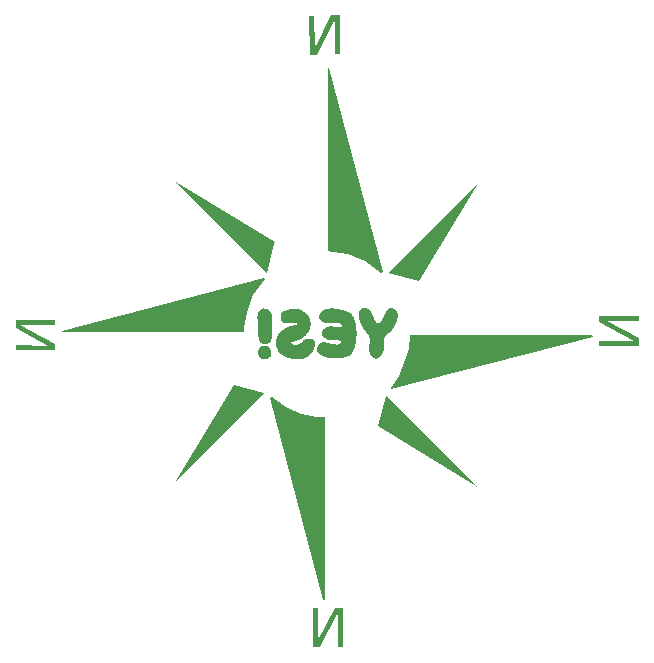
<source format=gbo>
G04*
G04 #@! TF.GenerationSoftware,Altium Limited,Altium Designer,21.8.1 (53)*
G04*
G04 Layer_Color=32896*
%FSLAX25Y25*%
%MOIN*%
G70*
G04*
G04 #@! TF.SameCoordinates,3789A0E1-FDF3-4133-BB8B-27B6B2B3195E*
G04*
G04*
G04 #@! TF.FilePolarity,Positive*
G04*
G01*
G75*
G36*
X145585Y253694D02*
X143955Y253671D01*
X143787Y265349D01*
X137730Y253581D01*
X135570Y253551D01*
X135383Y266605D01*
X137014Y266629D01*
X137166Y255967D01*
X142691Y266710D01*
X145398Y266749D01*
X145585Y253694D01*
D02*
G37*
G36*
X90881Y211239D02*
X90690Y211355D01*
X90589Y211531D01*
X90881Y211239D01*
D02*
G37*
G36*
X191949Y211026D02*
X192066Y211217D01*
X192243Y211318D01*
X191949Y211026D01*
D02*
G37*
G36*
X123856Y191056D02*
X123716Y190518D01*
X121073Y180939D01*
X90881Y211239D01*
X123856Y191056D01*
D02*
G37*
G36*
X159823Y181107D02*
X159384Y180809D01*
X157976Y181843D01*
X153805Y184791D01*
X148097Y186986D01*
X143110Y187927D01*
X141501Y187982D01*
X141495Y249170D01*
X141991Y249234D01*
X159823Y181107D01*
D02*
G37*
G36*
X171763Y178043D02*
X161650Y180834D01*
X191949Y211026D01*
X171763Y178043D01*
D02*
G37*
G36*
X153790Y169096D02*
X153809Y169096D01*
X153827Y169096D01*
X153846Y169095D01*
X153864Y169095D01*
X153883Y169094D01*
X153901Y169093D01*
X153920Y169092D01*
X153939Y169091D01*
X153958Y169090D01*
X153977Y169089D01*
X153997Y169088D01*
X154016Y169087D01*
X154035Y169085D01*
X154055Y169084D01*
X154075Y169082D01*
X154094Y169080D01*
X154114Y169078D01*
X154134Y169076D01*
X154154Y169074D01*
X154174Y169072D01*
X154194Y169070D01*
X154215Y169067D01*
X154235Y169065D01*
X154256Y169062D01*
X154276Y169059D01*
X154297Y169056D01*
X154318Y169053D01*
X154339Y169050D01*
X154360Y169047D01*
X154381Y169044D01*
X154402Y169040D01*
X154423Y169037D01*
X154445Y169033D01*
X154466Y169029D01*
X154488Y169025D01*
X154509Y169021D01*
X154531Y169017D01*
X154553Y169013D01*
X154575Y169009D01*
X154597Y169004D01*
X154620Y169000D01*
X154642Y168995D01*
X154664Y168990D01*
X154687Y168985D01*
X154721Y168977D01*
X154726Y168975D01*
Y168975D01*
X154763Y168960D01*
X154837Y168927D01*
X154908Y168891D01*
X154979Y168853D01*
X155013Y168832D01*
Y168832D01*
X155021Y168827D01*
X155036Y168818D01*
X155052Y168808D01*
X155067Y168799D01*
X155075Y168794D01*
X155075Y168794D01*
X155081Y168790D01*
X155093Y168782D01*
X155104Y168774D01*
X155116Y168767D01*
X155122Y168763D01*
X155122Y168763D01*
X155126Y168760D01*
X155135Y168753D01*
X155144Y168747D01*
X155154Y168740D01*
X155158Y168737D01*
X155162Y168734D01*
X155170Y168728D01*
X155178Y168723D01*
X155186Y168717D01*
X155190Y168714D01*
X155216Y168694D01*
X155243Y168674D01*
X155269Y168653D01*
X155290Y168635D01*
X155311Y168617D01*
X155332Y168599D01*
X155353Y168580D01*
X155369Y168565D01*
X155385Y168551D01*
X155402Y168535D01*
X155418Y168520D01*
X155434Y168504D01*
X155449Y168489D01*
X155465Y168473D01*
X155481Y168457D01*
X155496Y168441D01*
X155511Y168424D01*
X155526Y168408D01*
X155538Y168395D01*
X155549Y168383D01*
X155560Y168370D01*
X155571Y168358D01*
X155582Y168345D01*
X155593Y168332D01*
X155604Y168319D01*
X155615Y168306D01*
X155626Y168293D01*
X155637Y168280D01*
X155647Y168267D01*
X155658Y168254D01*
X155668Y168240D01*
X155679Y168227D01*
X155689Y168214D01*
X155699Y168200D01*
X155710Y168186D01*
X155720Y168173D01*
X155730Y168159D01*
X155740Y168145D01*
X155750Y168131D01*
X155760Y168117D01*
X155770Y168103D01*
X155780Y168089D01*
X155790Y168075D01*
X155799Y168061D01*
X155809Y168046D01*
X155819Y168032D01*
X155828Y168018D01*
X155838Y168003D01*
X155848Y167989D01*
X155857Y167974D01*
X155866Y167959D01*
X155876Y167945D01*
X155885Y167930D01*
X155894Y167915D01*
X155903Y167900D01*
X155912Y167885D01*
X155919Y167875D01*
X155925Y167865D01*
X155931Y167855D01*
X155937Y167845D01*
X155943Y167835D01*
X155949Y167825D01*
X155955Y167815D01*
X155960Y167805D01*
X155966Y167794D01*
X155972Y167784D01*
X155978Y167774D01*
X155984Y167764D01*
X155990Y167753D01*
X155996Y167743D01*
X156001Y167733D01*
X156007Y167722D01*
X156013Y167712D01*
X156018Y167701D01*
X156024Y167691D01*
X156030Y167681D01*
X156036Y167670D01*
X156041Y167660D01*
X156047Y167649D01*
X156052Y167639D01*
X156058Y167628D01*
X156064Y167617D01*
X156069Y167607D01*
X156075Y167596D01*
X156080Y167586D01*
X156086Y167575D01*
X156091Y167564D01*
X156097Y167554D01*
X156102Y167543D01*
X156108Y167532D01*
X156113Y167521D01*
X156119Y167511D01*
X156124Y167500D01*
X156129Y167489D01*
X156135Y167478D01*
X156140Y167467D01*
X156145Y167456D01*
X156151Y167446D01*
X156156Y167435D01*
X156161Y167424D01*
X156167Y167413D01*
X156172Y167402D01*
X156177Y167391D01*
X156182Y167380D01*
X156187Y167369D01*
X156193Y167358D01*
X156198Y167347D01*
X156208Y167325D01*
X156213Y167314D01*
X156219Y167303D01*
X156224Y167291D01*
X156229Y167280D01*
X156234Y167269D01*
X156239Y167258D01*
X156244Y167247D01*
X156249Y167236D01*
X156254Y167225D01*
X156259Y167213D01*
X156264Y167202D01*
X156269Y167191D01*
X156274Y167180D01*
X156279Y167168D01*
X156284Y167157D01*
X156289Y167146D01*
X156294Y167134D01*
X156299Y167123D01*
X156304Y167112D01*
X156309Y167100D01*
X156314Y167089D01*
X156319Y167078D01*
X156324Y167066D01*
X156333Y167043D01*
X156338Y167032D01*
X156343Y167021D01*
X156348Y167009D01*
X156353Y166998D01*
X156358Y166986D01*
X156360Y166981D01*
X156363Y166975D01*
X156370Y166957D01*
X156372Y166952D01*
X156375Y166946D01*
X156377Y166940D01*
X156379Y166935D01*
X156382Y166929D01*
X156387Y166917D01*
X156392Y166906D01*
X156396Y166894D01*
X156399Y166888D01*
X156401Y166883D01*
X156403Y166877D01*
X156411Y166859D01*
X156413Y166854D01*
X156415Y166848D01*
X156418Y166842D01*
X156420Y166836D01*
X156425Y166825D01*
X156427Y166819D01*
X156430Y166813D01*
X156437Y166796D01*
X156441Y166784D01*
X156444Y166778D01*
X156446Y166773D01*
X156451Y166761D01*
X156460Y166738D01*
X156462Y166732D01*
X156465Y166726D01*
X156467Y166720D01*
X156476Y166697D01*
X156479Y166691D01*
X156481Y166685D01*
X156483Y166679D01*
X156486Y166674D01*
X156495Y166650D01*
X156498Y166644D01*
X156500Y166639D01*
X156502Y166633D01*
X156504Y166627D01*
X156507Y166621D01*
X156509Y166615D01*
X156514Y166603D01*
X156516Y166597D01*
X156518Y166592D01*
X156521Y166586D01*
X156523Y166580D01*
X156525Y166574D01*
X156528Y166568D01*
X156530Y166562D01*
X156532Y166557D01*
X156535Y166551D01*
X156537Y166545D01*
X156539Y166539D01*
X156542Y166533D01*
X156544Y166527D01*
X156546Y166521D01*
X156549Y166516D01*
X156551Y166510D01*
X156555Y166498D01*
X156558Y166492D01*
X156567Y166469D01*
X156569Y166463D01*
X156572Y166457D01*
X156574Y166451D01*
X156579Y166439D01*
X156581Y166433D01*
X156585Y166422D01*
X156588Y166416D01*
X156590Y166410D01*
X156592Y166404D01*
X156595Y166398D01*
X156597Y166392D01*
X156599Y166386D01*
X156602Y166380D01*
X156604Y166375D01*
X156606Y166369D01*
X156608Y166363D01*
X156611Y166357D01*
X156613Y166351D01*
X156618Y166339D01*
X156620Y166333D01*
X156622Y166328D01*
X156625Y166322D01*
X156627Y166316D01*
X156629Y166310D01*
X156634Y166298D01*
X156636Y166292D01*
X156639Y166286D01*
X156641Y166280D01*
X156643Y166275D01*
X156645Y166269D01*
X156648Y166263D01*
X156650Y166257D01*
X156652Y166251D01*
X156655Y166245D01*
X156657Y166239D01*
X156659Y166234D01*
X156662Y166228D01*
X156666Y166216D01*
X156668Y166210D01*
X156671Y166204D01*
X156673Y166198D01*
X156678Y166186D01*
X156680Y166181D01*
X156682Y166175D01*
X156687Y166163D01*
X156689Y166157D01*
X156692Y166151D01*
X156696Y166140D01*
X156699Y166134D01*
X156701Y166128D01*
X156706Y166116D01*
X156708Y166110D01*
X156710Y166104D01*
X156712Y166099D01*
X156715Y166093D01*
X156717Y166087D01*
X156720Y166081D01*
X156722Y166075D01*
X156724Y166069D01*
X156727Y166063D01*
X156729Y166058D01*
X156731Y166052D01*
X156736Y166040D01*
X156740Y166028D01*
X156743Y166023D01*
X156745Y166017D01*
X156747Y166011D01*
X156750Y166005D01*
X156752Y165999D01*
X156755Y165993D01*
X156757Y165987D01*
X156759Y165982D01*
X156762Y165976D01*
X156764Y165970D01*
X156766Y165964D01*
X156771Y165952D01*
X156773Y165947D01*
X156776Y165941D01*
X156778Y165935D01*
X156780Y165929D01*
X156783Y165923D01*
X156788Y165912D01*
X156790Y165906D01*
X156792Y165900D01*
X156795Y165894D01*
X156797Y165888D01*
X156799Y165883D01*
X156802Y165877D01*
X156804Y165871D01*
X156809Y165859D01*
X156811Y165854D01*
X156814Y165848D01*
X156818Y165836D01*
X156821Y165830D01*
X156823Y165824D01*
X156825Y165819D01*
X156828Y165813D01*
X156830Y165807D01*
X156833Y165801D01*
X156835Y165796D01*
X156842Y165778D01*
X156845Y165772D01*
X156847Y165767D01*
X156852Y165755D01*
X156854Y165749D01*
X156857Y165744D01*
X156859Y165738D01*
X156862Y165732D01*
X156867Y165721D01*
X156871Y165709D01*
X156876Y165698D01*
X156881Y165686D01*
X156886Y165675D01*
X156891Y165663D01*
X156896Y165652D01*
X156901Y165640D01*
X156905Y165629D01*
X156910Y165617D01*
X156915Y165606D01*
X156920Y165595D01*
X156925Y165583D01*
X156930Y165572D01*
X156935Y165560D01*
X156940Y165549D01*
X156945Y165538D01*
X156950Y165526D01*
X156955Y165515D01*
X156960Y165504D01*
X156965Y165493D01*
X156970Y165481D01*
X156975Y165470D01*
X156981Y165459D01*
X156986Y165447D01*
X156991Y165436D01*
X156996Y165425D01*
X157001Y165414D01*
X157006Y165403D01*
X157011Y165392D01*
X157017Y165380D01*
X157022Y165369D01*
X157027Y165358D01*
X157032Y165347D01*
X157037Y165336D01*
X157043Y165325D01*
X157053Y165303D01*
X157058Y165292D01*
X157064Y165281D01*
X157069Y165270D01*
X157074Y165259D01*
X157080Y165248D01*
X157085Y165237D01*
X157090Y165226D01*
X157096Y165215D01*
X157101Y165204D01*
X157107Y165193D01*
X157112Y165182D01*
X157117Y165172D01*
X157123Y165161D01*
X157128Y165150D01*
X157134Y165139D01*
X157139Y165129D01*
X157145Y165118D01*
X157150Y165107D01*
X157156Y165096D01*
X157162Y165086D01*
X157167Y165075D01*
X157173Y165064D01*
X157178Y165054D01*
X157184Y165043D01*
X157190Y165032D01*
X157196Y165022D01*
X157201Y165011D01*
X157207Y165001D01*
X157213Y164990D01*
X157219Y164980D01*
X157224Y164969D01*
X157230Y164959D01*
X157236Y164949D01*
X157242Y164938D01*
X157248Y164928D01*
X157254Y164918D01*
X157260Y164907D01*
X157265Y164897D01*
X157271Y164887D01*
X157277Y164876D01*
X157283Y164866D01*
X157292Y164851D01*
X157301Y164836D01*
X157310Y164820D01*
X157320Y164805D01*
X157329Y164790D01*
X157338Y164775D01*
X157348Y164760D01*
X157357Y164745D01*
X157366Y164730D01*
X157376Y164716D01*
X157385Y164701D01*
X157395Y164686D01*
X157404Y164672D01*
X157414Y164657D01*
X157424Y164643D01*
X157434Y164628D01*
X157443Y164614D01*
X157453Y164600D01*
X157463Y164585D01*
X157473Y164571D01*
X157483Y164557D01*
X157494Y164543D01*
X157504Y164529D01*
X157514Y164515D01*
X157524Y164501D01*
X157535Y164487D01*
X157545Y164474D01*
X157556Y164460D01*
X157566Y164446D01*
X157577Y164433D01*
X157588Y164420D01*
X157598Y164406D01*
X157609Y164393D01*
X157620Y164380D01*
X157631Y164367D01*
X157642Y164354D01*
X157653Y164341D01*
X157664Y164328D01*
X157675Y164315D01*
X157686Y164302D01*
X157702Y164285D01*
X157717Y164269D01*
X157732Y164252D01*
X157748Y164235D01*
X157763Y164219D01*
X157779Y164203D01*
X157795Y164187D01*
X157811Y164171D01*
X157827Y164155D01*
X157843Y164140D01*
X157860Y164124D01*
X157885Y164102D01*
X157901Y164099D01*
X157917Y164097D01*
X157933Y164095D01*
X157950Y164093D01*
X157966Y164091D01*
X157982Y164090D01*
X157997Y164088D01*
X158013Y164087D01*
X158029Y164086D01*
X158045Y164085D01*
X158060Y164084D01*
X158075Y164084D01*
X158091Y164083D01*
X158106Y164083D01*
X158121Y164083D01*
X158144Y164083D01*
X158167Y164083D01*
X158189Y164084D01*
X158211Y164085D01*
X158233Y164087D01*
X158255Y164089D01*
X158259Y164089D01*
X158266Y164090D01*
X158273Y164091D01*
X158280Y164092D01*
X158284Y164092D01*
X158284Y164092D01*
X158288Y164093D01*
X158295Y164093D01*
X158302Y164094D01*
X158309Y164095D01*
X158312Y164096D01*
X158317Y164097D01*
X158326Y164098D01*
X158335Y164099D01*
X158344Y164101D01*
X158348Y164102D01*
Y164102D01*
X158376Y164107D01*
X158433Y164119D01*
X158488Y164134D01*
X158543Y164151D01*
X158571Y164161D01*
X158575Y164163D01*
X158585Y164167D01*
X158595Y164170D01*
X158604Y164174D01*
X158609Y164176D01*
X158613Y164178D01*
X158621Y164181D01*
X158629Y164184D01*
X158637Y164188D01*
X158641Y164190D01*
X158644Y164191D01*
X158650Y164194D01*
X158657Y164197D01*
X158663Y164199D01*
X158666Y164201D01*
X158666Y164201D01*
X158669Y164202D01*
X158675Y164205D01*
X158681Y164208D01*
X158688Y164211D01*
X158691Y164213D01*
X158709Y164222D01*
X158728Y164232D01*
X158746Y164241D01*
X158764Y164251D01*
X158782Y164262D01*
X158799Y164273D01*
X158817Y164284D01*
X158829Y164291D01*
X158841Y164299D01*
X158852Y164306D01*
X158864Y164314D01*
X158875Y164322D01*
X158887Y164330D01*
X158898Y164338D01*
X158909Y164347D01*
X158921Y164355D01*
X158932Y164364D01*
X158943Y164372D01*
X158954Y164381D01*
X158965Y164390D01*
X158976Y164399D01*
X158987Y164408D01*
X158998Y164417D01*
X159009Y164426D01*
X159019Y164436D01*
X159030Y164445D01*
X159041Y164455D01*
X159052Y164465D01*
X159062Y164475D01*
X159073Y164485D01*
X159083Y164495D01*
X159094Y164505D01*
X159104Y164515D01*
X159114Y164526D01*
X159125Y164536D01*
X159135Y164547D01*
X159145Y164557D01*
X159155Y164568D01*
X159166Y164579D01*
X159176Y164590D01*
X159186Y164601D01*
X159196Y164612D01*
X159206Y164624D01*
X159215Y164635D01*
X159225Y164647D01*
X159235Y164658D01*
X159245Y164670D01*
X159255Y164682D01*
X159264Y164693D01*
X159274Y164705D01*
X159284Y164717D01*
X159293Y164730D01*
X159303Y164742D01*
X159312Y164754D01*
X159322Y164767D01*
X159331Y164779D01*
X159340Y164792D01*
X159350Y164804D01*
X159359Y164817D01*
X159368Y164830D01*
X159378Y164843D01*
X159387Y164856D01*
X159396Y164869D01*
X159405Y164882D01*
X159414Y164895D01*
X159423Y164908D01*
X159432Y164922D01*
X159441Y164935D01*
X159450Y164949D01*
X159459Y164962D01*
X159468Y164976D01*
X159476Y164990D01*
X159485Y165004D01*
X159494Y165018D01*
X159503Y165032D01*
X159511Y165046D01*
X159520Y165060D01*
X159529Y165074D01*
X159537Y165088D01*
X159546Y165103D01*
X159555Y165117D01*
X159563Y165131D01*
X159572Y165146D01*
X159580Y165161D01*
X159588Y165175D01*
X159597Y165190D01*
X159605Y165205D01*
X159614Y165220D01*
X159618Y165227D01*
X159622Y165235D01*
X159626Y165242D01*
X159630Y165250D01*
X159634Y165257D01*
X159638Y165265D01*
X159643Y165272D01*
X159647Y165280D01*
X159651Y165287D01*
X159655Y165295D01*
X159659Y165303D01*
X159663Y165310D01*
X159667Y165318D01*
X159671Y165325D01*
X159675Y165333D01*
X159679Y165341D01*
X159683Y165348D01*
X159691Y165364D01*
X159695Y165372D01*
X159699Y165379D01*
X159704Y165387D01*
X159707Y165395D01*
X159712Y165403D01*
X159716Y165410D01*
X159720Y165418D01*
X159724Y165426D01*
X159728Y165434D01*
X159732Y165442D01*
X159736Y165450D01*
X159739Y165457D01*
X159743Y165465D01*
X159748Y165473D01*
X159751Y165481D01*
X159755Y165489D01*
X159759Y165497D01*
X159763Y165505D01*
X159767Y165513D01*
X159771Y165521D01*
X159775Y165529D01*
X159779Y165537D01*
X159783Y165545D01*
X159787Y165553D01*
X159791Y165561D01*
X159795Y165569D01*
X159799Y165577D01*
X159802Y165585D01*
X159806Y165593D01*
X159810Y165601D01*
X159814Y165609D01*
X159818Y165618D01*
X159822Y165626D01*
X159826Y165634D01*
X159834Y165650D01*
X159837Y165658D01*
X159841Y165666D01*
X159845Y165675D01*
X159849Y165683D01*
X159853Y165691D01*
X159856Y165699D01*
X159864Y165716D01*
X159868Y165724D01*
X159872Y165732D01*
X159876Y165740D01*
X159880Y165749D01*
X159883Y165757D01*
X159887Y165765D01*
X159895Y165782D01*
X159902Y165798D01*
X159906Y165807D01*
X159910Y165815D01*
X159917Y165832D01*
X159925Y165849D01*
X159929Y165857D01*
X159932Y165865D01*
X159940Y165882D01*
X159944Y165891D01*
X159948Y165899D01*
X159951Y165907D01*
X159955Y165916D01*
X159966Y165941D01*
X159970Y165950D01*
X159974Y165958D01*
X159977Y165967D01*
X159981Y165975D01*
X159985Y165984D01*
X159992Y166001D01*
X159996Y166009D01*
X160000Y166018D01*
X160011Y166043D01*
X160015Y166052D01*
X160018Y166060D01*
X160029Y166086D01*
X160033Y166095D01*
X160037Y166103D01*
X160040Y166112D01*
X160052Y166138D01*
X160055Y166146D01*
X160059Y166155D01*
X160063Y166163D01*
X160070Y166181D01*
X160074Y166189D01*
X160077Y166198D01*
X160081Y166207D01*
X160085Y166215D01*
X160092Y166232D01*
X160099Y166250D01*
X160107Y166267D01*
X160110Y166276D01*
X160114Y166284D01*
X160121Y166302D01*
X160125Y166310D01*
X160136Y166336D01*
X160147Y166363D01*
X160154Y166380D01*
X160158Y166389D01*
X160165Y166406D01*
X160169Y166415D01*
X160172Y166423D01*
X160176Y166432D01*
X160180Y166441D01*
X160184Y166449D01*
X160187Y166458D01*
X160191Y166467D01*
X160195Y166476D01*
X160198Y166484D01*
X160202Y166493D01*
X160209Y166510D01*
X160213Y166519D01*
X160220Y166537D01*
X160224Y166545D01*
X160231Y166563D01*
X160235Y166572D01*
X160238Y166580D01*
X160242Y166589D01*
X160246Y166598D01*
X160249Y166606D01*
X160253Y166615D01*
X160257Y166624D01*
X160260Y166633D01*
X160264Y166641D01*
X160271Y166659D01*
X160275Y166668D01*
X160282Y166685D01*
X160286Y166694D01*
X160290Y166702D01*
X160293Y166711D01*
X160297Y166720D01*
X160304Y166737D01*
X160308Y166746D01*
X160316Y166763D01*
X160319Y166772D01*
X160330Y166798D01*
X160334Y166807D01*
X160338Y166816D01*
X160349Y166842D01*
X160352Y166850D01*
X160364Y166876D01*
X160367Y166885D01*
X160371Y166894D01*
X160375Y166902D01*
X160378Y166911D01*
X160382Y166920D01*
X160390Y166937D01*
X160393Y166946D01*
X160397Y166954D01*
X160401Y166963D01*
X160405Y166972D01*
X160412Y166989D01*
X160423Y167015D01*
X160427Y167023D01*
X160438Y167049D01*
X160442Y167058D01*
X160450Y167075D01*
X160453Y167084D01*
X160457Y167092D01*
X160461Y167101D01*
X160465Y167109D01*
X160472Y167126D01*
X160476Y167135D01*
X160480Y167143D01*
X160484Y167152D01*
X160491Y167169D01*
X160495Y167177D01*
X160499Y167186D01*
X160503Y167194D01*
X160507Y167203D01*
X160511Y167211D01*
X160514Y167220D01*
X160518Y167228D01*
X160522Y167237D01*
X160526Y167245D01*
X160530Y167254D01*
X160533Y167262D01*
X160537Y167271D01*
X160541Y167279D01*
X160545Y167287D01*
X160549Y167296D01*
X160553Y167304D01*
X160557Y167313D01*
X160561Y167321D01*
X160564Y167329D01*
X160572Y167346D01*
X160576Y167355D01*
X160580Y167363D01*
X160584Y167371D01*
X160588Y167379D01*
X160596Y167396D01*
X160600Y167404D01*
X160604Y167413D01*
X160612Y167429D01*
X160616Y167438D01*
X160619Y167446D01*
X160624Y167454D01*
X160627Y167462D01*
X160631Y167471D01*
X160635Y167479D01*
X160639Y167487D01*
X160643Y167495D01*
X160647Y167503D01*
X160651Y167512D01*
X160655Y167520D01*
X160659Y167528D01*
X160663Y167536D01*
X160668Y167544D01*
X160671Y167552D01*
X160676Y167560D01*
X160680Y167569D01*
X160684Y167577D01*
X160688Y167585D01*
X160696Y167601D01*
X160700Y167609D01*
X160704Y167617D01*
X160708Y167625D01*
X160712Y167633D01*
X160716Y167641D01*
X160720Y167649D01*
X160729Y167665D01*
X160737Y167681D01*
X160745Y167697D01*
X160754Y167713D01*
X160762Y167728D01*
X160770Y167744D01*
X160779Y167760D01*
X160787Y167775D01*
X160795Y167791D01*
X160804Y167806D01*
X160812Y167822D01*
X160821Y167837D01*
X160830Y167852D01*
X160838Y167868D01*
X160847Y167883D01*
X160855Y167898D01*
X160864Y167913D01*
X160873Y167928D01*
X160882Y167943D01*
X160890Y167958D01*
X160899Y167973D01*
X160908Y167988D01*
X160917Y168002D01*
X160926Y168017D01*
X160935Y168032D01*
X160944Y168046D01*
X160953Y168061D01*
X160962Y168075D01*
X160971Y168089D01*
X160980Y168104D01*
X160989Y168118D01*
X160999Y168132D01*
X161008Y168146D01*
X161017Y168160D01*
X161027Y168174D01*
X161036Y168188D01*
X161045Y168202D01*
X161055Y168215D01*
X161064Y168229D01*
X161074Y168243D01*
X161083Y168256D01*
X161093Y168269D01*
X161103Y168283D01*
X161112Y168296D01*
X161122Y168309D01*
X161132Y168322D01*
X161142Y168335D01*
X161152Y168348D01*
X161161Y168361D01*
X161171Y168373D01*
X161181Y168386D01*
X161191Y168399D01*
X161202Y168411D01*
X161212Y168423D01*
X161222Y168436D01*
X161232Y168448D01*
X161242Y168460D01*
X161253Y168472D01*
X161263Y168484D01*
X161273Y168496D01*
X161284Y168508D01*
X161294Y168519D01*
X161305Y168531D01*
X161315Y168542D01*
X161326Y168554D01*
X161337Y168565D01*
X161347Y168576D01*
X161358Y168587D01*
X161369Y168598D01*
X161380Y168609D01*
X161391Y168620D01*
X161402Y168631D01*
X161413Y168641D01*
X161424Y168652D01*
X161435Y168662D01*
X161447Y168672D01*
X161458Y168683D01*
X161469Y168693D01*
X161480Y168703D01*
X161492Y168712D01*
X161503Y168722D01*
X161515Y168732D01*
X161527Y168741D01*
X161538Y168751D01*
X161550Y168760D01*
X161562Y168769D01*
X161574Y168778D01*
X161585Y168787D01*
X161597Y168796D01*
X161609Y168805D01*
X161621Y168814D01*
X161640Y168826D01*
X161658Y168839D01*
X161676Y168851D01*
X161695Y168863D01*
X161714Y168875D01*
X161733Y168886D01*
X161752Y168897D01*
X161771Y168908D01*
X161790Y168919D01*
X161790Y168919D01*
X161793Y168920D01*
X161800Y168924D01*
X161806Y168927D01*
X161813Y168931D01*
X161816Y168932D01*
X161819Y168934D01*
X161826Y168937D01*
X161832Y168940D01*
X161839Y168944D01*
X161842Y168945D01*
X161842Y168945D01*
X161846Y168947D01*
X161855Y168951D01*
X161863Y168955D01*
X161871Y168959D01*
X161875Y168961D01*
Y168961D01*
X161880Y168963D01*
X161888Y168967D01*
X161896Y168971D01*
X161905Y168974D01*
X161909Y168976D01*
X161909D01*
X161938Y168988D01*
X161997Y169011D01*
X162057Y169030D01*
X162118Y169047D01*
X162149Y169055D01*
X162149Y169055D01*
X162155Y169056D01*
X162168Y169059D01*
X162181Y169062D01*
X162194Y169064D01*
X162200Y169066D01*
X162205Y169067D01*
X162215Y169068D01*
X162224Y169070D01*
X162233Y169072D01*
X162238Y169072D01*
X162242Y169073D01*
X162250Y169074D01*
X162257Y169076D01*
X162265Y169077D01*
X162269Y169077D01*
Y169077D01*
X162272Y169078D01*
X162280Y169079D01*
X162288Y169080D01*
X162295Y169081D01*
X162299Y169081D01*
X162303Y169082D01*
X162311Y169083D01*
X162319Y169084D01*
X162327Y169085D01*
X162330Y169085D01*
X162354Y169087D01*
X162378Y169089D01*
X162401Y169091D01*
X162425Y169092D01*
X162450Y169093D01*
X162474Y169093D01*
X162490Y169094D01*
X162507Y169094D01*
X162523Y169093D01*
X162540Y169093D01*
X162557Y169092D01*
X162574Y169092D01*
X162590Y169091D01*
X162607Y169090D01*
X162624Y169089D01*
X162642Y169087D01*
X162659Y169086D01*
X162676Y169084D01*
X162693Y169082D01*
X162711Y169080D01*
X162728Y169078D01*
X162746Y169076D01*
X162764Y169073D01*
X162782Y169070D01*
X162800Y169068D01*
X162817Y169064D01*
X162836Y169061D01*
X162854Y169058D01*
X162872Y169054D01*
X162890Y169050D01*
X162909Y169046D01*
X162927Y169042D01*
X162946Y169038D01*
X162964Y169033D01*
X162983Y169029D01*
X163002Y169024D01*
X163021Y169019D01*
X163040Y169014D01*
X163059Y169008D01*
X163079Y169002D01*
X163098Y168997D01*
X163117Y168991D01*
X163137Y168985D01*
X163157Y168978D01*
X163176Y168972D01*
X163196Y168965D01*
X163216Y168958D01*
X163236Y168951D01*
X163256Y168944D01*
X163276Y168936D01*
X163297Y168928D01*
X163317Y168921D01*
X163338Y168912D01*
X163358Y168904D01*
X163379Y168896D01*
X163400Y168887D01*
X163421Y168878D01*
X163442Y168869D01*
X163463Y168860D01*
X163484Y168850D01*
X163516Y168836D01*
X163540Y168827D01*
X163564Y168819D01*
X163588Y168810D01*
X163611Y168801D01*
X163634Y168792D01*
X163657Y168783D01*
X163680Y168773D01*
X163702Y168764D01*
X163725Y168754D01*
X163747Y168743D01*
X163768Y168733D01*
X163789Y168722D01*
X163811Y168711D01*
Y168711D01*
X163814Y168709D01*
X163821Y168706D01*
X163828Y168702D01*
X163835Y168698D01*
X163838Y168696D01*
X163839Y168696D01*
X163842Y168694D01*
X163849Y168691D01*
X163856Y168687D01*
X163862Y168683D01*
X163866Y168681D01*
X163869Y168679D01*
X163876Y168675D01*
X163883Y168671D01*
X163889Y168667D01*
X163893Y168665D01*
X163893Y168665D01*
X163896Y168663D01*
X163903Y168659D01*
X163909Y168655D01*
X163916Y168651D01*
X163919Y168649D01*
Y168649D01*
X163923Y168647D01*
X163932Y168641D01*
X163940Y168636D01*
X163948Y168631D01*
X163952Y168629D01*
X163952Y168629D01*
X163956Y168626D01*
X163964Y168621D01*
X163972Y168615D01*
X163980Y168610D01*
X163984Y168607D01*
X163989Y168604D01*
X164000Y168596D01*
X164011Y168588D01*
X164022Y168580D01*
X164027Y168577D01*
X164027Y168577D01*
X164058Y168553D01*
X164119Y168504D01*
X164178Y168452D01*
X164234Y168397D01*
X164260Y168369D01*
X164260Y168369D01*
X164266Y168362D01*
X164277Y168350D01*
X164288Y168338D01*
X164299Y168325D01*
X164304Y168319D01*
X164308Y168314D01*
X164316Y168304D01*
X164325Y168294D01*
X164333Y168284D01*
X164337Y168279D01*
X164340Y168275D01*
X164347Y168266D01*
X164354Y168258D01*
X164361Y168249D01*
X164364Y168245D01*
X164367Y168241D01*
X164372Y168234D01*
X164378Y168226D01*
X164383Y168219D01*
X164386Y168215D01*
X164389Y168211D01*
X164394Y168204D01*
X164399Y168196D01*
X164405Y168189D01*
X164407Y168185D01*
X164424Y168161D01*
X164440Y168136D01*
X164456Y168111D01*
X164471Y168086D01*
X164486Y168060D01*
X164497Y168041D01*
X164508Y168021D01*
X164519Y168001D01*
X164529Y167981D01*
X164539Y167961D01*
X164549Y167941D01*
X164559Y167921D01*
X164569Y167900D01*
X164578Y167879D01*
X164587Y167859D01*
X164596Y167838D01*
X164605Y167816D01*
X164613Y167795D01*
X164621Y167774D01*
X164629Y167752D01*
X164637Y167730D01*
X164645Y167709D01*
X164653Y167686D01*
X164660Y167664D01*
X164667Y167642D01*
X164674Y167619D01*
X164680Y167597D01*
X164687Y167574D01*
X164691Y167559D01*
X164695Y167544D01*
X164699Y167528D01*
X164703Y167513D01*
X164707Y167497D01*
X164711Y167482D01*
X164715Y167466D01*
X164718Y167450D01*
X164722Y167435D01*
X164725Y167419D01*
X164728Y167403D01*
X164732Y167387D01*
X164735Y167371D01*
X164738Y167355D01*
X164741Y167339D01*
X164744Y167323D01*
X164747Y167307D01*
X164749Y167291D01*
X164752Y167275D01*
X164755Y167258D01*
X164757Y167242D01*
X164760Y167226D01*
X164762Y167209D01*
X164764Y167192D01*
X164766Y167176D01*
X164768Y167159D01*
X164770Y167143D01*
X164772Y167126D01*
X164774Y167109D01*
X164776Y167092D01*
X164778Y167076D01*
X164779Y167059D01*
X164781Y167042D01*
X164782Y167025D01*
X164784Y167008D01*
X164785Y166990D01*
X164786Y166973D01*
X164787Y166956D01*
X164788Y166939D01*
X164789Y166921D01*
X164790Y166904D01*
X164791Y166887D01*
X164792Y166869D01*
X164792Y166852D01*
X164793Y166834D01*
X164793Y166817D01*
X164794Y166799D01*
X164794Y166781D01*
X164794Y166764D01*
X164795Y166746D01*
X164795Y166728D01*
Y166728D01*
X164795Y166725D01*
X164795Y166718D01*
X164795Y166712D01*
X164795Y166705D01*
Y166702D01*
X164795Y166675D01*
X164794Y166648D01*
X164794Y166621D01*
X164793Y166594D01*
X164792Y166567D01*
X164791Y166539D01*
X164790Y166512D01*
X164789Y166485D01*
X164787Y166457D01*
X164786Y166430D01*
X164784Y166402D01*
X164782Y166374D01*
X164780Y166347D01*
X164778Y166319D01*
X164775Y166291D01*
X164773Y166263D01*
X164770Y166235D01*
X164767Y166207D01*
X164764Y166178D01*
X164761Y166150D01*
X164757Y166122D01*
X164754Y166093D01*
X164750Y166065D01*
X164746Y166036D01*
X164742Y166008D01*
X164738Y165979D01*
X164734Y165951D01*
X164730Y165922D01*
X164725Y165893D01*
X164720Y165864D01*
X164716Y165835D01*
X164710Y165806D01*
X164705Y165777D01*
X164700Y165748D01*
X164695Y165719D01*
X164689Y165690D01*
X164683Y165661D01*
X164678Y165632D01*
X164672Y165603D01*
X164665Y165573D01*
X164659Y165544D01*
X164653Y165515D01*
X164646Y165485D01*
X164639Y165456D01*
X164630Y165417D01*
X164621Y165377D01*
X164611Y165338D01*
X164602Y165298D01*
X164592Y165259D01*
X164581Y165219D01*
X164571Y165180D01*
X164560Y165140D01*
X164549Y165101D01*
X164538Y165061D01*
X164527Y165022D01*
X164515Y164982D01*
X164503Y164942D01*
X164488Y164893D01*
X164473Y164843D01*
X164457Y164793D01*
X164441Y164744D01*
X164425Y164694D01*
X164408Y164645D01*
X164388Y164585D01*
X164367Y164525D01*
X164346Y164466D01*
X164324Y164407D01*
X164298Y164337D01*
X164271Y164268D01*
X164241Y164189D01*
X164205Y164101D01*
X164160Y163993D01*
X164106Y163866D01*
X164106Y163866D01*
X164079Y163806D01*
X164025Y163685D01*
X163968Y163565D01*
X163911Y163446D01*
X163881Y163387D01*
X163868Y163361D01*
X163842Y163309D01*
X163815Y163258D01*
X163789Y163207D01*
X163775Y163181D01*
X163711Y163061D01*
X163660Y162970D01*
X163614Y162889D01*
X163573Y162817D01*
X163536Y162755D01*
X163499Y162694D01*
X163468Y162641D01*
X163436Y162589D01*
X163409Y162546D01*
X163382Y162503D01*
X163355Y162461D01*
X163327Y162419D01*
X163300Y162377D01*
X163278Y162344D01*
X163256Y162311D01*
X163233Y162278D01*
X163211Y162245D01*
X163189Y162213D01*
X163166Y162181D01*
X163144Y162149D01*
X163121Y162117D01*
X163099Y162086D01*
X163076Y162054D01*
X163059Y162031D01*
X163042Y162008D01*
X163024Y161985D01*
X163007Y161962D01*
X162990Y161939D01*
X162973Y161916D01*
X162955Y161894D01*
X162938Y161872D01*
X162921Y161849D01*
X162903Y161827D01*
X162886Y161805D01*
X162869Y161784D01*
X162851Y161762D01*
X162834Y161741D01*
X162816Y161719D01*
X162799Y161698D01*
X162781Y161677D01*
X162764Y161656D01*
X162746Y161635D01*
X162728Y161615D01*
X162711Y161594D01*
X162693Y161574D01*
X162675Y161554D01*
X162658Y161534D01*
X162640Y161514D01*
X162628Y161501D01*
X162617Y161488D01*
X162605Y161476D01*
X162593Y161463D01*
X162581Y161450D01*
X162569Y161437D01*
X162557Y161425D01*
X162545Y161412D01*
X162534Y161399D01*
X162522Y161387D01*
X162510Y161375D01*
X162498Y161362D01*
X162486Y161350D01*
X162474Y161338D01*
X162462Y161326D01*
X162450Y161314D01*
X162438Y161302D01*
X162427Y161291D01*
X162415Y161279D01*
X162403Y161267D01*
X162391Y161256D01*
X162379Y161244D01*
X162367Y161233D01*
X162355Y161222D01*
X162343Y161210D01*
X162331Y161199D01*
X162320Y161188D01*
X162308Y161177D01*
X162296Y161166D01*
X162284Y161156D01*
X162272Y161145D01*
X162260Y161134D01*
X162248Y161124D01*
X162236Y161113D01*
X162224Y161103D01*
X162212Y161093D01*
X162200Y161082D01*
X162188Y161072D01*
X162177Y161062D01*
X162165Y161052D01*
X162153Y161042D01*
X162141Y161033D01*
X162129Y161023D01*
X162111Y161009D01*
X162108Y161006D01*
X162095Y160995D01*
X162085Y160987D01*
X162078Y160982D01*
X162075Y160979D01*
X162072Y160977D01*
X162068Y160974D01*
X162065Y160971D01*
X162062Y160968D01*
X162058Y160966D01*
X162055Y160963D01*
X162048Y160958D01*
X162045Y160955D01*
X162042Y160952D01*
X162029Y160942D01*
X162025Y160939D01*
X162022Y160936D01*
X162019Y160934D01*
X162016Y160931D01*
X162012Y160929D01*
X162009Y160926D01*
X162006Y160923D01*
X162002Y160921D01*
X161999Y160918D01*
X161993Y160913D01*
X161989Y160910D01*
X161986Y160907D01*
X161979Y160902D01*
X161976Y160899D01*
X161973Y160897D01*
X161970Y160894D01*
X161967Y160892D01*
X161963Y160889D01*
X161960Y160886D01*
X161957Y160884D01*
X161953Y160881D01*
X161944Y160873D01*
X161940Y160871D01*
X161937Y160868D01*
X161931Y160863D01*
X161927Y160860D01*
X161924Y160858D01*
X161918Y160852D01*
X161911Y160847D01*
X161908Y160845D01*
X161901Y160839D01*
X161898Y160837D01*
X161895Y160834D01*
X161892Y160832D01*
X161872Y160816D01*
X161869Y160813D01*
X161866Y160811D01*
X161862Y160808D01*
X161859Y160806D01*
X161849Y160798D01*
X161846Y160795D01*
X161843Y160793D01*
X161840Y160790D01*
X161837Y160788D01*
X161833Y160785D01*
X161830Y160783D01*
X161827Y160780D01*
X161820Y160775D01*
X161817Y160772D01*
X161814Y160770D01*
X161811Y160767D01*
X161801Y160759D01*
X161798Y160757D01*
X161795Y160754D01*
X161792Y160752D01*
X161788Y160749D01*
X161785Y160747D01*
X161782Y160744D01*
X161776Y160739D01*
X161772Y160736D01*
X161769Y160734D01*
X161760Y160726D01*
X161757Y160724D01*
X161753Y160721D01*
X161750Y160719D01*
X161747Y160716D01*
X161744Y160714D01*
X161741Y160711D01*
X161734Y160706D01*
X161731Y160703D01*
X161728Y160701D01*
X161725Y160698D01*
X161722Y160696D01*
X161718Y160693D01*
X161715Y160691D01*
X161712Y160688D01*
X161709Y160686D01*
X161706Y160683D01*
X161703Y160680D01*
X161699Y160678D01*
X161690Y160670D01*
X161687Y160668D01*
X161683Y160665D01*
X161680Y160663D01*
X161677Y160660D01*
X161668Y160653D01*
X161665Y160650D01*
X161662Y160648D01*
X161652Y160640D01*
X161649Y160638D01*
X161646Y160635D01*
X161643Y160633D01*
X161639Y160630D01*
X161633Y160625D01*
X161630Y160623D01*
X161627Y160620D01*
X161624Y160618D01*
X161611Y160608D01*
X161608Y160605D01*
X161605Y160602D01*
X161602Y160600D01*
X161599Y160598D01*
X161596Y160595D01*
X161593Y160592D01*
X161590Y160590D01*
X161586Y160588D01*
X161583Y160585D01*
X161580Y160582D01*
X161577Y160580D01*
X161574Y160577D01*
X161571Y160575D01*
X161562Y160567D01*
X161559Y160565D01*
X161556Y160563D01*
X161553Y160560D01*
X161549Y160557D01*
X161546Y160555D01*
X161543Y160553D01*
X161540Y160550D01*
X161537Y160547D01*
X161534Y160545D01*
X161531Y160543D01*
X161528Y160540D01*
X161525Y160538D01*
X161522Y160535D01*
X161516Y160530D01*
X161513Y160528D01*
X161510Y160525D01*
X161506Y160523D01*
X161503Y160520D01*
X161500Y160518D01*
X161497Y160515D01*
X161494Y160513D01*
X161491Y160510D01*
X161488Y160508D01*
X161479Y160500D01*
X161476Y160498D01*
X161470Y160493D01*
X161467Y160490D01*
X161464Y160488D01*
X161461Y160485D01*
X161458Y160483D01*
X161455Y160480D01*
X161452Y160478D01*
X161449Y160475D01*
X161446Y160473D01*
X161443Y160470D01*
X161431Y160460D01*
X161425Y160455D01*
X161419Y160450D01*
X161413Y160445D01*
X161407Y160441D01*
X161401Y160436D01*
X161395Y160431D01*
X161389Y160426D01*
X161383Y160421D01*
X161377Y160416D01*
X161371Y160411D01*
X161365Y160406D01*
X161359Y160401D01*
X161347Y160391D01*
X161342Y160386D01*
X161336Y160381D01*
X161330Y160376D01*
X161324Y160371D01*
X161318Y160366D01*
X161306Y160356D01*
X161301Y160351D01*
X161295Y160346D01*
X161289Y160341D01*
X161277Y160331D01*
X161266Y160321D01*
X161260Y160316D01*
X161249Y160307D01*
X161243Y160301D01*
X161237Y160296D01*
X161231Y160292D01*
X161226Y160287D01*
X161220Y160282D01*
X161214Y160277D01*
X161209Y160272D01*
X161203Y160267D01*
X161197Y160262D01*
X161192Y160257D01*
X161186Y160252D01*
X161180Y160247D01*
X161175Y160242D01*
X161169Y160237D01*
X161158Y160227D01*
X161147Y160217D01*
X161142Y160212D01*
X161130Y160202D01*
X161125Y160197D01*
X161119Y160192D01*
X161114Y160187D01*
X161108Y160182D01*
X161103Y160177D01*
X161098Y160172D01*
X161092Y160167D01*
X161087Y160161D01*
X161081Y160157D01*
X161076Y160151D01*
X161070Y160146D01*
X161065Y160141D01*
X161060Y160136D01*
X161054Y160131D01*
X161046Y160124D01*
X161038Y160116D01*
X161030Y160108D01*
X161022Y160101D01*
X161014Y160093D01*
X161006Y160086D01*
X160999Y160078D01*
X160991Y160070D01*
X160983Y160063D01*
X160975Y160055D01*
X160967Y160047D01*
X160960Y160040D01*
X160952Y160032D01*
X160944Y160024D01*
X160937Y160017D01*
X160929Y160009D01*
X160921Y160001D01*
X160914Y159993D01*
X160906Y159986D01*
X160899Y159978D01*
X160891Y159970D01*
X160884Y159962D01*
X160876Y159955D01*
X160869Y159947D01*
X160862Y159939D01*
X160854Y159931D01*
X160847Y159923D01*
X160840Y159915D01*
X160833Y159907D01*
X160825Y159900D01*
X160818Y159892D01*
X160811Y159884D01*
X160804Y159876D01*
X160797Y159868D01*
X160790Y159860D01*
X160783Y159852D01*
X160776Y159844D01*
X160769Y159836D01*
X160762Y159828D01*
X160755Y159820D01*
X160746Y159809D01*
X160737Y159798D01*
X160728Y159788D01*
X160719Y159777D01*
X160710Y159766D01*
X160701Y159755D01*
X160692Y159744D01*
X160683Y159733D01*
X160675Y159722D01*
X160666Y159711D01*
X160658Y159700D01*
X160649Y159689D01*
X160641Y159678D01*
X160632Y159667D01*
X160624Y159655D01*
X160616Y159644D01*
X160606Y159630D01*
X160596Y159616D01*
X160585Y159602D01*
X160576Y159588D01*
X160566Y159573D01*
X160556Y159559D01*
X160547Y159544D01*
X160537Y159530D01*
X160526Y159512D01*
X160515Y159495D01*
X160504Y159477D01*
X160493Y159459D01*
X160481Y159439D01*
X160468Y159417D01*
X160455Y159393D01*
X160442Y159369D01*
X160427Y159341D01*
X160411Y159310D01*
X160411Y159310D01*
X160409Y159306D01*
X160404Y159296D01*
X160399Y159287D01*
X160395Y159277D01*
X160393Y159273D01*
X160390Y159267D01*
X160384Y159255D01*
X160379Y159243D01*
X160373Y159231D01*
X160371Y159225D01*
X160371Y159225D01*
X160361Y159204D01*
X160343Y159161D01*
X160326Y159119D01*
X160310Y159075D01*
X160303Y159054D01*
X160299Y159043D01*
X160292Y159020D01*
X160284Y158998D01*
X160277Y158976D01*
X160274Y158964D01*
X160272Y158958D01*
X160268Y158945D01*
X160264Y158932D01*
X160261Y158918D01*
X160259Y158912D01*
X160259D01*
X160258Y158906D01*
X160255Y158896D01*
X160252Y158885D01*
X160249Y158874D01*
X160248Y158869D01*
X160239Y158833D01*
X160232Y158800D01*
X160226Y158770D01*
X160220Y158740D01*
X160215Y158714D01*
X160211Y158687D01*
X160207Y158665D01*
X160204Y158641D01*
X160201Y158618D01*
X160198Y158595D01*
X160195Y158571D01*
X160193Y158551D01*
X160191Y158531D01*
X160189Y158511D01*
X160187Y158491D01*
X160186Y158471D01*
X160185Y158450D01*
X160183Y158430D01*
X160182Y158409D01*
X160181Y158388D01*
X160181Y158372D01*
X160180Y158355D01*
X160180Y158338D01*
X160179Y158321D01*
X160179Y158304D01*
X160179Y158287D01*
X160179Y158270D01*
X160179Y158252D01*
X160179Y158235D01*
X160180Y158217D01*
X160180Y158200D01*
X160181Y158182D01*
X160181Y158164D01*
X160182Y158147D01*
X160183Y158129D01*
X160184Y158111D01*
X160185Y158092D01*
X160186Y158074D01*
X160187Y158056D01*
X160189Y158038D01*
X160190Y158019D01*
X160192Y158001D01*
X160193Y157982D01*
X160195Y157963D01*
X160197Y157940D01*
X160197Y157940D01*
X160205Y157903D01*
X160220Y157830D01*
X160234Y157757D01*
X160247Y157684D01*
X160253Y157647D01*
X160268Y157558D01*
X160292Y157380D01*
X160311Y157202D01*
X160324Y157023D01*
X160328Y156933D01*
X160328Y156933D01*
X160332Y156837D01*
X160334Y156644D01*
X160330Y156451D01*
X160320Y156259D01*
X160312Y156163D01*
X160312D01*
X160307Y156110D01*
X160296Y156004D01*
X160283Y155899D01*
X160268Y155794D01*
X160260Y155741D01*
X160255Y155707D01*
X160243Y155639D01*
X160230Y155570D01*
X160217Y155502D01*
X160210Y155468D01*
X160204Y155442D01*
X160193Y155391D01*
X160181Y155339D01*
X160169Y155288D01*
X160163Y155262D01*
X160163Y155262D01*
X160158Y155241D01*
X160147Y155200D01*
X160136Y155158D01*
X160125Y155116D01*
X160119Y155096D01*
X160119Y155096D01*
X160114Y155078D01*
X160104Y155043D01*
X160094Y155008D01*
X160083Y154973D01*
X160078Y154955D01*
Y154955D01*
X160073Y154940D01*
X160063Y154908D01*
X160053Y154876D01*
X160043Y154845D01*
X160037Y154829D01*
X160037Y154829D01*
X160032Y154815D01*
X160023Y154787D01*
X160013Y154759D01*
X160003Y154730D01*
X159998Y154716D01*
X159994Y154704D01*
X159985Y154679D01*
X159975Y154654D01*
X159966Y154629D01*
X159961Y154616D01*
X159927Y154528D01*
X159927Y154528D01*
X159923Y154517D01*
X159914Y154496D01*
X159905Y154474D01*
X159896Y154453D01*
X159891Y154442D01*
X159859Y154367D01*
X159826Y154294D01*
X159797Y154231D01*
X159767Y154170D01*
X159737Y154109D01*
X159706Y154049D01*
X159679Y153999D01*
X159653Y153950D01*
X159626Y153902D01*
X159598Y153854D01*
X159570Y153807D01*
X159542Y153760D01*
X159519Y153723D01*
X159495Y153687D01*
X159472Y153651D01*
X159448Y153615D01*
X159424Y153579D01*
X159400Y153545D01*
X159376Y153510D01*
X159351Y153476D01*
X159326Y153442D01*
X159301Y153409D01*
X159276Y153376D01*
X159251Y153343D01*
X159225Y153311D01*
X159206Y153287D01*
X159186Y153264D01*
X159167Y153240D01*
X159147Y153217D01*
X159127Y153194D01*
X159107Y153172D01*
X159087Y153149D01*
X159067Y153127D01*
X159047Y153106D01*
X159026Y153084D01*
X159006Y153063D01*
X158985Y153042D01*
X158965Y153021D01*
X158944Y153000D01*
X158923Y152980D01*
X158902Y152960D01*
X158881Y152940D01*
X158860Y152920D01*
X158839Y152901D01*
X158818Y152882D01*
X158797Y152863D01*
X158775Y152845D01*
X158754Y152827D01*
X158732Y152809D01*
X158711Y152791D01*
X158689Y152774D01*
X158667Y152757D01*
X158645Y152740D01*
X158624Y152723D01*
X158602Y152707D01*
X158580Y152691D01*
X158557Y152675D01*
X158535Y152660D01*
X158513Y152645D01*
X158491Y152630D01*
X158468Y152616D01*
X158446Y152601D01*
X158424Y152587D01*
X158401Y152574D01*
X158379Y152560D01*
X158356Y152547D01*
X158333Y152534D01*
X158311Y152522D01*
X158288Y152510D01*
X158265Y152498D01*
X158242Y152487D01*
X158219Y152475D01*
X158196Y152464D01*
X158174Y152454D01*
X158151Y152444D01*
X158128Y152434D01*
X158105Y152424D01*
X158081Y152415D01*
X158058Y152406D01*
X158035Y152397D01*
X158012Y152388D01*
X157989Y152380D01*
X157966Y152373D01*
X157942Y152365D01*
X157919Y152358D01*
X157896Y152351D01*
X157873Y152345D01*
X157849Y152339D01*
X157826Y152333D01*
X157803Y152328D01*
X157779Y152322D01*
X157756Y152318D01*
X157733Y152313D01*
X157709Y152309D01*
X157686Y152305D01*
X157682Y152305D01*
X157674Y152304D01*
X157667Y152303D01*
X157659Y152302D01*
X157655Y152301D01*
X157651Y152301D01*
X157643Y152299D01*
X157635Y152298D01*
X157627Y152298D01*
X157624Y152297D01*
X157620Y152297D01*
X157612Y152296D01*
X157604Y152295D01*
X157596Y152294D01*
X157592Y152294D01*
X157589Y152294D01*
X157581Y152293D01*
X157573Y152292D01*
X157565Y152292D01*
X157561Y152291D01*
X157557Y152291D01*
X157550Y152291D01*
X157542Y152290D01*
X157534Y152290D01*
X157530Y152289D01*
X157525Y152289D01*
X157516Y152289D01*
X157506Y152288D01*
X157496Y152288D01*
X157491Y152288D01*
X157486Y152288D01*
X157477Y152287D01*
X157467Y152287D01*
X157457Y152287D01*
X157452Y152287D01*
X157447Y152287D01*
X157435Y152287D01*
X157423Y152287D01*
X157412Y152288D01*
X157406Y152288D01*
X157398Y152288D01*
X157383Y152289D01*
X157367Y152290D01*
X157352Y152290D01*
X157344Y152291D01*
Y152291D01*
X157317Y152293D01*
X157262Y152299D01*
X157208Y152307D01*
X157155Y152317D01*
X157128Y152323D01*
X157116Y152325D01*
X157093Y152331D01*
X157070Y152337D01*
X157048Y152343D01*
X157036Y152346D01*
X157030Y152348D01*
X157016Y152352D01*
X157003Y152356D01*
X156990Y152361D01*
X156983Y152363D01*
X156977Y152365D01*
X156966Y152369D01*
X156955Y152373D01*
X156943Y152377D01*
X156938Y152379D01*
X156938Y152379D01*
X156933Y152381D01*
X156924Y152384D01*
X156914Y152388D01*
X156905Y152392D01*
X156900Y152393D01*
X156896Y152395D01*
X156889Y152398D01*
X156881Y152401D01*
X156874Y152404D01*
X156870Y152406D01*
Y152406D01*
X156866Y152407D01*
X156859Y152411D01*
X156851Y152414D01*
X156844Y152417D01*
X156840Y152419D01*
X156836Y152420D01*
X156829Y152424D01*
X156821Y152427D01*
X156814Y152431D01*
X156810Y152433D01*
X156810Y152433D01*
X156807Y152434D01*
X156799Y152438D01*
X156792Y152442D01*
X156784Y152445D01*
X156781Y152447D01*
X156758Y152459D01*
X156736Y152470D01*
X156714Y152482D01*
X156692Y152495D01*
X156670Y152508D01*
X156648Y152522D01*
X156626Y152535D01*
X156604Y152550D01*
X156583Y152564D01*
X156561Y152579D01*
X156547Y152590D01*
X156532Y152600D01*
X156518Y152611D01*
X156504Y152621D01*
X156489Y152632D01*
X156475Y152644D01*
X156461Y152655D01*
X156447Y152667D01*
X156433Y152679D01*
X156419Y152691D01*
X156405Y152703D01*
X156391Y152715D01*
X156377Y152728D01*
X156363Y152740D01*
X156349Y152753D01*
X156335Y152767D01*
X156321Y152780D01*
X156308Y152793D01*
X156294Y152807D01*
X156280Y152821D01*
X156267Y152835D01*
X156253Y152849D01*
X156239Y152864D01*
X156226Y152878D01*
X156212Y152893D01*
X156199Y152909D01*
X156186Y152924D01*
X156173Y152939D01*
X156159Y152955D01*
X156146Y152971D01*
X156133Y152987D01*
X156120Y153003D01*
X156107Y153020D01*
X156094Y153036D01*
X156081Y153053D01*
X156068Y153070D01*
X156055Y153088D01*
X156042Y153105D01*
X156029Y153123D01*
X156016Y153141D01*
X156004Y153159D01*
X155991Y153177D01*
X155979Y153196D01*
X155966Y153215D01*
X155954Y153233D01*
X155941Y153252D01*
X155929Y153272D01*
X155916Y153291D01*
X155904Y153311D01*
X155892Y153331D01*
X155880Y153351D01*
X155868Y153372D01*
X155856Y153392D01*
X155844Y153413D01*
X155832Y153434D01*
X155820Y153455D01*
X155808Y153477D01*
X155797Y153498D01*
X155785Y153520D01*
X155773Y153542D01*
X155762Y153565D01*
X155750Y153587D01*
X155739Y153610D01*
X155727Y153633D01*
X155716Y153656D01*
X155705Y153680D01*
X155694Y153703D01*
X155683Y153727D01*
X155672Y153751D01*
X155660Y153775D01*
X155650Y153800D01*
X155639Y153824D01*
X155628Y153849D01*
X155617Y153874D01*
X155607Y153900D01*
X155596Y153925D01*
X155586Y153951D01*
X155575Y153977D01*
X155565Y154003D01*
X155554Y154030D01*
X155544Y154056D01*
X155534Y154083D01*
X155524Y154110D01*
X155514Y154138D01*
X155504Y154165D01*
X155494Y154193D01*
X155484Y154221D01*
X155475Y154249D01*
X155465Y154278D01*
X155455Y154306D01*
X155446Y154335D01*
X155436Y154364D01*
X155427Y154394D01*
X155418Y154423D01*
X155409Y154453D01*
X155400Y154483D01*
X155390Y154514D01*
X155381Y154544D01*
X155373Y154575D01*
X155364Y154606D01*
X155355Y154637D01*
X155346Y154668D01*
X155338Y154700D01*
X155329Y154732D01*
X155321Y154764D01*
X155313Y154797D01*
X155304Y154829D01*
X155296Y154862D01*
X155288Y154895D01*
X155280Y154928D01*
X155272Y154962D01*
X155264Y154996D01*
X155257Y155030D01*
X155249Y155064D01*
X155241Y155099D01*
X155234Y155133D01*
X155227Y155168D01*
X155219Y155203D01*
X155212Y155239D01*
X155205Y155275D01*
X155198Y155311D01*
X155191Y155347D01*
X155181Y155402D01*
X155183Y155418D01*
X155188Y155451D01*
X155192Y155484D01*
X155197Y155517D01*
X155202Y155550D01*
X155206Y155582D01*
X155211Y155615D01*
X155215Y155647D01*
X155220Y155679D01*
X155224Y155711D01*
X155228Y155742D01*
X155233Y155774D01*
X155237Y155805D01*
X155241Y155836D01*
X155245Y155867D01*
X155250Y155898D01*
X155254Y155929D01*
X155258Y155959D01*
X155262Y155989D01*
X155266Y156020D01*
X155270Y156050D01*
X155273Y156079D01*
X155277Y156109D01*
X155281Y156139D01*
X155285Y156168D01*
X155289Y156197D01*
X155292Y156226D01*
X155296Y156255D01*
X155299Y156284D01*
X155303Y156312D01*
X155306Y156341D01*
X155310Y156369D01*
X155313Y156397D01*
X155317Y156425D01*
X155320Y156453D01*
X155323Y156481D01*
X155326Y156508D01*
X155330Y156535D01*
X155333Y156563D01*
X155336Y156590D01*
X155339Y156617D01*
X155342Y156643D01*
X155345Y156670D01*
X155348Y156696D01*
X155350Y156723D01*
X155353Y156749D01*
X155356Y156775D01*
X155359Y156801D01*
X155361Y156827D01*
X155364Y156852D01*
X155367Y156878D01*
X155369Y156903D01*
X155372Y156928D01*
X155374Y156953D01*
X155377Y156978D01*
X155379Y157003D01*
X155382Y157027D01*
X155384Y157052D01*
X155386Y157076D01*
X155388Y157100D01*
X155391Y157125D01*
X155393Y157149D01*
X155395Y157172D01*
X155397Y157196D01*
X155399Y157220D01*
X155401Y157243D01*
X155403Y157266D01*
X155404Y157289D01*
X155406Y157312D01*
X155408Y157335D01*
X155410Y157358D01*
X155412Y157380D01*
X155413Y157403D01*
X155415Y157425D01*
X155417Y157448D01*
X155418Y157470D01*
X155420Y157492D01*
X155421Y157514D01*
X155422Y157535D01*
X155424Y157557D01*
X155425Y157578D01*
X155426Y157600D01*
X155428Y157621D01*
X155429Y157642D01*
X155430Y157663D01*
X155431Y157684D01*
X155432Y157705D01*
X155433Y157725D01*
X155434Y157746D01*
X155435Y157766D01*
X155436Y157787D01*
X155437Y157807D01*
X155438Y157827D01*
X155439Y157847D01*
X155439Y157867D01*
X155440Y157886D01*
X155441Y157906D01*
X155441Y157925D01*
X155442Y157945D01*
X155443Y157964D01*
X155443Y157983D01*
X155443Y158002D01*
X155444Y158021D01*
X155444Y158040D01*
X155445Y158059D01*
X155445Y158077D01*
X155445Y158096D01*
X155445Y158114D01*
X155446Y158132D01*
X155446Y158150D01*
X155446Y158168D01*
X155446Y158186D01*
X155446Y158186D01*
X155446Y158189D01*
X155446Y158193D01*
Y158198D01*
Y158202D01*
Y158204D01*
X155446Y158222D01*
X155446Y158240D01*
X155446Y158257D01*
X155445Y158275D01*
X155445Y158292D01*
X155445Y158309D01*
X155445Y158326D01*
X155444Y158344D01*
X155444Y158361D01*
X155444Y158377D01*
X155443Y158394D01*
X155443Y158411D01*
X155442Y158427D01*
X155441Y158444D01*
X155441Y158460D01*
X155440Y158476D01*
X155439Y158493D01*
X155439Y158509D01*
X155438Y158525D01*
X155437Y158541D01*
X155436Y158557D01*
X155435Y158572D01*
X155435Y158588D01*
X155433Y158604D01*
X155432Y158619D01*
X155431Y158634D01*
X155430Y158650D01*
X155429Y158665D01*
X155428Y158680D01*
X155427Y158695D01*
X155426Y158710D01*
X155424Y158725D01*
X155423Y158740D01*
X155422Y158755D01*
X155420Y158769D01*
X155419Y158784D01*
X155417Y158798D01*
X155416Y158813D01*
X155414Y158827D01*
X155412Y158841D01*
X155411Y158855D01*
X155409Y158870D01*
X155408Y158884D01*
X155406Y158897D01*
X155404Y158911D01*
X155402Y158925D01*
X155400Y158939D01*
X155398Y158952D01*
X155396Y158966D01*
X155394Y158979D01*
X155392Y158993D01*
X155390Y159006D01*
X155388Y159020D01*
X155386Y159033D01*
X155384Y159046D01*
X155381Y159059D01*
X155379Y159072D01*
X155377Y159085D01*
X155374Y159098D01*
X155372Y159111D01*
X155368Y159130D01*
X155365Y159149D01*
X155361Y159168D01*
X155357Y159186D01*
X155353Y159205D01*
X155349Y159223D01*
X155344Y159241D01*
X155340Y159260D01*
X155336Y159278D01*
X155331Y159295D01*
X155327Y159313D01*
X155322Y159331D01*
X155316Y159354D01*
X155309Y159377D01*
X155303Y159400D01*
X155294Y159429D01*
X155286Y159457D01*
X155275Y159490D01*
X155262Y159528D01*
Y159528D01*
X155256Y159544D01*
X155245Y159576D01*
X155232Y159608D01*
X155220Y159640D01*
X155214Y159656D01*
Y159656D01*
X155210Y159664D01*
X155203Y159681D01*
X155196Y159698D01*
X155189Y159714D01*
X155185Y159723D01*
X155169Y159758D01*
X155155Y159788D01*
X155143Y159813D01*
X155134Y159833D01*
X155124Y159853D01*
X155114Y159873D01*
X155106Y159887D01*
X155099Y159902D01*
X155091Y159916D01*
X155083Y159931D01*
X155075Y159945D01*
X155067Y159960D01*
X155059Y159974D01*
X155054Y159984D01*
X155048Y159994D01*
X155043Y160003D01*
X155037Y160013D01*
X155032Y160022D01*
X155026Y160032D01*
X155020Y160041D01*
X155015Y160051D01*
X155009Y160060D01*
X155003Y160070D01*
X154997Y160079D01*
X154991Y160089D01*
X154986Y160098D01*
X154980Y160108D01*
X154974Y160117D01*
X154968Y160127D01*
X154962Y160136D01*
X154956Y160146D01*
X154950Y160155D01*
X154944Y160164D01*
X154937Y160174D01*
X154931Y160183D01*
X154925Y160193D01*
X154919Y160202D01*
X154912Y160212D01*
X154906Y160221D01*
X154900Y160231D01*
X154893Y160240D01*
X154887Y160249D01*
X154884Y160254D01*
X154880Y160259D01*
X154877Y160264D01*
X154874Y160268D01*
X154870Y160273D01*
X154867Y160278D01*
X154864Y160283D01*
X154857Y160292D01*
X154854Y160297D01*
X154851Y160301D01*
X154847Y160306D01*
X154844Y160311D01*
X154841Y160316D01*
X154837Y160320D01*
X154834Y160325D01*
X154827Y160335D01*
X154820Y160344D01*
X154817Y160349D01*
X154814Y160354D01*
X154810Y160358D01*
X154807Y160363D01*
X154800Y160373D01*
X154793Y160382D01*
X154789Y160387D01*
X154786Y160392D01*
X154782Y160397D01*
X154775Y160406D01*
X154772Y160411D01*
X154768Y160416D01*
X154765Y160421D01*
X154761Y160425D01*
X154758Y160430D01*
X154754Y160435D01*
X154751Y160440D01*
X154747Y160445D01*
X154740Y160454D01*
X154736Y160459D01*
X154725Y160474D01*
X154721Y160478D01*
X154714Y160488D01*
X154710Y160493D01*
X154707Y160498D01*
X154703Y160503D01*
X154700Y160508D01*
X154692Y160517D01*
X154688Y160522D01*
X154685Y160527D01*
X154681Y160532D01*
X154677Y160537D01*
X154673Y160542D01*
X154670Y160547D01*
X154666Y160552D01*
X154662Y160557D01*
X154658Y160562D01*
X154654Y160567D01*
X154651Y160572D01*
X154647Y160576D01*
X154643Y160582D01*
X154639Y160586D01*
X154631Y160596D01*
X154628Y160601D01*
X154624Y160606D01*
X154620Y160611D01*
X154616Y160616D01*
X154612Y160621D01*
X154608Y160626D01*
X154604Y160632D01*
X154600Y160636D01*
X154596Y160642D01*
X154592Y160647D01*
X154588Y160652D01*
X154580Y160662D01*
X154577Y160667D01*
X154573Y160672D01*
X154569Y160677D01*
X154565Y160682D01*
X154561Y160687D01*
X154557Y160692D01*
X154552Y160697D01*
X154544Y160708D01*
X154540Y160713D01*
X154536Y160718D01*
X154532Y160723D01*
X154528Y160729D01*
X154524Y160734D01*
X154520Y160739D01*
X154516Y160744D01*
X154512Y160749D01*
X154508Y160755D01*
X154504Y160760D01*
X154495Y160770D01*
X154491Y160775D01*
X154487Y160781D01*
X154483Y160786D01*
X154479Y160791D01*
X154474Y160797D01*
X154470Y160802D01*
X154466Y160807D01*
X154462Y160812D01*
X154458Y160818D01*
X154453Y160823D01*
X154449Y160828D01*
X154445Y160834D01*
X154441Y160839D01*
X154436Y160845D01*
X154428Y160855D01*
X154424Y160861D01*
X154419Y160866D01*
X154415Y160872D01*
X154411Y160877D01*
X154406Y160883D01*
X154402Y160888D01*
X154398Y160894D01*
X154393Y160899D01*
X154389Y160905D01*
X154385Y160910D01*
X154380Y160916D01*
X154376Y160921D01*
X154367Y160932D01*
X154363Y160938D01*
X154358Y160943D01*
X154354Y160949D01*
X154349Y160955D01*
X154345Y160960D01*
X154341Y160966D01*
X154336Y160971D01*
X154332Y160977D01*
X154327Y160983D01*
X154323Y160988D01*
X154318Y160994D01*
X154314Y161000D01*
X154309Y161006D01*
X154305Y161011D01*
X154300Y161017D01*
X154296Y161023D01*
X154291Y161029D01*
X154287Y161034D01*
X154282Y161040D01*
X154277Y161046D01*
X154273Y161052D01*
X154268Y161058D01*
X154264Y161063D01*
X154259Y161069D01*
X154254Y161075D01*
X154250Y161081D01*
X154245Y161087D01*
X154241Y161093D01*
X154236Y161099D01*
X154231Y161105D01*
X154227Y161111D01*
X154222Y161117D01*
X154217Y161123D01*
X154213Y161129D01*
X154208Y161135D01*
X154203Y161141D01*
X154199Y161147D01*
X154194Y161153D01*
X154189Y161159D01*
X154184Y161165D01*
X154180Y161171D01*
X154175Y161177D01*
X154170Y161183D01*
X154165Y161189D01*
X154161Y161196D01*
X154156Y161202D01*
X154151Y161208D01*
X154146Y161214D01*
X154142Y161220D01*
X154137Y161226D01*
X154132Y161233D01*
X154122Y161245D01*
X154113Y161258D01*
X154103Y161271D01*
X154093Y161283D01*
X154083Y161296D01*
X154074Y161309D01*
X154064Y161322D01*
X154054Y161335D01*
X154044Y161348D01*
X154034Y161361D01*
X154024Y161374D01*
X154014Y161388D01*
X154004Y161401D01*
X153994Y161414D01*
X153979Y161434D01*
X153963Y161455D01*
X153948Y161476D01*
X153933Y161496D01*
X153917Y161517D01*
X153897Y161545D01*
X153876Y161574D01*
X153850Y161610D01*
X153823Y161646D01*
X153791Y161691D01*
X153748Y161751D01*
X153627Y161925D01*
X153508Y162101D01*
X153450Y162188D01*
X153404Y162260D01*
X153362Y162325D01*
X153326Y162381D01*
X153290Y162438D01*
X153254Y162496D01*
X153224Y162545D01*
X153193Y162595D01*
X153162Y162646D01*
X153131Y162697D01*
X153100Y162749D01*
X153075Y162792D01*
X153050Y162834D01*
X153024Y162878D01*
X152999Y162922D01*
X152974Y162966D01*
X152948Y163011D01*
X152922Y163056D01*
X152896Y163101D01*
X152870Y163148D01*
X152844Y163195D01*
X152818Y163242D01*
X152792Y163290D01*
X152765Y163338D01*
X152738Y163388D01*
X152712Y163437D01*
X152678Y163500D01*
X152664Y163528D01*
X152649Y163556D01*
X152630Y163591D01*
X152612Y163626D01*
X152594Y163662D01*
X152576Y163698D01*
X152555Y163741D01*
X152534Y163785D01*
X152513Y163829D01*
X152489Y163881D01*
X152465Y163933D01*
X152438Y163993D01*
X152408Y164061D01*
X152372Y164146D01*
X152372Y164146D01*
X152339Y164223D01*
X152277Y164378D01*
X152219Y164534D01*
X152163Y164692D01*
X152137Y164771D01*
X152098Y164893D01*
X152070Y164983D01*
X152046Y165065D01*
X152025Y165139D01*
X152006Y165205D01*
X151991Y165262D01*
X151976Y165320D01*
X151964Y165370D01*
X151952Y165419D01*
X151940Y165469D01*
X151928Y165519D01*
X151919Y165560D01*
X151910Y165601D01*
X151901Y165643D01*
X151893Y165684D01*
X151885Y165725D01*
X151877Y165767D01*
X151869Y165808D01*
X151863Y165841D01*
X151857Y165874D01*
X151852Y165907D01*
X151846Y165940D01*
X151841Y165973D01*
X151836Y166005D01*
X151831Y166038D01*
X151826Y166071D01*
X151822Y166104D01*
X151817Y166136D01*
X151813Y166169D01*
X151809Y166202D01*
X151805Y166234D01*
X151802Y166267D01*
X151798Y166299D01*
X151795Y166332D01*
X151793Y166356D01*
X151790Y166380D01*
X151788Y166404D01*
X151786Y166428D01*
X151785Y166452D01*
X151783Y166476D01*
X151781Y166500D01*
X151779Y166524D01*
X151778Y166548D01*
X151777Y166572D01*
X151776Y166596D01*
X151775Y166620D01*
X151774Y166644D01*
X151773Y166667D01*
X151772Y166691D01*
X151771Y166714D01*
X151771Y166738D01*
X151770Y166761D01*
X151770Y166785D01*
X151770Y166808D01*
X151770Y166832D01*
X151770Y166855D01*
X151770Y166878D01*
X151771Y166901D01*
X151771Y166924D01*
X151772Y166947D01*
X151772Y166970D01*
X151773Y166993D01*
X151774Y167016D01*
X151775Y167039D01*
X151776Y167061D01*
X151778Y167084D01*
X151779Y167106D01*
X151781Y167129D01*
X151782Y167151D01*
X151784Y167174D01*
X151786Y167196D01*
X151788Y167218D01*
X151790Y167240D01*
X151793Y167262D01*
X151795Y167284D01*
X151798Y167306D01*
X151801Y167328D01*
X151804Y167350D01*
X151807Y167371D01*
X151810Y167393D01*
X151813Y167414D01*
X151816Y167436D01*
X151820Y167457D01*
X151824Y167479D01*
X151828Y167500D01*
X151831Y167521D01*
X151836Y167542D01*
X151840Y167562D01*
X151844Y167583D01*
X151849Y167604D01*
X151853Y167624D01*
X151858Y167645D01*
X151863Y167665D01*
X151868Y167686D01*
X151874Y167706D01*
X151879Y167726D01*
X151884Y167746D01*
X151890Y167766D01*
X151896Y167786D01*
X151902Y167805D01*
X151908Y167825D01*
X151914Y167844D01*
X151920Y167864D01*
X151927Y167883D01*
X151934Y167902D01*
X151941Y167921D01*
X151948Y167940D01*
X151955Y167959D01*
X151962Y167978D01*
X151970Y167996D01*
X151977Y168015D01*
X151985Y168033D01*
X151993Y168051D01*
X152001Y168069D01*
X152009Y168087D01*
X152017Y168105D01*
X152026Y168123D01*
X152034Y168141D01*
X152043Y168158D01*
X152052Y168175D01*
X152061Y168193D01*
X152071Y168210D01*
X152080Y168227D01*
X152090Y168244D01*
X152103Y168266D01*
X152116Y168288D01*
X152130Y168310D01*
X152144Y168331D01*
X152158Y168353D01*
X152173Y168374D01*
X152188Y168395D01*
X152203Y168415D01*
X152203Y168415D01*
X152205Y168418D01*
X152210Y168425D01*
X152215Y168431D01*
X152219Y168437D01*
X152222Y168441D01*
X152222Y168441D01*
X152224Y168444D01*
X152229Y168450D01*
X152234Y168456D01*
X152239Y168462D01*
X152242Y168465D01*
X152245Y168469D01*
X152251Y168477D01*
X152257Y168484D01*
X152263Y168491D01*
X152266Y168495D01*
X152269Y168499D01*
X152275Y168506D01*
X152282Y168513D01*
X152288Y168520D01*
X152291Y168524D01*
X152291Y168524D01*
X152295Y168529D01*
X152304Y168538D01*
X152312Y168547D01*
X152321Y168557D01*
X152325Y168561D01*
X152325Y168561D01*
X152352Y168589D01*
X152408Y168643D01*
X152466Y168693D01*
X152527Y168741D01*
X152558Y168763D01*
X152558Y168763D01*
X152564Y168767D01*
X152576Y168775D01*
X152588Y168784D01*
X152601Y168792D01*
X152607Y168796D01*
X152612Y168799D01*
X152621Y168805D01*
X152631Y168811D01*
X152641Y168817D01*
X152646Y168821D01*
X152650Y168823D01*
X152659Y168828D01*
X152667Y168833D01*
X152676Y168838D01*
X152680Y168841D01*
X152684Y168843D01*
X152691Y168847D01*
X152698Y168851D01*
X152706Y168855D01*
X152709Y168857D01*
X152713Y168859D01*
X152720Y168863D01*
X152728Y168867D01*
X152735Y168871D01*
X152739Y168873D01*
X152763Y168886D01*
X152787Y168898D01*
X152812Y168909D01*
X152837Y168921D01*
X152863Y168932D01*
X152882Y168940D01*
X152901Y168948D01*
X152921Y168955D01*
X152941Y168963D01*
X152961Y168970D01*
X152981Y168977D01*
X153002Y168984D01*
X153023Y168991D01*
X153043Y168998D01*
X153065Y169004D01*
X153086Y169010D01*
X153107Y169016D01*
X153129Y169022D01*
X153151Y169027D01*
X153173Y169032D01*
X153195Y169038D01*
X153210Y169041D01*
X153225Y169044D01*
X153240Y169047D01*
X153255Y169050D01*
X153270Y169053D01*
X153286Y169056D01*
X153301Y169059D01*
X153317Y169061D01*
X153333Y169064D01*
X153348Y169066D01*
X153364Y169069D01*
X153380Y169071D01*
X153396Y169073D01*
X153412Y169075D01*
X153428Y169077D01*
X153445Y169079D01*
X153461Y169081D01*
X153478Y169082D01*
X153494Y169084D01*
X153511Y169086D01*
X153528Y169087D01*
X153545Y169088D01*
X153561Y169089D01*
X153578Y169091D01*
X153596Y169092D01*
X153613Y169093D01*
X153630Y169093D01*
X153648Y169094D01*
X153665Y169095D01*
X153683Y169095D01*
X153700Y169096D01*
X153718Y169096D01*
X153736Y169096D01*
X153754Y169096D01*
X153772D01*
X153790Y169096D01*
D02*
G37*
G36*
X245087Y166475D02*
X245082Y164843D01*
X234420Y164877D01*
X245065Y159167D01*
X245056Y156458D01*
X232000Y156500D01*
X232005Y158130D01*
X243685Y158095D01*
X232024Y164356D01*
X232031Y166515D01*
X245087Y166475D01*
D02*
G37*
G36*
X50500Y165000D02*
X50495Y163370D01*
X38815Y163406D01*
X50476Y157144D01*
X50469Y154985D01*
X37413Y155025D01*
X37418Y156657D01*
X48080Y156623D01*
X37435Y162333D01*
X37444Y165042D01*
X50500Y165000D01*
D02*
G37*
G36*
X142843Y168997D02*
X142884Y168997D01*
X142926Y168996D01*
X142967Y168996D01*
X143009Y168995D01*
X143051Y168994D01*
X143093Y168993D01*
X143148Y168992D01*
X143204Y168990D01*
X143260Y168988D01*
X143316Y168985D01*
X143372Y168982D01*
X143429Y168979D01*
X143485Y168976D01*
X143541Y168972D01*
X143598Y168968D01*
X143654Y168964D01*
X143711Y168960D01*
X143767Y168955D01*
X143824Y168950D01*
X143895Y168943D01*
X143966Y168936D01*
X144037Y168929D01*
X144108Y168921D01*
X144179Y168913D01*
X144250Y168904D01*
X144335Y168894D01*
X144420Y168882D01*
X144505Y168870D01*
X144590Y168858D01*
X144689Y168842D01*
X144802Y168824D01*
X144915Y168805D01*
X145056Y168780D01*
X145225Y168748D01*
Y168748D01*
X145329Y168728D01*
X145536Y168684D01*
X145743Y168637D01*
X145949Y168587D01*
X146052Y168561D01*
X146267Y168504D01*
X146413Y168463D01*
X146532Y168429D01*
X146636Y168398D01*
X146727Y168370D01*
X146804Y168346D01*
X146881Y168322D01*
X146944Y168301D01*
X147007Y168281D01*
X147070Y168260D01*
X147132Y168238D01*
X147181Y168221D01*
X147231Y168204D01*
X147280Y168187D01*
X147328Y168169D01*
X147377Y168152D01*
X147425Y168134D01*
X147472Y168116D01*
X147520Y168098D01*
X147555Y168085D01*
X147590Y168071D01*
X147625Y168058D01*
X147660Y168044D01*
X147695Y168030D01*
X147729Y168016D01*
X147764Y168002D01*
X147798Y167988D01*
X147832Y167974D01*
X147865Y167960D01*
X147899Y167946D01*
X147932Y167932D01*
X147965Y167918D01*
X147998Y167904D01*
X148031Y167889D01*
X148063Y167875D01*
X148096Y167861D01*
X148128Y167846D01*
X148149Y167836D01*
X148170Y167827D01*
X148191Y167817D01*
X148212Y167807D01*
X148233Y167798D01*
X148254Y167788D01*
X148275Y167778D01*
X148295Y167768D01*
X148316Y167759D01*
X148336Y167749D01*
X148356Y167739D01*
X148377Y167729D01*
X148397Y167719D01*
X148417Y167709D01*
X148436Y167699D01*
X148456Y167690D01*
X148476Y167680D01*
X148495Y167670D01*
X148515Y167660D01*
X148534Y167650D01*
X148553Y167640D01*
X148573Y167630D01*
X148592Y167620D01*
X148610Y167610D01*
X148629Y167600D01*
X148648Y167589D01*
X148667Y167579D01*
X148685Y167569D01*
X148703Y167559D01*
X148722Y167549D01*
X148740Y167539D01*
X148758Y167529D01*
X148776Y167519D01*
X148793Y167509D01*
X148811Y167498D01*
X148829Y167488D01*
X148846Y167478D01*
X148863Y167468D01*
X148881Y167458D01*
X148898Y167447D01*
X148915Y167437D01*
X148931Y167427D01*
X148948Y167417D01*
X148965Y167406D01*
X148981Y167396D01*
X148997Y167386D01*
X149014Y167376D01*
X149030Y167365D01*
X149046Y167355D01*
X149062Y167345D01*
X149077Y167334D01*
X149093Y167324D01*
X149108Y167314D01*
X149124Y167304D01*
X149139Y167293D01*
X149162Y167278D01*
X149170Y167271D01*
X149194Y167249D01*
X149218Y167227D01*
X149242Y167205D01*
X149258Y167190D01*
X149274Y167174D01*
X149290Y167159D01*
X149305Y167143D01*
X149321Y167128D01*
X149336Y167112D01*
X149352Y167096D01*
X149367Y167080D01*
X149383Y167063D01*
X149398Y167047D01*
X149413Y167030D01*
X149428Y167014D01*
X149443Y166997D01*
X149458Y166980D01*
X149473Y166963D01*
X149488Y166945D01*
X149503Y166928D01*
X149517Y166910D01*
X149532Y166892D01*
X149546Y166875D01*
X149561Y166857D01*
X149575Y166838D01*
X149589Y166820D01*
X149604Y166802D01*
X149618Y166783D01*
X149632Y166764D01*
X149646Y166746D01*
X149660Y166727D01*
X149674Y166708D01*
X149687Y166688D01*
X149701Y166669D01*
X149715Y166649D01*
X149728Y166630D01*
X149742Y166610D01*
X149755Y166590D01*
X149769Y166570D01*
X149782Y166550D01*
X149795Y166530D01*
X149808Y166509D01*
X149821Y166489D01*
X149834Y166468D01*
X149847Y166447D01*
X149860Y166426D01*
X149873Y166405D01*
X149886Y166384D01*
X149898Y166363D01*
X149911Y166341D01*
X149923Y166320D01*
X149936Y166298D01*
X149948Y166276D01*
X149960Y166254D01*
X149972Y166232D01*
X149985Y166210D01*
X149997Y166188D01*
X150009Y166165D01*
X150021Y166143D01*
X150032Y166120D01*
X150044Y166097D01*
X150056Y166074D01*
X150068Y166051D01*
X150079Y166028D01*
X150091Y166005D01*
X150102Y165982D01*
X150113Y165958D01*
X150125Y165935D01*
X150136Y165911D01*
X150147Y165887D01*
X150158Y165863D01*
X150169Y165839D01*
X150180Y165815D01*
X150191Y165791D01*
X150202Y165767D01*
X150213Y165742D01*
X150223Y165718D01*
X150234Y165693D01*
X150244Y165668D01*
X150255Y165643D01*
X150265Y165618D01*
X150276Y165593D01*
X150286Y165568D01*
X150296Y165543D01*
X150306Y165517D01*
X150316Y165492D01*
X150326Y165466D01*
X150336Y165440D01*
X150346Y165415D01*
X150356Y165389D01*
X150365Y165363D01*
X150375Y165337D01*
X150389Y165297D01*
X150403Y165258D01*
X150417Y165218D01*
X150431Y165178D01*
X150445Y165138D01*
X150458Y165098D01*
X150472Y165057D01*
X150485Y165016D01*
X150498Y164975D01*
X150511Y164934D01*
X150523Y164893D01*
X150536Y164851D01*
X150549Y164809D01*
X150561Y164767D01*
X150573Y164725D01*
X150585Y164683D01*
X150597Y164640D01*
X150608Y164597D01*
X150620Y164555D01*
X150631Y164511D01*
X150643Y164468D01*
X150654Y164425D01*
X150665Y164381D01*
X150675Y164337D01*
X150686Y164293D01*
X150696Y164249D01*
X150707Y164205D01*
X150717Y164160D01*
X150727Y164116D01*
X150737Y164071D01*
X150747Y164026D01*
X150756Y163981D01*
X150765Y163936D01*
X150775Y163890D01*
X150784Y163845D01*
X150793Y163799D01*
X150802Y163753D01*
X150810Y163707D01*
X150819Y163661D01*
X150827Y163615D01*
X150835Y163569D01*
X150846Y163506D01*
X150856Y163444D01*
X150867Y163382D01*
X150877Y163319D01*
X150886Y163256D01*
X150896Y163193D01*
X150905Y163129D01*
X150914Y163066D01*
X150923Y163002D01*
X150931Y162938D01*
X150939Y162874D01*
X150947Y162810D01*
X150954Y162745D01*
X150962Y162680D01*
X150971Y162599D01*
X150979Y162518D01*
X150987Y162436D01*
X150995Y162354D01*
X151002Y162272D01*
X151009Y162190D01*
X151015Y162107D01*
X151022Y162008D01*
X151029Y161908D01*
X151035Y161809D01*
X151041Y161692D01*
X151047Y161575D01*
X151052Y161441D01*
X151057Y161306D01*
X151060Y161155D01*
X151063Y160986D01*
X151065Y160784D01*
X151065Y160784D01*
X151065Y160614D01*
X151059Y160276D01*
X151047Y159938D01*
X151029Y159600D01*
X151017Y159432D01*
X150996Y159163D01*
X150978Y158963D01*
X150961Y158797D01*
X150945Y158648D01*
X150929Y158516D01*
X150915Y158401D01*
X150900Y158287D01*
X150886Y158189D01*
X150872Y158092D01*
X150858Y157995D01*
X150843Y157898D01*
X150830Y157818D01*
X150817Y157738D01*
X150803Y157658D01*
X150789Y157579D01*
X150775Y157500D01*
X150760Y157422D01*
X150748Y157359D01*
X150736Y157296D01*
X150724Y157234D01*
X150711Y157172D01*
X150698Y157111D01*
X150685Y157049D01*
X150672Y156988D01*
X150658Y156927D01*
X150645Y156866D01*
X150631Y156806D01*
X150617Y156746D01*
X150602Y156686D01*
X150591Y156641D01*
X150580Y156597D01*
X150569Y156552D01*
X150557Y156508D01*
X150546Y156464D01*
X150535Y156420D01*
X150523Y156376D01*
X150511Y156333D01*
X150499Y156289D01*
X150487Y156246D01*
X150475Y156203D01*
X150463Y156160D01*
X150450Y156117D01*
X150438Y156075D01*
X150425Y156033D01*
X150412Y155991D01*
X150399Y155949D01*
X150386Y155907D01*
X150373Y155865D01*
X150360Y155824D01*
X150347Y155783D01*
X150333Y155742D01*
X150320Y155701D01*
X150306Y155661D01*
X150292Y155620D01*
X150278Y155580D01*
X150264Y155540D01*
X150250Y155501D01*
X150235Y155461D01*
X150221Y155422D01*
X150206Y155383D01*
X150197Y155357D01*
X150187Y155331D01*
X150177Y155306D01*
X150167Y155280D01*
X150157Y155254D01*
X150147Y155229D01*
X150137Y155204D01*
X150127Y155179D01*
X150117Y155154D01*
X150107Y155129D01*
X150096Y155104D01*
X150086Y155079D01*
X150076Y155054D01*
X150065Y155030D01*
X150055Y155005D01*
X150044Y154981D01*
X150033Y154957D01*
X150023Y154933D01*
X150012Y154909D01*
X150001Y154885D01*
X149991Y154861D01*
X149980Y154837D01*
X149969Y154814D01*
X149958Y154790D01*
X149947Y154767D01*
X149936Y154744D01*
X149925Y154721D01*
X149914Y154698D01*
X149902Y154675D01*
X149891Y154652D01*
X149880Y154629D01*
X149869Y154607D01*
X149857Y154584D01*
X149846Y154562D01*
X149834Y154540D01*
X149823Y154518D01*
X149811Y154496D01*
X149799Y154474D01*
X149788Y154452D01*
X149776Y154431D01*
X149764Y154409D01*
X149752Y154388D01*
X149740Y154367D01*
X149728Y154346D01*
X149716Y154325D01*
X149704Y154304D01*
X149692Y154283D01*
X149680Y154263D01*
X149668Y154243D01*
X149655Y154222D01*
X149643Y154202D01*
X149631Y154182D01*
X149618Y154162D01*
X149606Y154142D01*
X149593Y154123D01*
X149581Y154103D01*
X149568Y154084D01*
X149556Y154065D01*
X149543Y154045D01*
X149530Y154026D01*
X149517Y154007D01*
X149505Y153989D01*
X149492Y153970D01*
X149479Y153952D01*
X149466Y153934D01*
X149453Y153915D01*
X149440Y153897D01*
X149426Y153879D01*
X149413Y153862D01*
X149400Y153844D01*
X149387Y153827D01*
X149373Y153809D01*
X149360Y153792D01*
X149347Y153775D01*
X149333Y153758D01*
X149320Y153742D01*
X149306Y153725D01*
X149292Y153709D01*
X149279Y153692D01*
X149265Y153676D01*
X149251Y153660D01*
X149237Y153644D01*
X149224Y153629D01*
X149210Y153613D01*
X149196Y153598D01*
X149182Y153583D01*
X149161Y153560D01*
X149145Y153550D01*
X149130Y153539D01*
X149114Y153529D01*
X149098Y153518D01*
X149082Y153508D01*
X149066Y153498D01*
X149050Y153488D01*
X149034Y153478D01*
X149018Y153468D01*
X149002Y153458D01*
X148986Y153448D01*
X148969Y153438D01*
X148953Y153428D01*
X148936Y153418D01*
X148919Y153408D01*
X148902Y153398D01*
X148886Y153388D01*
X148869Y153379D01*
X148852Y153369D01*
X148834Y153359D01*
X148817Y153350D01*
X148800Y153340D01*
X148782Y153331D01*
X148765Y153321D01*
X148739Y153307D01*
X148712Y153293D01*
X148685Y153279D01*
X148658Y153265D01*
X148631Y153251D01*
X148604Y153238D01*
X148576Y153224D01*
X148549Y153210D01*
X148521Y153197D01*
X148493Y153184D01*
X148465Y153171D01*
X148436Y153157D01*
X148408Y153144D01*
X148379Y153131D01*
X148350Y153119D01*
X148321Y153106D01*
X148292Y153093D01*
X148263Y153081D01*
X148233Y153068D01*
X148203Y153056D01*
X148173Y153044D01*
X148143Y153031D01*
X148113Y153019D01*
X148083Y153007D01*
X148052Y152995D01*
X148022Y152984D01*
X147991Y152972D01*
X147960Y152960D01*
X147929Y152949D01*
X147898Y152937D01*
X147866Y152926D01*
X147835Y152915D01*
X147803Y152904D01*
X147771Y152893D01*
X147739Y152882D01*
X147707Y152871D01*
X147675Y152860D01*
X147642Y152850D01*
X147610Y152839D01*
X147577Y152829D01*
X147544Y152819D01*
X147511Y152808D01*
X147467Y152795D01*
X147423Y152782D01*
X147378Y152769D01*
X147333Y152755D01*
X147288Y152743D01*
X147243Y152730D01*
X147197Y152718D01*
X147152Y152706D01*
X147106Y152694D01*
X147060Y152682D01*
X147013Y152670D01*
X146967Y152658D01*
X146920Y152647D01*
X146873Y152636D01*
X146826Y152625D01*
X146767Y152612D01*
X146708Y152599D01*
X146648Y152586D01*
X146588Y152573D01*
X146528Y152561D01*
X146467Y152549D01*
X146406Y152537D01*
X146333Y152524D01*
X146260Y152510D01*
X146186Y152498D01*
X146112Y152485D01*
X146037Y152473D01*
X145950Y152460D01*
X145862Y152447D01*
X145761Y152434D01*
X145660Y152420D01*
X145545Y152407D01*
X145417Y152392D01*
X145263Y152377D01*
X145082Y152361D01*
Y152361D01*
X144943Y152350D01*
X144665Y152334D01*
X144387Y152323D01*
X144108Y152319D01*
X143936Y152319D01*
X143870Y152320D01*
X143804Y152321D01*
X143738Y152322D01*
X143705Y152323D01*
X143508Y152329D01*
X143350Y152336D01*
X143205Y152344D01*
X143074Y152353D01*
X142956Y152362D01*
X142851Y152371D01*
X142747Y152381D01*
X142656Y152390D01*
X142565Y152400D01*
X142474Y152411D01*
X142397Y152421D01*
X142320Y152431D01*
X142243Y152442D01*
X142166Y152453D01*
X142089Y152465D01*
X142013Y152477D01*
X141949Y152487D01*
X141886Y152498D01*
X141823Y152510D01*
X141760Y152521D01*
X141697Y152533D01*
X141634Y152546D01*
X141572Y152558D01*
X141510Y152571D01*
X141448Y152585D01*
X141386Y152599D01*
X141325Y152613D01*
X141276Y152624D01*
X141227Y152636D01*
X141178Y152648D01*
X141130Y152660D01*
X141081Y152673D01*
X141033Y152686D01*
X140985Y152699D01*
X140937Y152712D01*
X140890Y152725D01*
X140842Y152739D01*
X140795Y152753D01*
X140748Y152767D01*
X140701Y152781D01*
X140654Y152796D01*
X140608Y152811D01*
X140561Y152826D01*
X140515Y152841D01*
X140469Y152857D01*
X140423Y152873D01*
X140378Y152889D01*
X140332Y152905D01*
X140287Y152921D01*
X140243Y152938D01*
X140198Y152955D01*
X140154Y152972D01*
X140109Y152990D01*
X140066Y153008D01*
X140022Y153026D01*
X139978Y153044D01*
X139946Y153058D01*
X139914Y153072D01*
X139882Y153086D01*
X139849Y153100D01*
X139818Y153114D01*
X139786Y153129D01*
X139754Y153144D01*
X139723Y153158D01*
X139692Y153173D01*
X139660Y153188D01*
X139629Y153203D01*
X139599Y153219D01*
X139568Y153234D01*
X139537Y153250D01*
X139507Y153266D01*
X139477Y153282D01*
X139447Y153298D01*
X139417Y153314D01*
X139387Y153330D01*
X139358Y153347D01*
X139328Y153363D01*
X139299Y153380D01*
X139270Y153397D01*
X139241Y153414D01*
X139212Y153431D01*
X139184Y153448D01*
X139155Y153466D01*
X139127Y153483D01*
X139099Y153501D01*
X139071Y153519D01*
X139043Y153537D01*
X139016Y153555D01*
X138989Y153574D01*
X138961Y153592D01*
X138934Y153611D01*
X138908Y153629D01*
X138881Y153648D01*
X138855Y153667D01*
X138828Y153686D01*
X138802Y153706D01*
X138777Y153725D01*
X138751Y153745D01*
X138725Y153764D01*
X138700Y153784D01*
X138667Y153811D01*
X138634Y153838D01*
X138601Y153866D01*
X138569Y153893D01*
X138537Y153921D01*
X138505Y153949D01*
X138474Y153977D01*
X138443Y154006D01*
X138424Y154024D01*
X138090Y154385D01*
X137939Y154822D01*
X137936Y154838D01*
X137931Y154867D01*
X137926Y154895D01*
X137922Y154925D01*
X137918Y154954D01*
X137915Y154983D01*
X137912Y155012D01*
X137909Y155042D01*
X137907Y155071D01*
X137905Y155101D01*
X137903Y155130D01*
X137902Y155165D01*
X137902Y155172D01*
X137922Y155474D01*
X137930Y155566D01*
X137963Y155777D01*
X137997Y155915D01*
X138026Y156025D01*
X138126Y156327D01*
X138127Y156332D01*
X138144Y156371D01*
X138153Y156391D01*
X138171Y156430D01*
X138189Y156469D01*
X138209Y156508D01*
X138224Y156538D01*
X138235Y156560D01*
X138247Y156581D01*
X138258Y156603D01*
X138268Y156622D01*
X138278Y156638D01*
X138287Y156655D01*
X138297Y156671D01*
X138306Y156687D01*
X138314Y156701D01*
X138323Y156715D01*
X138331Y156729D01*
X138340Y156743D01*
X138348Y156755D01*
X138356Y156768D01*
X138364Y156781D01*
X138372Y156793D01*
X138380Y156805D01*
X138387Y156817D01*
X138395Y156828D01*
X138402Y156839D01*
X138409Y156850D01*
X138417Y156860D01*
X138424Y156870D01*
X138427Y156876D01*
X138454Y156913D01*
X138481Y156949D01*
X138505Y156981D01*
X138530Y157012D01*
X138555Y157043D01*
X138581Y157074D01*
X138604Y157100D01*
X138627Y157126D01*
X138650Y157152D01*
X138674Y157177D01*
X138698Y157202D01*
X138723Y157227D01*
X138747Y157251D01*
X138768Y157272D01*
X138790Y157292D01*
X138812Y157312D01*
X138834Y157331D01*
X138856Y157350D01*
X138857Y157351D01*
X139064Y157492D01*
X139138Y157540D01*
X139274Y157615D01*
X139405Y157674D01*
X139478Y157701D01*
X139556Y157728D01*
X139705Y157767D01*
X139712Y157768D01*
X140186Y157813D01*
X140186D01*
X140645Y157731D01*
X140652Y157729D01*
X140657Y157728D01*
X140684Y157722D01*
X140694Y157720D01*
X140699Y157719D01*
X140715Y157715D01*
X140731Y157712D01*
X140747Y157708D01*
X140763Y157704D01*
X140790Y157698D01*
X140796Y157696D01*
X140801Y157695D01*
X140823Y157690D01*
X140834Y157687D01*
X140856Y157682D01*
X140873Y157678D01*
X140906Y157670D01*
X140923Y157666D01*
X140945Y157660D01*
X140979Y157652D01*
X140990Y157649D01*
X141019Y157642D01*
X141042Y157636D01*
X141077Y157627D01*
X141094Y157623D01*
X141118Y157617D01*
X141123Y157615D01*
X141153Y157608D01*
X141171Y157603D01*
X141224Y157589D01*
X141254Y157582D01*
X141284Y157574D01*
X141321Y157564D01*
X141369Y157552D01*
X141425Y157537D01*
X141505Y157516D01*
X141530Y157509D01*
X141543Y157506D01*
X141631Y157483D01*
X141675Y157471D01*
X141682Y157469D01*
X141695Y157466D01*
X141707Y157462D01*
X141714Y157461D01*
X141727Y157457D01*
X141765Y157447D01*
X141830Y157430D01*
X141869Y157420D01*
X141875Y157418D01*
X141914Y157408D01*
X141921Y157406D01*
X141940Y157401D01*
X141947Y157399D01*
X141966Y157394D01*
X141973Y157393D01*
X142019Y157381D01*
X142065Y157369D01*
X142072Y157367D01*
X142085Y157364D01*
X142105Y157359D01*
X142111Y157357D01*
X142118Y157355D01*
X142124Y157354D01*
X142131Y157352D01*
X142144Y157349D01*
X142191Y157337D01*
X142224Y157328D01*
X142251Y157322D01*
X142278Y157315D01*
X142318Y157305D01*
X142358Y157295D01*
X142385Y157288D01*
X142411Y157282D01*
X142438Y157275D01*
X142479Y157265D01*
X142506Y157259D01*
X142533Y157252D01*
X142560Y157246D01*
X142587Y157240D01*
X142614Y157233D01*
X142627Y157230D01*
X142668Y157221D01*
X142695Y157214D01*
X142722Y157208D01*
X142749Y157202D01*
X142776Y157196D01*
X142789Y157193D01*
X142817Y157187D01*
X142844Y157181D01*
X142857Y157178D01*
X142884Y157172D01*
X142898Y157169D01*
X142925Y157163D01*
X142952Y157157D01*
X142965Y157154D01*
X142993Y157149D01*
X143006Y157146D01*
X143033Y157140D01*
X143060Y157135D01*
X143087Y157129D01*
X143101Y157126D01*
X143128Y157121D01*
X143155Y157116D01*
X143168Y157113D01*
X143182Y157110D01*
X143195Y157108D01*
X143222Y157103D01*
X143236Y157100D01*
X143249Y157097D01*
X143263Y157095D01*
X143289Y157090D01*
X143316Y157085D01*
X143330Y157083D01*
X143343Y157080D01*
X143370Y157076D01*
X143383Y157073D01*
X143397Y157071D01*
X143410Y157069D01*
X143437Y157064D01*
X143450Y157062D01*
X143463Y157060D01*
X143477Y157057D01*
X143503Y157053D01*
X143517Y157051D01*
X143530Y157049D01*
X143543Y157046D01*
X143556Y157044D01*
X143570Y157042D01*
X143583Y157040D01*
X143596Y157038D01*
X143609Y157036D01*
X143623Y157034D01*
X143636Y157032D01*
X143649Y157030D01*
X143662Y157029D01*
X143675Y157027D01*
X143689Y157025D01*
X143702Y157023D01*
X143715Y157021D01*
X143728Y157019D01*
X143741Y157018D01*
X143754Y157016D01*
X143767Y157014D01*
X143780Y157013D01*
X143793Y157011D01*
X143806Y157009D01*
X143819Y157008D01*
X143832Y157006D01*
X143845Y157005D01*
X143858Y157003D01*
X143871Y157002D01*
X143884Y157000D01*
X143897Y156999D01*
X143910Y156997D01*
X143923Y156996D01*
X143936Y156995D01*
X143949Y156993D01*
X143962Y156992D01*
X143974Y156991D01*
X143987Y156989D01*
X144000Y156988D01*
X144013Y156987D01*
X144026Y156986D01*
X144038Y156985D01*
X144051Y156984D01*
X144064Y156983D01*
X144076Y156982D01*
X144089Y156981D01*
X144102Y156980D01*
X144114Y156979D01*
X144127Y156978D01*
X144139Y156977D01*
X144152Y156976D01*
X144165Y156975D01*
X144177Y156974D01*
X144190Y156974D01*
X144202Y156973D01*
X144214Y156972D01*
X144227Y156971D01*
X144239Y156971D01*
X144252Y156970D01*
X144264Y156969D01*
X144276Y156969D01*
X144289Y156968D01*
X144301Y156968D01*
X144314Y156967D01*
X144326Y156967D01*
X144338Y156967D01*
X144350Y156966D01*
X144362Y156966D01*
X144375Y156966D01*
X144387Y156966D01*
X144399Y156965D01*
X144411Y156965D01*
X144423Y156965D01*
X144435Y156965D01*
X144447Y156965D01*
X144459Y156965D01*
X144471Y156965D01*
X144483Y156965D01*
X144495Y156965D01*
X144507Y156965D01*
X144519Y156965D01*
X144531Y156965D01*
X144542Y156966D01*
X144554Y156966D01*
X144566Y156966D01*
X144578Y156966D01*
X144589Y156967D01*
X144601Y156967D01*
X144613Y156968D01*
X144624Y156968D01*
X144636Y156969D01*
X144648Y156969D01*
X144659Y156970D01*
X144671Y156970D01*
X144682Y156971D01*
X144694Y156972D01*
X144705Y156973D01*
X144717Y156973D01*
X144728Y156974D01*
X144739Y156975D01*
X144750Y156976D01*
X144762Y156977D01*
X144773Y156978D01*
X144784Y156979D01*
X144796Y156980D01*
X144807Y156981D01*
X144818Y156982D01*
X144829Y156983D01*
X144840Y156985D01*
X144851Y156986D01*
X144862Y156987D01*
X144873Y156989D01*
X144884Y156990D01*
X144895Y156991D01*
X144906Y156993D01*
X144916Y156994D01*
X144927Y156996D01*
X144938Y156998D01*
X144949Y156999D01*
X144959Y157001D01*
X144970Y157003D01*
X144981Y157004D01*
X144991Y157006D01*
X145002Y157008D01*
X145012Y157010D01*
X145023Y157012D01*
X145034Y157014D01*
X145044Y157016D01*
X145054Y157018D01*
X145065Y157020D01*
X145075Y157023D01*
X145085Y157025D01*
X145096Y157027D01*
X145106Y157029D01*
X145116Y157032D01*
X145126Y157034D01*
X145136Y157037D01*
X145146Y157039D01*
X145156Y157042D01*
X145166Y157044D01*
X145176Y157047D01*
X145186Y157050D01*
X145196Y157052D01*
X145206Y157055D01*
X145215Y157058D01*
X145225Y157061D01*
X145235Y157064D01*
X145243Y157066D01*
X145245Y157067D01*
X145245Y157067D01*
X145254Y157070D01*
X145254Y157070D01*
X145264Y157073D01*
X145264Y157073D01*
X145273Y157076D01*
X145273Y157076D01*
X145283Y157079D01*
X145283Y157079D01*
X145292Y157082D01*
X145292Y157082D01*
X145302Y157086D01*
X145302Y157086D01*
X145311Y157089D01*
X145311Y157089D01*
X145321Y157092D01*
X145321Y157092D01*
X145330Y157096D01*
X145330Y157096D01*
X145339Y157099D01*
X145339Y157099D01*
X145348Y157103D01*
X145349Y157103D01*
X145358Y157106D01*
X145358Y157107D01*
X145367Y157110D01*
X145367Y157110D01*
X145380Y157116D01*
X145380Y157116D01*
X145394Y157121D01*
X145394Y157122D01*
X145407Y157127D01*
X145407Y157127D01*
X145421Y157133D01*
X145421Y157133D01*
X145434Y157139D01*
X145434Y157139D01*
X145447Y157145D01*
X145447Y157145D01*
X145460Y157151D01*
X145460Y157152D01*
X145473Y157158D01*
X145473Y157158D01*
X145486Y157164D01*
X145486Y157165D01*
X145499Y157171D01*
X145499Y157171D01*
X145511Y157178D01*
X145511Y157178D01*
X145524Y157185D01*
X145524Y157185D01*
X145536Y157192D01*
X145536Y157192D01*
X145549Y157199D01*
X145549Y157199D01*
X145561Y157206D01*
X145561Y157206D01*
X145573Y157213D01*
X145573Y157213D01*
X145585Y157221D01*
X145585Y157221D01*
X145597Y157228D01*
X145597Y157229D01*
X145613Y157239D01*
X145613Y157239D01*
X145628Y157249D01*
X145629Y157250D01*
X145643Y157260D01*
X145658Y157271D01*
X145665Y157276D01*
X145670Y157280D01*
X145677Y157285D01*
X145679Y157287D01*
X145684Y157290D01*
X145688Y157294D01*
X145693Y157298D01*
X145698Y157302D01*
X145703Y157306D01*
X145709Y157311D01*
X145714Y157315D01*
X145717Y157317D01*
X145717Y157318D01*
X145720Y157320D01*
X145725Y157324D01*
X145730Y157329D01*
X145735Y157334D01*
X145738Y157336D01*
X145741Y157339D01*
X145748Y157345D01*
X145755Y157352D01*
X145762Y157358D01*
X145765Y157361D01*
X145775Y157371D01*
X145784Y157380D01*
X145785Y157381D01*
X145785Y157381D01*
X145794Y157390D01*
X145794Y157390D01*
X145813Y157409D01*
X145813Y157409D01*
X145831Y157429D01*
X145831Y157429D01*
X145839Y157439D01*
X145839Y157440D01*
X145845Y157446D01*
X145845Y157446D01*
X145856Y157460D01*
X145856Y157460D01*
X145868Y157474D01*
X145868Y157474D01*
X145878Y157488D01*
X145878Y157488D01*
X145884Y157495D01*
X145884Y157495D01*
X145886Y157499D01*
X145886Y157499D01*
X145892Y157507D01*
X145892Y157507D01*
X145898Y157514D01*
X145898Y157515D01*
X145903Y157522D01*
X145903Y157522D01*
X145908Y157529D01*
X145908Y157529D01*
X145912Y157535D01*
X145912Y157535D01*
X145916Y157541D01*
X145916Y157541D01*
X145920Y157546D01*
X145920Y157546D01*
X145922Y157550D01*
X145922Y157550D01*
X145924Y157552D01*
X145924Y157552D01*
X145927Y157557D01*
X145927Y157557D01*
X145930Y157562D01*
X145930Y157562D01*
X145933Y157568D01*
X145933Y157568D01*
X145937Y157573D01*
X145937Y157573D01*
X145940Y157578D01*
X145940Y157578D01*
X145943Y157583D01*
X145943Y157583D01*
X145946Y157588D01*
X145946Y157588D01*
X145948Y157591D01*
X145948Y157591D01*
Y157591D01*
X145958Y157608D01*
X145958Y157608D01*
Y157608D01*
X145968Y157626D01*
X145968Y157626D01*
Y157626D01*
X145977Y157643D01*
X145977Y157643D01*
Y157643D01*
X145986Y157661D01*
X145986Y157661D01*
Y157661D01*
X145993Y157674D01*
X145993Y157675D01*
X145993Y157675D01*
X146000Y157688D01*
X146000Y157688D01*
Y157688D01*
X146006Y157702D01*
Y157702D01*
X146006Y157702D01*
Y157702D01*
X146012Y157716D01*
Y157716D01*
X146012Y157716D01*
Y157716D01*
X146019Y157730D01*
Y157730D01*
X146019Y157730D01*
X146025Y157744D01*
X146025Y157744D01*
X146032Y157764D01*
X146032Y157764D01*
X146030Y157771D01*
X146029Y157773D01*
X146029Y157773D01*
X146028Y157776D01*
X146028Y157777D01*
X146027Y157779D01*
X146026Y157781D01*
X146025Y157783D01*
X146025Y157785D01*
X146024Y157786D01*
X146024Y157787D01*
X146024Y157788D01*
X146023Y157789D01*
X146022Y157791D01*
X146022Y157792D01*
X146021Y157795D01*
X146020Y157796D01*
X146019Y157799D01*
X146019Y157800D01*
X146018Y157802D01*
X146018Y157802D01*
X146018Y157802D01*
X146018Y157802D01*
X146017Y157804D01*
X146017Y157804D01*
X146015Y157808D01*
X146015Y157809D01*
X146013Y157813D01*
X146013Y157814D01*
X146011Y157818D01*
X146011Y157818D01*
X146010Y157820D01*
X146010Y157821D01*
X146009Y157823D01*
X146009Y157824D01*
X146006Y157828D01*
X146006Y157829D01*
X146004Y157834D01*
X146004Y157834D01*
X146001Y157840D01*
X146001Y157840D01*
X146000Y157842D01*
X146000Y157843D01*
X145995Y157853D01*
X145995Y157853D01*
X145984Y157874D01*
X145984Y157875D01*
X145972Y157895D01*
X145972Y157895D01*
X145959Y157915D01*
X145959Y157915D01*
X145953Y157925D01*
X145953Y157926D01*
X145953D01*
X145950Y157929D01*
X145950Y157929D01*
X145946Y157937D01*
X145946Y157937D01*
X145940Y157944D01*
X145940Y157944D01*
X145935Y157951D01*
X145935Y157951D01*
X145933Y157955D01*
X145933Y157955D01*
X145931Y157957D01*
X145931Y157957D01*
X145928Y157962D01*
X145928Y157962D01*
X145924Y157966D01*
X145924Y157966D01*
X145920Y157971D01*
X145920Y157971D01*
X145919Y157973D01*
X145919Y157973D01*
X145917Y157975D01*
X145917Y157975D01*
X145914Y157979D01*
X145914Y157979D01*
X145911Y157983D01*
X145911Y157983D01*
X145908Y157987D01*
X145908Y157987D01*
X145906Y157989D01*
X145906Y157989D01*
X145905Y157990D01*
X145905Y157990D01*
X145903Y157993D01*
X145902Y157993D01*
X145900Y157996D01*
X145900Y157996D01*
X145897Y157999D01*
X145897Y157999D01*
X145896Y158001D01*
X145896Y158001D01*
X145895Y158002D01*
X145895Y158002D01*
X145892Y158005D01*
X145892Y158005D01*
X145890Y158008D01*
X145890Y158008D01*
X145887Y158011D01*
X145887Y158011D01*
X145886Y158012D01*
X145886Y158013D01*
X145878Y158021D01*
X145878Y158021D01*
X145870Y158030D01*
X145870Y158030D01*
X145861Y158038D01*
X145861Y158038D01*
X145853Y158047D01*
X145853Y158047D01*
X145844Y158055D01*
X145844Y158055D01*
X145836Y158063D01*
X145836Y158063D01*
X145827Y158071D01*
X145827Y158071D01*
X145818Y158079D01*
X145818Y158079D01*
X145812Y158084D01*
X145812Y158084D01*
X145806Y158090D01*
X145806Y158090D01*
X145800Y158095D01*
X145800Y158095D01*
X145793Y158100D01*
X145793Y158100D01*
X145787Y158105D01*
X145787Y158105D01*
X145781Y158110D01*
X145781Y158110D01*
X145774Y158115D01*
X145774Y158115D01*
X145768Y158120D01*
X145768Y158120D01*
X145761Y158125D01*
X145761Y158125D01*
X145755Y158130D01*
X145755Y158130D01*
X145748Y158134D01*
X145748Y158134D01*
X145741Y158139D01*
X145735Y158144D01*
X145728Y158149D01*
X145721Y158153D01*
X145714Y158158D01*
X145707Y158162D01*
X145700Y158167D01*
X145693Y158171D01*
X145686Y158175D01*
X145678Y158180D01*
X145671Y158184D01*
X145664Y158188D01*
X145656Y158192D01*
X145649Y158197D01*
X145642Y158201D01*
X145634Y158205D01*
X145626Y158209D01*
X145619Y158213D01*
X145611Y158217D01*
X145603Y158221D01*
X145595Y158224D01*
X145588Y158228D01*
X145580Y158232D01*
X145572Y158236D01*
X145563Y158240D01*
X145555Y158243D01*
X145547Y158247D01*
X145539Y158250D01*
X145531Y158254D01*
X145523Y158257D01*
X145514Y158261D01*
X145506Y158264D01*
X145498Y158268D01*
X145489Y158271D01*
X145480Y158274D01*
X145472Y158278D01*
X145463Y158281D01*
X145455Y158284D01*
X145446Y158287D01*
X145437Y158290D01*
X145428Y158293D01*
X145419Y158297D01*
X145410Y158300D01*
X145402Y158302D01*
X145393Y158306D01*
X145383Y158308D01*
X145374Y158311D01*
X145365Y158314D01*
X145356Y158317D01*
X145347Y158320D01*
X145337Y158322D01*
X145328Y158325D01*
X145319Y158328D01*
X145309Y158330D01*
X145300Y158333D01*
X145290Y158335D01*
X145281Y158338D01*
X145271Y158341D01*
X145262Y158343D01*
X145252Y158345D01*
X145242Y158348D01*
X145232Y158350D01*
X145223Y158352D01*
X145213Y158355D01*
X145203Y158357D01*
X145193Y158359D01*
X145183Y158361D01*
X145173Y158363D01*
X145163Y158366D01*
X145153Y158368D01*
X145143Y158370D01*
X145133Y158372D01*
X145123Y158374D01*
X145112Y158376D01*
X145102Y158378D01*
X145092Y158380D01*
X145081Y158382D01*
X145071Y158383D01*
X145061Y158385D01*
X145050Y158387D01*
X145040Y158389D01*
X145029Y158391D01*
X145018Y158392D01*
X145008Y158394D01*
X144997Y158396D01*
X144987Y158397D01*
X144976Y158399D01*
X144965Y158400D01*
X144954Y158402D01*
X144943Y158404D01*
X144933Y158405D01*
X144922Y158406D01*
X144911Y158408D01*
X144900Y158409D01*
X144889Y158411D01*
X144878Y158412D01*
X144867Y158413D01*
X144856Y158415D01*
X144845Y158416D01*
X144834Y158417D01*
X144822Y158419D01*
X144811Y158420D01*
X144800Y158421D01*
X144789Y158422D01*
X144778Y158423D01*
X144766Y158424D01*
X144755Y158425D01*
X144743Y158427D01*
X144732Y158428D01*
X144721Y158429D01*
X144709Y158430D01*
X144698Y158431D01*
X144686Y158432D01*
X144675Y158433D01*
X144663Y158433D01*
X144651Y158434D01*
X144640Y158435D01*
X144628Y158436D01*
X144616Y158437D01*
X144605Y158438D01*
X144593Y158439D01*
X144581Y158439D01*
X144570Y158440D01*
X144558Y158441D01*
X144546Y158441D01*
X144534Y158442D01*
X144522Y158443D01*
X144510Y158444D01*
X144498Y158444D01*
X144486Y158445D01*
X144474Y158445D01*
X144462Y158446D01*
X144450Y158447D01*
X144438Y158447D01*
X144426Y158448D01*
X144414Y158448D01*
X144402Y158449D01*
X144390Y158449D01*
X144378Y158450D01*
X144366Y158450D01*
X144353Y158450D01*
X144341Y158451D01*
X144329Y158451D01*
X144317Y158452D01*
X144305Y158452D01*
X144292Y158452D01*
X144280Y158453D01*
X144268Y158453D01*
X144255Y158453D01*
X144243Y158454D01*
X144231Y158454D01*
X144218Y158454D01*
X144206Y158455D01*
X144193Y158455D01*
X144169Y158455D01*
X144150Y158456D01*
X144131Y158456D01*
X144112Y158456D01*
X144087Y158456D01*
X144062Y158457D01*
X144037Y158457D01*
X144012Y158457D01*
X143999Y158457D01*
X143986Y158457D01*
X143974Y158457D01*
X143961Y158457D01*
X143948Y158457D01*
X143936Y158457D01*
X143910D01*
X143879Y158457D01*
X143853Y158457D01*
X143840Y158457D01*
X143815Y158457D01*
X143808Y158457D01*
X143802Y158457D01*
X143783Y158457D01*
X143776Y158457D01*
X143770Y158457D01*
X143731Y158456D01*
X143719Y158456D01*
X143687Y158456D01*
X143680Y158456D01*
X143674Y158456D01*
X143642Y158455D01*
X143635Y158455D01*
X143609Y158455D01*
X143597Y158455D01*
X143590Y158455D01*
X143564Y158454D01*
X143558Y158454D01*
X143526Y158454D01*
X143513Y158454D01*
X143506Y158454D01*
X143493Y158453D01*
X143487Y158453D01*
X143403Y158452D01*
X143390Y158452D01*
X143300Y158451D01*
X143287Y158451D01*
X143274Y158450D01*
X143242Y158450D01*
X143229Y158450D01*
X143223Y158450D01*
X143184Y158449D01*
X143165Y158449D01*
X143159Y158449D01*
X143146Y158449D01*
X143140Y158449D01*
X143127Y158449D01*
X143095Y158448D01*
X143063Y158448D01*
X143031Y158448D01*
X142999Y158447D01*
X142980Y158447D01*
X142973Y158447D01*
X142967Y158447D01*
X142935Y158447D01*
X142904Y158447D01*
X142872Y158447D01*
X142841D01*
X142809Y158447D01*
X142797Y158447D01*
X142778Y158447D01*
X142759Y158447D01*
X142747Y158447D01*
X142740Y158447D01*
X142734Y158447D01*
X142722Y158448D01*
X142703Y158448D01*
X142684Y158448D01*
X142672Y158448D01*
X142654Y158448D01*
X142635Y158449D01*
X142616Y158449D01*
X142592Y158449D01*
X142580Y158449D01*
X142567Y158450D01*
X142555Y158450D01*
X142543Y158450D01*
X142531Y158451D01*
X142519Y158451D01*
X142507Y158451D01*
X142494Y158452D01*
X142482Y158452D01*
X142470Y158452D01*
X142458Y158453D01*
X142446Y158453D01*
X142434Y158454D01*
X142422Y158454D01*
X142410Y158454D01*
X142398Y158455D01*
X142386Y158455D01*
X142374Y158456D01*
X142362Y158456D01*
X142350Y158457D01*
X142339Y158457D01*
X142327Y158458D01*
X142315Y158459D01*
X142303Y158459D01*
X142292Y158460D01*
X142280Y158460D01*
X142268Y158461D01*
X142257Y158462D01*
X142245Y158463D01*
X142233Y158463D01*
X142222Y158464D01*
X142210Y158465D01*
X142199Y158465D01*
X142187Y158466D01*
X142176Y158467D01*
X142164Y158468D01*
X142153Y158469D01*
X142141Y158470D01*
X142130Y158470D01*
X142119Y158471D01*
X142107Y158472D01*
X142096Y158473D01*
X142085Y158474D01*
X142074Y158475D01*
X142063Y158476D01*
X142051Y158477D01*
X142040Y158478D01*
X142029Y158480D01*
X142018Y158481D01*
X142007Y158482D01*
X141996Y158483D01*
X141985Y158484D01*
X141974Y158485D01*
X141964Y158487D01*
X141953Y158488D01*
X141942Y158489D01*
X141931Y158491D01*
X141920Y158492D01*
X141910Y158493D01*
X141899Y158495D01*
X141888Y158496D01*
X141878Y158498D01*
X141867Y158499D01*
X141857Y158501D01*
X141846Y158502D01*
X141835Y158503D01*
X141825Y158505D01*
X141815Y158507D01*
X141804Y158508D01*
X141794Y158510D01*
X141784Y158512D01*
X141773Y158513D01*
X141763Y158515D01*
X141753Y158517D01*
X141743Y158519D01*
X141733Y158521D01*
X141723Y158522D01*
X141713Y158524D01*
X141703Y158526D01*
X141693Y158528D01*
X141683Y158530D01*
X141673Y158532D01*
X141663Y158534D01*
X141654Y158536D01*
X141644Y158538D01*
X141634Y158540D01*
X141624Y158543D01*
X141615Y158545D01*
X141605Y158547D01*
X141596Y158549D01*
X141586Y158552D01*
X141577Y158554D01*
X141568Y158556D01*
X141558Y158559D01*
X141549Y158561D01*
X141540Y158563D01*
X141531Y158566D01*
X141521Y158569D01*
X141512Y158571D01*
X141503Y158574D01*
X141494Y158576D01*
X141485Y158579D01*
X141476Y158582D01*
X141467Y158584D01*
X141458Y158587D01*
X141450Y158590D01*
X141441Y158593D01*
X141432Y158596D01*
X141424Y158598D01*
X141415Y158601D01*
X141407Y158604D01*
X141398Y158607D01*
X141390Y158610D01*
X141381Y158614D01*
X141373Y158617D01*
X141365Y158620D01*
X141356Y158623D01*
X141348Y158626D01*
X141340Y158630D01*
X141332Y158633D01*
X141324Y158636D01*
X141316Y158640D01*
X141308Y158643D01*
X141300Y158647D01*
X141292Y158650D01*
X141284Y158653D01*
X141277Y158657D01*
X141269Y158661D01*
X141261Y158664D01*
X141254Y158668D01*
X141246Y158672D01*
X141239Y158676D01*
X141231Y158679D01*
X141224Y158683D01*
X141217Y158687D01*
X141209Y158691D01*
X141202Y158695D01*
X141195Y158699D01*
X141188Y158703D01*
X141181Y158707D01*
X141174Y158712D01*
X141167Y158716D01*
X141160Y158720D01*
X141154Y158724D01*
X141147Y158729D01*
X141140Y158733D01*
X141134Y158737D01*
X141127Y158742D01*
X141121Y158746D01*
X141114Y158751D01*
X141108Y158756D01*
X141102Y158760D01*
X141095Y158765D01*
X141089Y158770D01*
X141083Y158774D01*
X141077Y158779D01*
X141071Y158784D01*
X141065Y158789D01*
X141059Y158794D01*
X141050Y158801D01*
X141040Y158807D01*
X141019Y158818D01*
X140998Y158829D01*
X140978Y158841D01*
X140957Y158852D01*
X140937Y158863D01*
X140917Y158875D01*
X140897Y158886D01*
X140877Y158898D01*
X140858Y158909D01*
X140838Y158921D01*
X140819Y158932D01*
X140800Y158944D01*
X140781Y158956D01*
X140762Y158967D01*
X140744Y158979D01*
X140725Y158991D01*
X140707Y159002D01*
X140689Y159014D01*
X140671Y159026D01*
X140653Y159038D01*
X140635Y159050D01*
X140617Y159062D01*
X140600Y159074D01*
X140583Y159086D01*
X140566Y159098D01*
X140549Y159110D01*
X140532Y159122D01*
X140515Y159134D01*
X140499Y159146D01*
X140482Y159158D01*
X140466Y159170D01*
X140450Y159183D01*
X140435Y159195D01*
X140419Y159207D01*
X140403Y159219D01*
X140388Y159232D01*
X140373Y159244D01*
X140357Y159256D01*
X140342Y159269D01*
X140328Y159281D01*
X140313Y159294D01*
X140299Y159306D01*
X140284Y159319D01*
X140270Y159331D01*
X140256Y159344D01*
X140242Y159357D01*
X140228Y159369D01*
X140215Y159382D01*
X140201Y159395D01*
X140188Y159407D01*
X140175Y159420D01*
X140162Y159433D01*
X140149Y159445D01*
X140136Y159458D01*
X140123Y159471D01*
X140111Y159484D01*
X140099Y159497D01*
X140086Y159510D01*
X140074Y159522D01*
X140062Y159535D01*
X140051Y159548D01*
X140039Y159561D01*
X140022Y159581D01*
X140005Y159600D01*
X139989Y159620D01*
X139972Y159639D01*
X139957Y159659D01*
X139941Y159678D01*
X139926Y159698D01*
X139911Y159718D01*
X139896Y159738D01*
X139882Y159757D01*
X139873Y159771D01*
X139651Y160179D01*
X139581Y160471D01*
X139537Y160783D01*
X139575Y161051D01*
X139583Y161094D01*
X139606Y161213D01*
X139672Y161415D01*
X139725Y161530D01*
X139831Y161748D01*
X139844Y161769D01*
X139860Y161793D01*
X139875Y161816D01*
X139892Y161839D01*
X139908Y161863D01*
X139925Y161886D01*
X139942Y161908D01*
X139960Y161931D01*
X139977Y161954D01*
X139995Y161976D01*
X140014Y161998D01*
X140032Y162021D01*
X140056Y162048D01*
X140081Y162075D01*
X140105Y162102D01*
X140131Y162129D01*
X140157Y162155D01*
X140161Y162160D01*
X140489Y162435D01*
X140671Y162554D01*
X140720Y162584D01*
X140833Y162652D01*
X140988Y162730D01*
X141077Y162771D01*
X141131Y162794D01*
X141255Y162846D01*
X141473Y162920D01*
X141750Y162993D01*
X142152Y163057D01*
X142152Y163057D01*
X142475Y163073D01*
X142605Y163070D01*
X142709Y163065D01*
X142729Y163063D01*
X143128Y163007D01*
X143357Y162954D01*
X143583Y162892D01*
X143919Y162768D01*
X143922Y162768D01*
X143922Y162768D01*
X143928Y162766D01*
X143928Y162766D01*
X143933Y162764D01*
X143933Y162764D01*
X143939Y162763D01*
X143939Y162763D01*
X143951Y162760D01*
X143957Y162758D01*
X143963Y162757D01*
X143969Y162755D01*
X143981Y162752D01*
X143987Y162751D01*
X143993Y162749D01*
X144006Y162747D01*
X144012Y162745D01*
X144018Y162744D01*
X144024Y162742D01*
X144031Y162741D01*
X144044Y162738D01*
X144056Y162736D01*
X144063Y162734D01*
X144069Y162733D01*
X144076Y162732D01*
X144089Y162729D01*
X144096Y162728D01*
X144109Y162726D01*
X144115Y162724D01*
X144122Y162723D01*
X144129Y162722D01*
X144136Y162721D01*
X144143Y162720D01*
X144149Y162719D01*
X144156Y162717D01*
X144163Y162716D01*
X144170Y162715D01*
X144177Y162714D01*
X144191Y162712D01*
X144198Y162711D01*
X144212Y162709D01*
X144219Y162708D01*
X144237Y162706D01*
X144248Y162704D01*
X144258Y162703D01*
X144269Y162701D01*
X144280Y162700D01*
X144291Y162699D01*
X144302Y162697D01*
X144313Y162696D01*
X144324Y162695D01*
X144335Y162694D01*
X144346Y162692D01*
X144358Y162691D01*
X144369Y162690D01*
X144380Y162689D01*
X144395Y162688D01*
X144410Y162686D01*
X144426Y162685D01*
X144441Y162684D01*
X144456Y162682D01*
X144472Y162681D01*
X144487Y162680D01*
X144507Y162679D01*
X144526Y162678D01*
X144546Y162677D01*
X144569Y162675D01*
X144597Y162674D01*
X144629Y162673D01*
X144665Y162672D01*
X144689Y162671D01*
X144739Y162671D01*
X144788Y162670D01*
X144837Y162671D01*
X144862Y162671D01*
X144919Y162672D01*
X144959Y162674D01*
X144992Y162675D01*
X145020Y162676D01*
X145045Y162678D01*
X145069Y162679D01*
X145089Y162680D01*
X145109Y162682D01*
X145129Y162683D01*
X145149Y162685D01*
X145165Y162686D01*
X145181Y162688D01*
X145197Y162689D01*
X145212Y162691D01*
X145228Y162692D01*
X145244Y162694D01*
X145260Y162696D01*
X145272Y162697D01*
X145283Y162698D01*
X145295Y162700D01*
X145307Y162701D01*
X145318Y162703D01*
X145330Y162704D01*
X145342Y162706D01*
X145353Y162707D01*
X145364Y162709D01*
X145376Y162711D01*
X145387Y162712D01*
X145399Y162714D01*
X145410Y162716D01*
X145422Y162718D01*
X145433Y162719D01*
X145444Y162721D01*
X145455Y162723D01*
X145466Y162725D01*
X145478Y162727D01*
X145489Y162729D01*
X145496Y162730D01*
X145503Y162732D01*
X145511Y162733D01*
X145518Y162735D01*
X145525Y162736D01*
X145533Y162737D01*
X145540Y162739D01*
X145547Y162740D01*
X145554Y162742D01*
X145561Y162743D01*
X145569Y162745D01*
X145576Y162746D01*
X145583Y162748D01*
X145590Y162750D01*
X145597Y162751D01*
X145604Y162753D01*
X145611Y162754D01*
X145618Y162756D01*
X145625Y162758D01*
X145632Y162759D01*
X145639Y162761D01*
X145646Y162763D01*
X145652Y162764D01*
X145659Y162766D01*
X145666Y162768D01*
X145673Y162770D01*
X145680Y162771D01*
X145686Y162773D01*
X145693Y162775D01*
X145700Y162777D01*
X145706Y162779D01*
X145713Y162780D01*
X145720Y162782D01*
X145726Y162784D01*
X145733Y162786D01*
X145739Y162788D01*
X145746Y162790D01*
X145752Y162792D01*
X145759Y162794D01*
X145765Y162796D01*
X145771Y162798D01*
X145778Y162800D01*
X145784Y162802D01*
X145790Y162804D01*
X145797Y162806D01*
X145803Y162808D01*
X145809Y162810D01*
X145815Y162812D01*
X145821Y162815D01*
X145827Y162817D01*
X145833Y162819D01*
X145839Y162821D01*
X145839Y162821D01*
X145845Y162823D01*
X145845Y162823D01*
X145851Y162826D01*
X145851Y162826D01*
X145857Y162828D01*
X145857Y162828D01*
X145863Y162830D01*
X145863Y162830D01*
X145869Y162832D01*
X145869Y162832D01*
X145875Y162835D01*
X145875Y162835D01*
X145880Y162837D01*
X145880Y162837D01*
X145886Y162839D01*
X145886Y162839D01*
X145892Y162842D01*
X145892Y162842D01*
X145897Y162844D01*
X145897Y162844D01*
X145903Y162847D01*
X145903Y162847D01*
X145909Y162849D01*
X145909Y162849D01*
X145914Y162851D01*
X145914Y162851D01*
X145920Y162854D01*
X145920Y162854D01*
X145925Y162856D01*
X145925Y162856D01*
X145931Y162859D01*
X145931Y162859D01*
X145936Y162861D01*
X145936Y162861D01*
X145941Y162864D01*
X145941Y162864D01*
X145947Y162866D01*
X145947Y162866D01*
X145952Y162869D01*
X145952Y162869D01*
X145957Y162871D01*
X145957Y162871D01*
X145963Y162874D01*
X145963Y162874D01*
X145968Y162876D01*
X145968Y162876D01*
X145973Y162879D01*
X145973Y162879D01*
X145978Y162882D01*
X145978Y162882D01*
X145983Y162884D01*
X145983Y162884D01*
X145988Y162887D01*
X145988Y162887D01*
X145993Y162890D01*
X145993Y162890D01*
X145998Y162892D01*
X145998Y162892D01*
X146003Y162895D01*
X146003Y162895D01*
X146008Y162898D01*
X146008Y162898D01*
X146012Y162901D01*
X146012Y162901D01*
X146017Y162903D01*
X146017Y162903D01*
X146022Y162906D01*
X146022Y162906D01*
X146027Y162909D01*
X146027Y162909D01*
X146031Y162912D01*
X146031Y162912D01*
X146036Y162915D01*
X146036Y162915D01*
X146040Y162917D01*
X146040Y162917D01*
X146045Y162920D01*
X146045Y162920D01*
X146049Y162923D01*
X146049Y162923D01*
X146054Y162926D01*
X146054Y162926D01*
X146058Y162929D01*
X146058Y162929D01*
X146063Y162932D01*
X146063Y162932D01*
X146067Y162935D01*
X146067Y162935D01*
X146071Y162938D01*
X146071Y162938D01*
X146075Y162941D01*
X146075Y162941D01*
X146079Y162944D01*
X146079Y162944D01*
X146083Y162947D01*
X146083Y162947D01*
X146088Y162950D01*
X146088Y162950D01*
X146091Y162953D01*
X146091Y162953D01*
X146096Y162956D01*
X146096Y162956D01*
X146099Y162959D01*
X146099Y162959D01*
X146103Y162962D01*
X146103Y162962D01*
X146107Y162966D01*
X146107Y162966D01*
X146111Y162969D01*
X146111Y162969D01*
X146115Y162972D01*
X146115Y162972D01*
X146118Y162975D01*
X146118Y162975D01*
X146122Y162978D01*
X146122Y162978D01*
X146125Y162982D01*
X146125Y162982D01*
X146129Y162985D01*
X146129Y162985D01*
X146133Y162988D01*
X146133Y162988D01*
X146136Y162991D01*
X146136Y162991D01*
X146139Y162995D01*
X146139Y162995D01*
X146143Y162998D01*
X146143Y162998D01*
X146146Y163001D01*
X146146Y163001D01*
X146149Y163005D01*
X146149Y163005D01*
X146152Y163008D01*
X146152Y163008D01*
X146155Y163012D01*
X146156Y163012D01*
X146159Y163015D01*
X146159Y163015D01*
X146161Y163018D01*
X146162Y163018D01*
X146165Y163022D01*
X146165Y163022D01*
X146167Y163025D01*
X146168Y163025D01*
X146170Y163029D01*
X146170Y163029D01*
X146173Y163032D01*
X146173Y163032D01*
X146176Y163036D01*
X146176Y163036D01*
X146179Y163039D01*
X146179Y163040D01*
X146181Y163043D01*
X146181Y163043D01*
X146184Y163047D01*
X146184Y163047D01*
X146186Y163050D01*
X146186Y163050D01*
X146189Y163054D01*
X146189Y163054D01*
X146191Y163057D01*
X146191Y163057D01*
X146194Y163061D01*
X146194Y163061D01*
X146196Y163065D01*
X146196Y163065D01*
X146198Y163068D01*
X146198Y163069D01*
X146201Y163072D01*
X146201Y163072D01*
X146203Y163076D01*
X146203Y163076D01*
X146205Y163079D01*
X146205Y163080D01*
X146207Y163083D01*
X146207Y163084D01*
X146209Y163087D01*
X146209Y163088D01*
X146211Y163091D01*
X146213Y163094D01*
X146214Y163097D01*
X146215Y163099D01*
X146215Y163101D01*
X146216Y163101D01*
X146217Y163104D01*
X146218Y163105D01*
X146218Y163106D01*
X146219Y163108D01*
X146220Y163111D01*
X146221Y163113D01*
X146222Y163117D01*
X146223Y163120D01*
X146224Y163123D01*
X146225Y163125D01*
X146226Y163128D01*
X146226Y163128D01*
X146228Y163134D01*
X146232Y163147D01*
X146235Y163160D01*
X146237Y163173D01*
X146238Y163179D01*
X146239Y163181D01*
X146239Y163183D01*
X146240Y163189D01*
X146240Y163190D01*
X146240Y163191D01*
X146240Y163191D01*
X146240Y163192D01*
X146240Y163193D01*
X146240Y163195D01*
X146240Y163195D01*
X146240Y163197D01*
X146240Y163198D01*
X146240Y163199D01*
X146240Y163199D01*
X146240Y163199D01*
X146240Y163201D01*
X146241Y163201D01*
X146241Y163202D01*
X146241Y163203D01*
X146241Y163204D01*
X146241Y163204D01*
X146241Y163205D01*
X146241Y163205D01*
X146241Y163206D01*
X146241Y163206D01*
X146241Y163207D01*
X146241Y163208D01*
X146241Y163209D01*
X146241Y163209D01*
X146241Y163211D01*
X146241Y163211D01*
X146241Y163212D01*
X146241Y163212D01*
X146241Y163212D01*
X146241Y163213D01*
X146241Y163214D01*
X146241Y163214D01*
X146241Y163216D01*
X146241Y163216D01*
Y163217D01*
X146241Y163217D01*
X146241Y163218D01*
X146241Y163218D01*
X146241Y163219D01*
X146241Y163219D01*
X146241Y163221D01*
X146241Y163221D01*
X146241Y163222D01*
X146241Y163222D01*
X146241Y163224D01*
X146241Y163224D01*
X146241Y163225D01*
X146241Y163225D01*
X146241Y163229D01*
X146241Y163229D01*
X146241Y163234D01*
X146241Y163234D01*
X146240Y163238D01*
X146240Y163238D01*
X146240Y163243D01*
X146240Y163243D01*
X146240Y163247D01*
X146240Y163247D01*
X146239Y163252D01*
X146239Y163252D01*
X146239Y163256D01*
Y163256D01*
X146238Y163261D01*
Y163261D01*
X146238Y163266D01*
Y163266D01*
X146237Y163270D01*
Y163270D01*
X146236Y163275D01*
Y163275D01*
X146235Y163279D01*
Y163279D01*
X146234Y163284D01*
Y163284D01*
X146233Y163289D01*
Y163289D01*
X146232Y163294D01*
Y163294D01*
X146231Y163298D01*
Y163298D01*
X146230Y163303D01*
Y163303D01*
X146228Y163308D01*
Y163308D01*
X146227Y163313D01*
Y163313D01*
X146226Y163317D01*
Y163317D01*
X146224Y163322D01*
Y163322D01*
X146223Y163325D01*
Y163325D01*
X146222Y163327D01*
Y163327D01*
X146222Y163330D01*
Y163330D01*
X146221Y163332D01*
Y163332D01*
X146220Y163334D01*
Y163334D01*
X146219Y163337D01*
Y163337D01*
X146218Y163339D01*
Y163339D01*
X146217Y163342D01*
Y163342D01*
X146216Y163344D01*
Y163344D01*
X146215Y163347D01*
Y163347D01*
X146215Y163349D01*
Y163349D01*
X146214Y163352D01*
Y163352D01*
X146213Y163354D01*
Y163354D01*
X146212Y163357D01*
Y163357D01*
X146211Y163359D01*
Y163359D01*
X146210Y163362D01*
Y163362D01*
X146209Y163364D01*
Y163364D01*
X146207Y163367D01*
Y163367D01*
X146206Y163369D01*
Y163369D01*
X146205Y163372D01*
Y163372D01*
X146204Y163374D01*
Y163374D01*
X146203Y163377D01*
Y163377D01*
X146202Y163379D01*
Y163379D01*
X146201Y163382D01*
Y163382D01*
X146199Y163384D01*
Y163384D01*
X146198Y163387D01*
Y163387D01*
X146197Y163389D01*
Y163389D01*
X146195Y163392D01*
Y163392D01*
X146194Y163394D01*
Y163394D01*
X146193Y163397D01*
Y163397D01*
X146192Y163400D01*
Y163400D01*
X146190Y163402D01*
Y163402D01*
X146189Y163405D01*
Y163405D01*
X146187Y163407D01*
Y163407D01*
X146186Y163410D01*
Y163410D01*
X146185Y163413D01*
Y163413D01*
X146183Y163415D01*
Y163415D01*
X146182Y163418D01*
Y163418D01*
X146180Y163420D01*
Y163420D01*
X146179Y163423D01*
Y163423D01*
X146177Y163426D01*
Y163426D01*
X146176Y163428D01*
Y163428D01*
X146174Y163431D01*
Y163431D01*
X146173Y163434D01*
Y163434D01*
X146171Y163436D01*
Y163436D01*
X146169Y163439D01*
Y163439D01*
X146168Y163442D01*
Y163442D01*
X146166Y163444D01*
Y163444D01*
X146164Y163447D01*
Y163447D01*
X146163Y163450D01*
Y163450D01*
X146161Y163452D01*
Y163452D01*
X146159Y163455D01*
Y163455D01*
X146158Y163458D01*
Y163458D01*
X146156Y163460D01*
Y163460D01*
X146154Y163463D01*
Y163463D01*
X146152Y163466D01*
Y163466D01*
X146150Y163468D01*
Y163468D01*
X146149Y163471D01*
Y163471D01*
X146147Y163474D01*
Y163474D01*
X146145Y163476D01*
Y163476D01*
X146143Y163479D01*
Y163479D01*
X146141Y163482D01*
Y163482D01*
X146139Y163485D01*
Y163485D01*
X146137Y163487D01*
Y163487D01*
X146135Y163490D01*
Y163490D01*
X146133Y163493D01*
Y163493D01*
X146131Y163496D01*
Y163496D01*
X146129Y163498D01*
Y163498D01*
X146127Y163501D01*
Y163501D01*
X146125Y163504D01*
Y163504D01*
X146123Y163507D01*
Y163507D01*
X146121Y163509D01*
Y163509D01*
X146118Y163512D01*
Y163512D01*
X146116Y163515D01*
Y163515D01*
X146114Y163518D01*
Y163518D01*
X146112Y163521D01*
Y163521D01*
X146109Y163523D01*
Y163523D01*
X146107Y163526D01*
Y163526D01*
X146105Y163529D01*
Y163529D01*
X146103Y163532D01*
Y163532D01*
X146100Y163535D01*
Y163535D01*
X146098Y163538D01*
Y163538D01*
X146096Y163540D01*
Y163540D01*
X146091Y163546D01*
X146089Y163549D01*
X146086Y163552D01*
X146081Y163558D01*
X146076Y163563D01*
X146071Y163569D01*
X146066Y163575D01*
X146061Y163581D01*
X146055Y163586D01*
X146050Y163592D01*
X146044Y163598D01*
X146039Y163604D01*
X146033Y163610D01*
X146030Y163613D01*
X146027Y163616D01*
X146021Y163622D01*
X146015Y163628D01*
X146012Y163631D01*
X146006Y163637D01*
X146003Y163640D01*
X145997Y163646D01*
X145994Y163649D01*
X145988Y163655D01*
X145981Y163661D01*
X145975Y163667D01*
X145968Y163673D01*
X145961Y163680D01*
X145958Y163682D01*
X145951Y163689D01*
X145944Y163695D01*
X145941Y163698D01*
X145934Y163704D01*
X145930Y163707D01*
X145923Y163714D01*
X145916Y163720D01*
X145908Y163726D01*
X145905Y163729D01*
X145897Y163736D01*
X145893Y163739D01*
X145889Y163742D01*
X145882Y163749D01*
X145874Y163755D01*
X145870Y163758D01*
X145866Y163761D01*
X145858Y163768D01*
X145854Y163771D01*
X145850Y163774D01*
X145842Y163781D01*
X145838Y163784D01*
X145834Y163787D01*
X145825Y163794D01*
X145817Y163800D01*
X145813Y163804D01*
X145804Y163810D01*
X145800Y163814D01*
X145791Y163820D01*
X145782Y163827D01*
X145778Y163830D01*
X145769Y163837D01*
X145755Y163847D01*
X145751Y163850D01*
X145746Y163854D01*
X145737Y163860D01*
X145728Y163867D01*
X145713Y163877D01*
X145707Y163880D01*
X145694Y163885D01*
X145681Y163891D01*
X145668Y163896D01*
X145655Y163901D01*
X145642Y163906D01*
X145629Y163911D01*
X145616Y163916D01*
X145603Y163921D01*
X145589Y163926D01*
X145576Y163930D01*
X145563Y163935D01*
X145549Y163940D01*
X145536Y163944D01*
X145522Y163949D01*
X145509Y163953D01*
X145495Y163958D01*
X145481Y163962D01*
X145468Y163966D01*
X145454Y163970D01*
X145440Y163974D01*
X145426Y163979D01*
X145412Y163983D01*
X145398Y163987D01*
X145385Y163991D01*
X145370Y163994D01*
X145356Y163998D01*
X145342Y164002D01*
X145328Y164006D01*
X145314Y164009D01*
X145300Y164013D01*
X145285Y164016D01*
X145271Y164020D01*
X145256Y164023D01*
X145242Y164027D01*
X145228Y164030D01*
X145213Y164033D01*
X145199Y164037D01*
X145184Y164040D01*
X145169Y164043D01*
X145155Y164046D01*
X145140Y164049D01*
X145125Y164052D01*
X145110Y164055D01*
X145096Y164058D01*
X145081Y164060D01*
X145066Y164063D01*
X145051Y164066D01*
X145036Y164068D01*
X145021Y164071D01*
X145006Y164074D01*
X144990Y164076D01*
X144975Y164079D01*
X144960Y164081D01*
X144945Y164084D01*
X144930Y164086D01*
X144914Y164088D01*
X144899Y164090D01*
X144884Y164093D01*
X144868Y164095D01*
X144853Y164097D01*
X144837Y164099D01*
X144822Y164101D01*
X144806Y164103D01*
X144790Y164105D01*
X144775Y164107D01*
X144759Y164109D01*
X144744Y164110D01*
X144728Y164112D01*
X144712Y164114D01*
X144696Y164116D01*
X144680Y164117D01*
X144665Y164119D01*
X144649Y164120D01*
X144633Y164122D01*
X144617Y164124D01*
X144601Y164125D01*
X144585Y164126D01*
X144569Y164128D01*
X144553Y164129D01*
X144536Y164130D01*
X144520Y164132D01*
X144504Y164133D01*
X144488Y164134D01*
X144472Y164135D01*
X144455Y164137D01*
X144439Y164138D01*
X144423Y164139D01*
X144406Y164140D01*
X144390Y164141D01*
X144374Y164142D01*
X144357Y164143D01*
X144341Y164144D01*
X144324Y164145D01*
X144308Y164145D01*
X144291Y164146D01*
X144275Y164147D01*
X144258Y164148D01*
X144241Y164148D01*
X144225Y164149D01*
X144208Y164150D01*
X144192Y164150D01*
X144175Y164151D01*
X144158Y164152D01*
X144141Y164152D01*
X144124Y164153D01*
X144108Y164153D01*
X144091Y164154D01*
X144074Y164154D01*
X144057Y164155D01*
X144040Y164155D01*
X144023Y164155D01*
X144006Y164156D01*
X143990Y164156D01*
X143973Y164156D01*
X143956Y164157D01*
X143939Y164157D01*
X143913Y164157D01*
X143896Y164157D01*
X143887Y164157D01*
X143862Y164158D01*
X143853Y164158D01*
X143827Y164158D01*
X143819Y164158D01*
X143802Y164158D01*
X143776Y164158D01*
X143767Y164158D01*
X143741Y164158D01*
X143724D01*
X143707Y164158D01*
X143681Y164158D01*
X143672Y164158D01*
X143646Y164158D01*
X143620Y164158D01*
X143603Y164158D01*
X143577Y164157D01*
X143551Y164157D01*
X143533Y164157D01*
X143507Y164157D01*
X143472Y164156D01*
X143446Y164156D01*
X143420Y164156D01*
X143394Y164155D01*
X143341Y164154D01*
X143332Y164154D01*
X143315Y164154D01*
X143280Y164153D01*
X143245Y164152D01*
X143218Y164152D01*
X143174Y164151D01*
X143121Y164150D01*
X143086Y164149D01*
X143077Y164149D01*
X143068Y164148D01*
X143059Y164148D01*
X143050Y164148D01*
X142980Y164146D01*
X142971Y164146D01*
X142935Y164145D01*
X142918Y164145D01*
X142891Y164144D01*
X142873Y164144D01*
X142776Y164141D01*
X142758Y164140D01*
X142749Y164140D01*
X142696Y164139D01*
X142661Y164138D01*
X142625Y164137D01*
X142590Y164136D01*
X142537Y164135D01*
X142483Y164134D01*
X142448Y164133D01*
X142404Y164132D01*
X142360Y164132D01*
X142342Y164131D01*
X142307Y164131D01*
X142271Y164130D01*
X142254Y164130D01*
X142218Y164130D01*
X142183Y164129D01*
X142166Y164129D01*
X142148Y164129D01*
X142122Y164129D01*
X142104Y164129D01*
X142078Y164128D01*
X142060Y164128D01*
X142043Y164128D01*
X142016Y164128D01*
X141999Y164128D01*
X141981D01*
X141955Y164128D01*
X141946Y164128D01*
X141920Y164128D01*
X141911Y164128D01*
X141885Y164129D01*
X141850Y164129D01*
X141833Y164129D01*
X141815Y164129D01*
X141798Y164129D01*
X141781Y164130D01*
X141763Y164130D01*
X141746Y164130D01*
X141729Y164130D01*
X141711Y164131D01*
X141694Y164131D01*
X141677Y164131D01*
X141660Y164132D01*
X141642Y164132D01*
X141625Y164133D01*
X141608Y164133D01*
X141591Y164134D01*
X141574Y164134D01*
X141557Y164135D01*
X141539Y164136D01*
X141522Y164136D01*
X141505Y164137D01*
X141488Y164137D01*
X141471Y164138D01*
X141454Y164139D01*
X141437Y164140D01*
X141420Y164140D01*
X141403Y164141D01*
X141386Y164142D01*
X141369Y164143D01*
X141352Y164144D01*
X141335Y164145D01*
X141319Y164146D01*
X141302Y164147D01*
X141285Y164148D01*
X141268Y164149D01*
X141251Y164150D01*
X141235Y164151D01*
X141218Y164152D01*
X141201Y164154D01*
X141184Y164155D01*
X141168Y164156D01*
X141151Y164157D01*
X141135Y164159D01*
X141118Y164160D01*
X141101Y164162D01*
X141085Y164163D01*
X141068Y164164D01*
X141052Y164166D01*
X141035Y164168D01*
X141019Y164169D01*
X141003Y164171D01*
X140986Y164173D01*
X140970Y164174D01*
X140954Y164176D01*
X140937Y164178D01*
X140921Y164180D01*
X140905Y164182D01*
X140889Y164184D01*
X140872Y164186D01*
X140856Y164188D01*
X140840Y164190D01*
X140824Y164192D01*
X140808Y164194D01*
X140792Y164196D01*
X140776Y164199D01*
X140760Y164201D01*
X140744Y164203D01*
X140728Y164206D01*
X140712Y164208D01*
X140697Y164210D01*
X140681Y164213D01*
X140665Y164216D01*
X140649Y164218D01*
X140634Y164221D01*
X140618Y164224D01*
X140602Y164226D01*
X140587Y164229D01*
X140571Y164232D01*
X140556Y164235D01*
X140540Y164238D01*
X140525Y164241D01*
X140509Y164244D01*
X140494Y164247D01*
X140479Y164250D01*
X140463Y164253D01*
X140448Y164257D01*
X140433Y164260D01*
X140418Y164263D01*
X140402Y164267D01*
X140387Y164270D01*
X140372Y164274D01*
X140357Y164277D01*
X140342Y164281D01*
X140327Y164285D01*
X140312Y164288D01*
X140297Y164292D01*
X140283Y164296D01*
X140268Y164300D01*
X140253Y164304D01*
X140238Y164308D01*
X140224Y164312D01*
X140209Y164316D01*
X140194Y164321D01*
X140180Y164325D01*
X140165Y164329D01*
X140151Y164333D01*
X140137Y164338D01*
X140122Y164342D01*
X140108Y164347D01*
X140094Y164352D01*
X140079Y164356D01*
X140065Y164361D01*
X140051Y164366D01*
X140037Y164371D01*
X140023Y164376D01*
X140009Y164381D01*
X139995Y164386D01*
X139981Y164391D01*
X139960Y164399D01*
X139939Y164407D01*
X139919Y164415D01*
X139898Y164423D01*
X139878Y164432D01*
X139857Y164440D01*
X139837Y164449D01*
X139817Y164458D01*
X139797Y164467D01*
X139778Y164476D01*
X139758Y164485D01*
X139738Y164495D01*
X139719Y164504D01*
X139699Y164514D01*
X139680Y164524D01*
X139661Y164534D01*
X139642Y164545D01*
X139623Y164555D01*
X139604Y164566D01*
X139586Y164576D01*
X139561Y164591D01*
X139536Y164606D01*
X139512Y164621D01*
X139488Y164637D01*
X139464Y164653D01*
X139441Y164669D01*
X139412Y164690D01*
X139408Y164692D01*
X139401Y164698D01*
X139394Y164703D01*
X139387Y164708D01*
X139380Y164714D01*
X139372Y164719D01*
X139365Y164725D01*
X139358Y164730D01*
X139350Y164736D01*
X139342Y164743D01*
X139334Y164750D01*
X139325Y164756D01*
X139321Y164760D01*
X139316Y164764D01*
X139307Y164772D01*
X139297Y164780D01*
X139287Y164788D01*
X139283Y164792D01*
X139251Y164819D01*
X139190Y164876D01*
X139132Y164936D01*
X139076Y164998D01*
X139044Y165037D01*
X139034Y165050D01*
X139023Y165063D01*
X139013Y165076D01*
X139004Y165088D01*
X138996Y165098D01*
X138988Y165109D01*
X138981Y165119D01*
X138977Y165124D01*
X138977Y165124D01*
X138973Y165129D01*
X138967Y165138D01*
X138960Y165147D01*
X138954Y165157D01*
X138948Y165165D01*
X138943Y165173D01*
X138937Y165181D01*
X138932Y165189D01*
X138929Y165193D01*
X138929D01*
X138927Y165197D01*
X138921Y165205D01*
X138916Y165213D01*
X138911Y165221D01*
X138909Y165225D01*
X138892Y165251D01*
X138876Y165277D01*
X138860Y165304D01*
X138845Y165332D01*
X138830Y165359D01*
X138819Y165380D01*
X138808Y165402D01*
X138797Y165423D01*
X138786Y165445D01*
X138776Y165467D01*
X138765Y165489D01*
X138755Y165512D01*
X138745Y165534D01*
X138735Y165557D01*
X138726Y165580D01*
X138716Y165604D01*
X138707Y165628D01*
X138698Y165652D01*
X138689Y165676D01*
X138683Y165692D01*
X138678Y165708D01*
X138672Y165725D01*
X138667Y165742D01*
X138661Y165758D01*
X138656Y165775D01*
X138650Y165792D01*
X138645Y165809D01*
X138640Y165826D01*
X138635Y165843D01*
X138630Y165861D01*
X138625Y165878D01*
X138620Y165896D01*
X138616Y165914D01*
X138611Y165932D01*
X138606Y165949D01*
X138602Y165968D01*
X138598Y165986D01*
X138593Y166004D01*
X138589Y166023D01*
X138583Y166051D01*
X138584Y166077D01*
X138585Y166104D01*
X138586Y166131D01*
X138588Y166157D01*
X138590Y166183D01*
X138592Y166210D01*
X138594Y166236D01*
X138596Y166262D01*
X138599Y166287D01*
X138601Y166313D01*
X138604Y166338D01*
X138607Y166364D01*
X138610Y166389D01*
X138614Y166414D01*
X138617Y166439D01*
X138621Y166464D01*
X138627Y166500D01*
X138633Y166537D01*
X138640Y166573D01*
X138647Y166609D01*
X138648Y166613D01*
X138778Y167059D01*
Y167059D01*
X138902Y167309D01*
X139023Y167527D01*
X139168Y167712D01*
X139327Y167902D01*
X139659Y168193D01*
X139681Y168209D01*
X139708Y168228D01*
X139735Y168246D01*
X139762Y168265D01*
X139789Y168283D01*
X139817Y168301D01*
X139845Y168318D01*
X139873Y168336D01*
X139902Y168353D01*
X139930Y168370D01*
X139959Y168386D01*
X139988Y168403D01*
X140018Y168419D01*
X140047Y168435D01*
X140077Y168450D01*
X140107Y168466D01*
X140138Y168481D01*
X140168Y168496D01*
X140199Y168510D01*
X140230Y168525D01*
X140261Y168539D01*
X140293Y168553D01*
X140324Y168567D01*
X140356Y168580D01*
X140378Y168589D01*
X140399Y168598D01*
X140421Y168606D01*
X140442Y168615D01*
X140464Y168623D01*
X140486Y168632D01*
X140508Y168640D01*
X140530Y168648D01*
X140552Y168656D01*
X140574Y168664D01*
X140596Y168672D01*
X140619Y168680D01*
X140641Y168687D01*
X140664Y168695D01*
X140686Y168702D01*
X140709Y168710D01*
X140732Y168717D01*
X140755Y168724D01*
X140778Y168731D01*
X140801Y168738D01*
X140824Y168745D01*
X140847Y168751D01*
X140870Y168758D01*
X140894Y168764D01*
X140917Y168771D01*
X140941Y168777D01*
X140964Y168783D01*
X140988Y168790D01*
X141012Y168796D01*
X141036Y168802D01*
X141060Y168807D01*
X141084Y168813D01*
X141120Y168822D01*
X141156Y168830D01*
X141193Y168838D01*
X141229Y168846D01*
X141266Y168853D01*
X141303Y168861D01*
X141340Y168868D01*
X141377Y168875D01*
X141415Y168882D01*
X141452Y168888D01*
X141490Y168895D01*
X141528Y168901D01*
X141566Y168907D01*
X141604Y168913D01*
X141642Y168918D01*
X141681Y168924D01*
X141719Y168929D01*
X141758Y168934D01*
X141796Y168939D01*
X141835Y168943D01*
X141874Y168948D01*
X141913Y168952D01*
X141953Y168956D01*
X141992Y168960D01*
X142032Y168963D01*
X142071Y168967D01*
X142111Y168970D01*
X142151Y168973D01*
X142191Y168976D01*
X142231Y168979D01*
X142271Y168981D01*
X142311Y168983D01*
X142352Y168985D01*
X142392Y168987D01*
X142433Y168989D01*
X142473Y168991D01*
X142514Y168992D01*
X142555Y168993D01*
X142596Y168994D01*
X142637Y168995D01*
X142678Y168996D01*
X142719Y168996D01*
X142760Y168997D01*
X142801Y168997D01*
X142843Y168997D01*
D02*
G37*
G36*
X120586Y178755D02*
X119657Y177490D01*
X116709Y173319D01*
X114514Y167611D01*
X113573Y162624D01*
X113529Y161341D01*
X113100Y161009D01*
X52857Y161002D01*
X52794Y161498D01*
X120305Y179169D01*
X120586Y178755D01*
D02*
G37*
G36*
X120170Y168998D02*
X120196Y168994D01*
X120222Y168990D01*
X120248Y168985D01*
X120273Y168981D01*
X120299Y168977D01*
X120324Y168972D01*
X120349Y168968D01*
X120374Y168964D01*
X120398Y168959D01*
X120423Y168954D01*
X120447Y168949D01*
X120471Y168945D01*
X120495Y168940D01*
X120519Y168935D01*
X120543Y168930D01*
X120567Y168925D01*
X120590Y168920D01*
X120614Y168914D01*
X120637Y168909D01*
X120660Y168904D01*
X120682Y168898D01*
X120705Y168893D01*
X120728Y168887D01*
X120750Y168882D01*
X120772Y168876D01*
X120794Y168870D01*
X120816Y168864D01*
X120838Y168859D01*
X120860Y168852D01*
X120881Y168846D01*
X120903Y168840D01*
X120924Y168834D01*
X120945Y168828D01*
X120966Y168822D01*
X120987Y168815D01*
X121007Y168809D01*
X121028Y168802D01*
X121048Y168796D01*
X121068Y168789D01*
X121089Y168782D01*
X121108Y168775D01*
X121128Y168769D01*
X121148Y168762D01*
X121167Y168755D01*
X121187Y168748D01*
X121206Y168741D01*
X121225Y168733D01*
X121244Y168726D01*
X121263Y168719D01*
X121282Y168711D01*
X121300Y168704D01*
X121318Y168696D01*
X121337Y168689D01*
X121355Y168681D01*
X121373Y168674D01*
X121391Y168666D01*
X121408Y168658D01*
X121426Y168650D01*
X121444Y168642D01*
X121461Y168634D01*
X121478Y168626D01*
X121495Y168618D01*
X121512Y168609D01*
X121529Y168601D01*
X121546Y168593D01*
X121562Y168584D01*
X121579Y168576D01*
X121595Y168567D01*
X121611Y168559D01*
X121627Y168550D01*
X121643Y168541D01*
X121659Y168532D01*
X121675Y168523D01*
X121677Y168522D01*
X121935Y168339D01*
X122203Y168115D01*
X122490Y167734D01*
X122493Y167730D01*
X122498Y167722D01*
X122500Y167718D01*
X122515Y167691D01*
X122530Y167664D01*
X122545Y167636D01*
X122559Y167609D01*
X122569Y167588D01*
X122580Y167567D01*
X122590Y167546D01*
X122599Y167525D01*
X122609Y167503D01*
X122618Y167482D01*
X122628Y167460D01*
X122637Y167438D01*
X122646Y167417D01*
X122654Y167394D01*
X122663Y167372D01*
X122671Y167350D01*
X122679Y167328D01*
X122685Y167313D01*
X122690Y167298D01*
X122695Y167283D01*
X122700Y167267D01*
X122705Y167252D01*
X122710Y167237D01*
X122715Y167222D01*
X122720Y167206D01*
X122724Y167191D01*
X122729Y167175D01*
X122733Y167160D01*
X122738Y167144D01*
X122742Y167128D01*
X122747Y167113D01*
X122751Y167097D01*
X122755Y167081D01*
X122759Y167065D01*
X122763Y167049D01*
X122767Y167033D01*
X122771Y167017D01*
X122775Y167001D01*
X122779Y166985D01*
X122782Y166969D01*
X122786Y166952D01*
X122790Y166936D01*
X122793Y166920D01*
X122796Y166903D01*
X122800Y166887D01*
X122803Y166870D01*
X122806Y166853D01*
X122809Y166837D01*
X122812Y166820D01*
X122816Y166803D01*
X122818Y166787D01*
X122821Y166770D01*
X122824Y166753D01*
X122827Y166736D01*
X122830Y166719D01*
X122832Y166702D01*
X122835Y166684D01*
X122837Y166667D01*
X122840Y166650D01*
X122842Y166633D01*
X122845Y166615D01*
X122847Y166598D01*
X122849Y166580D01*
X122851Y166563D01*
X122853Y166545D01*
X122855Y166528D01*
X122857Y166510D01*
X122859Y166492D01*
X122861Y166475D01*
X122863Y166457D01*
X122864Y166439D01*
X122866Y166421D01*
X122868Y166403D01*
X122870Y166385D01*
X122871Y166367D01*
X122872Y166349D01*
X122874Y166331D01*
X122875Y166312D01*
X122877Y166294D01*
X122878Y166276D01*
X122879Y166257D01*
X122880Y166239D01*
X122881Y166220D01*
X122882Y166202D01*
X122883Y166183D01*
X122885Y166164D01*
X122885Y166146D01*
X122886Y166127D01*
X122887Y166108D01*
X122888Y166089D01*
X122889Y166070D01*
X122889Y166051D01*
X122890Y166032D01*
X122891Y166013D01*
X122891Y165994D01*
X122892Y165975D01*
X122892Y165956D01*
X122893Y165937D01*
X122893Y165917D01*
X122893Y165898D01*
X122894Y165878D01*
X122894Y165859D01*
X122894Y165839D01*
X122894Y165820D01*
X122895Y165800D01*
X122895Y165780D01*
X122895Y165761D01*
X122895Y165741D01*
X122895Y165741D01*
X122895Y165734D01*
X122895Y165729D01*
X122895Y165711D01*
X122895Y165701D01*
X122895Y165681D01*
X122895Y165662D01*
X122894Y165641D01*
X122894Y165621D01*
X122894Y165601D01*
X122894Y165581D01*
X122893Y165551D01*
X122893Y165531D01*
X122892Y165510D01*
X122892Y165490D01*
X122892Y165469D01*
X122891Y165449D01*
X122891Y165428D01*
X122890Y165398D01*
X122889Y165366D01*
X122888Y165346D01*
X122888Y165335D01*
X122888Y165325D01*
X122887Y165294D01*
X122886Y165273D01*
X122885Y165252D01*
X122884Y165220D01*
X122883Y165189D01*
X122882Y165168D01*
X122881Y165147D01*
X122880Y165126D01*
X122879Y165104D01*
X122879Y165094D01*
X122878Y165083D01*
X122877Y165061D01*
X122875Y165019D01*
X122874Y164986D01*
X122872Y164954D01*
X122871Y164932D01*
X122870Y164911D01*
X122868Y164867D01*
X122866Y164834D01*
X122865Y164813D01*
X122863Y164791D01*
X122862Y164758D01*
X122860Y164736D01*
X122858Y164702D01*
X122856Y164669D01*
X122854Y164625D01*
X122852Y164591D01*
X122850Y164569D01*
X122847Y164513D01*
X122845Y164479D01*
X122843Y164456D01*
X122843Y164445D01*
X122842Y164434D01*
X122839Y164388D01*
X122834Y164308D01*
X122833Y164285D01*
X122831Y164262D01*
X122824Y164147D01*
X122815Y164018D01*
X122814Y163995D01*
X122813Y163983D01*
X122807Y163889D01*
X122804Y163841D01*
X122803Y163829D01*
X122802Y163818D01*
X122800Y163782D01*
X122798Y163746D01*
X122794Y163686D01*
X122792Y163650D01*
X122789Y163601D01*
X122787Y163577D01*
X122786Y163553D01*
X122784Y163516D01*
X122781Y163468D01*
X122779Y163443D01*
X122777Y163406D01*
X122774Y163357D01*
X122773Y163333D01*
X122771Y163296D01*
X122770Y163271D01*
X122767Y163221D01*
X122766Y163197D01*
X122764Y163159D01*
X122762Y163122D01*
X122761Y163097D01*
X122759Y163072D01*
X122758Y163047D01*
X122757Y163021D01*
X122756Y162996D01*
X122755Y162971D01*
X122754Y162946D01*
X122752Y162920D01*
X122751Y162895D01*
X122750Y162870D01*
X122749Y162844D01*
X122748Y162819D01*
X122747Y162793D01*
X122746Y162768D01*
X122745Y162742D01*
X122744Y162717D01*
X122743Y162691D01*
X122742Y162665D01*
X122742Y162640D01*
X122741Y162614D01*
X122740Y162588D01*
X122739Y162562D01*
X122738Y162536D01*
X122738Y162511D01*
X122737Y162485D01*
X122736Y162459D01*
X122736Y162433D01*
X122735Y162407D01*
X122734Y162380D01*
X122734Y162354D01*
X122733Y162328D01*
X122733Y162302D01*
X122732Y162276D01*
X122732Y162236D01*
X122731Y162197D01*
X122731Y162157D01*
X122730Y162117D01*
X122730Y162078D01*
X122729Y162038D01*
X122729Y161998D01*
X122729Y161958D01*
X122729Y161918D01*
X122729Y161878D01*
X122729Y161837D01*
X122730Y161797D01*
X122730Y161756D01*
X122730Y161716D01*
X122731Y161675D01*
X122731Y161635D01*
X122732Y161594D01*
X122733Y161553D01*
X122734Y161498D01*
X122735Y161444D01*
X122737Y161389D01*
X122739Y161334D01*
X122741Y161279D01*
X122743Y161224D01*
X122745Y161168D01*
X122748Y161113D01*
X122750Y161057D01*
X122753Y161001D01*
X122756Y160945D01*
X122761Y160875D01*
X122765Y160805D01*
X122770Y160734D01*
X122776Y160664D01*
X122781Y160593D01*
X122787Y160522D01*
X122794Y160450D01*
X122802Y160364D01*
X122811Y160278D01*
X122820Y160192D01*
X122830Y160105D01*
X122843Y160004D01*
X122847Y159971D01*
X122852Y159473D01*
X122852Y159473D01*
X122787Y159000D01*
X122784Y158989D01*
X122782Y158979D01*
X122778Y158959D01*
X122773Y158938D01*
X122769Y158918D01*
X122765Y158900D01*
X122761Y158884D01*
X122757Y158867D01*
X122753Y158851D01*
X122750Y158843D01*
X122736Y158786D01*
X122721Y158734D01*
X122707Y158686D01*
X122693Y158642D01*
X122680Y158603D01*
X122667Y158563D01*
X122654Y158528D01*
X122641Y158493D01*
X122628Y158458D01*
X122616Y158427D01*
X122603Y158396D01*
X122590Y158365D01*
X122577Y158335D01*
X122564Y158305D01*
X122552Y158278D01*
X122540Y158252D01*
X122527Y158226D01*
X122514Y158200D01*
X122502Y158175D01*
X122488Y158149D01*
X122475Y158124D01*
X122461Y158098D01*
X122447Y158073D01*
X122433Y158048D01*
X122419Y158024D01*
X122406Y158003D01*
X122394Y157982D01*
X122381Y157961D01*
X122368Y157941D01*
X122354Y157920D01*
X122341Y157900D01*
X122327Y157880D01*
X122313Y157860D01*
X122300Y157840D01*
X122285Y157820D01*
X122271Y157801D01*
X122257Y157782D01*
X122242Y157763D01*
X122227Y157744D01*
X122212Y157725D01*
X122197Y157706D01*
X122181Y157688D01*
X121868Y157415D01*
X121786Y157347D01*
X121769Y157334D01*
X121353Y157122D01*
X121340Y157116D01*
X121245Y157077D01*
X121209Y157063D01*
X121204Y157062D01*
X121204Y157062D01*
X121075Y157034D01*
X120591Y157009D01*
X120575Y157011D01*
X120559Y157012D01*
X120544Y157014D01*
X120528Y157015D01*
X120512Y157017D01*
X120496Y157018D01*
X120481Y157020D01*
X120465Y157021D01*
X120449Y157023D01*
X120434Y157025D01*
X120419Y157027D01*
X120404Y157029D01*
X120388Y157031D01*
X120373Y157033D01*
X120358Y157035D01*
X120343Y157037D01*
X120328Y157039D01*
X120314Y157041D01*
X120299Y157043D01*
X120284Y157046D01*
X120270Y157048D01*
X120255Y157051D01*
X120241Y157053D01*
X120227Y157055D01*
X120212Y157058D01*
X120198Y157061D01*
X120184Y157063D01*
X120170Y157066D01*
X120156Y157069D01*
X120142Y157072D01*
X120128Y157074D01*
X120114Y157078D01*
X120101Y157080D01*
X120087Y157083D01*
X120073Y157087D01*
X120060Y157090D01*
X120047Y157093D01*
X120027Y157098D01*
X120007Y157103D01*
X119987Y157108D01*
X119968Y157113D01*
X119948Y157118D01*
X119929Y157124D01*
X119910Y157129D01*
X119891Y157135D01*
X119872Y157141D01*
X119854Y157146D01*
X119835Y157152D01*
X119817Y157158D01*
X119799Y157165D01*
X119781Y157171D01*
X119763Y157177D01*
X119761Y157178D01*
X119346Y157383D01*
X119157Y157546D01*
X118958Y157724D01*
X118951Y157732D01*
X118946Y157739D01*
X118940Y157747D01*
X118934Y157754D01*
X118931Y157757D01*
X118912Y157782D01*
X118893Y157807D01*
X118877Y157828D01*
X118862Y157849D01*
X118848Y157871D01*
X118833Y157892D01*
X118821Y157910D01*
X118810Y157928D01*
X118799Y157945D01*
X118788Y157963D01*
X118777Y157981D01*
X118767Y158000D01*
X118756Y158018D01*
X118746Y158036D01*
X118739Y158050D01*
X118731Y158064D01*
X118724Y158079D01*
X118717Y158093D01*
X118709Y158107D01*
X118702Y158121D01*
X118695Y158136D01*
X118688Y158150D01*
X118682Y158165D01*
X118675Y158179D01*
X118668Y158194D01*
X118662Y158209D01*
X118655Y158223D01*
X118649Y158238D01*
X118642Y158253D01*
X118636Y158268D01*
X118630Y158283D01*
X118624Y158298D01*
X118618Y158314D01*
X118612Y158329D01*
X118606Y158344D01*
X118601Y158360D01*
X118595Y158375D01*
X118590Y158391D01*
X118584Y158406D01*
X118579Y158422D01*
X118574Y158438D01*
X118568Y158454D01*
X118563Y158469D01*
X118558Y158485D01*
X118553Y158501D01*
X118548Y158517D01*
X118545Y158528D01*
X118542Y158539D01*
X118539Y158550D01*
X118535Y158561D01*
X118532Y158571D01*
X118529Y158582D01*
X118526Y158593D01*
X118523Y158604D01*
X118520Y158615D01*
X118517Y158626D01*
X118514Y158637D01*
X118512Y158648D01*
X118509Y158659D01*
X118506Y158670D01*
X118503Y158681D01*
X118500Y158693D01*
X118498Y158704D01*
X118495Y158715D01*
X118492Y158726D01*
X118490Y158737D01*
X118487Y158749D01*
X118484Y158760D01*
X118482Y158771D01*
X118479Y158782D01*
X118477Y158794D01*
X118474Y158805D01*
X118472Y158817D01*
X118470Y158828D01*
X118467Y158840D01*
X118465Y158851D01*
X118463Y158863D01*
X118460Y158874D01*
X118458Y158886D01*
X118456Y158897D01*
X118453Y158909D01*
X118451Y158921D01*
X118449Y158932D01*
X118447Y158944D01*
X118445Y158956D01*
X118443Y158967D01*
X118441Y158979D01*
X118439Y158991D01*
X118437Y159003D01*
X118435Y159014D01*
X118433Y159026D01*
X118431Y159038D01*
X118429Y159050D01*
X118427Y159062D01*
X118425Y159074D01*
X118423Y159086D01*
X118421Y159098D01*
X118420Y159110D01*
X118418Y159122D01*
X118416Y159134D01*
X118414Y159146D01*
X118413Y159158D01*
X118411Y159170D01*
X118409Y159182D01*
X118408Y159194D01*
X118406Y159206D01*
X118404Y159219D01*
X118403Y159231D01*
X118401Y159243D01*
X118400Y159255D01*
X118398Y159268D01*
X118397Y159280D01*
X118395Y159292D01*
X118394Y159305D01*
X118393Y159317D01*
X118391Y159329D01*
X118390Y159342D01*
X118388Y159354D01*
X118387Y159367D01*
X118386Y159379D01*
X118384Y159391D01*
X118383Y159404D01*
X118382Y159416D01*
X118381Y159429D01*
X118379Y159441D01*
X118378Y159454D01*
X118377Y159467D01*
X118376Y159479D01*
X118375Y159492D01*
X118374Y159504D01*
X118372Y159517D01*
X118371Y159530D01*
X118370Y159542D01*
X118368Y159568D01*
X118367Y159581D01*
X118366Y159593D01*
X118365Y159606D01*
X118363Y159632D01*
X118362Y159644D01*
X118361Y159657D01*
X118360Y159670D01*
X118359Y159683D01*
X118358Y159696D01*
X118356Y159722D01*
X118355Y159748D01*
X118354Y159761D01*
X118352Y159787D01*
X118351Y159800D01*
X118351Y159813D01*
X118350Y159826D01*
X118349Y159839D01*
X118348Y159852D01*
X118348Y159865D01*
X118347Y159878D01*
X118346Y159891D01*
X118345Y159917D01*
X118344Y159937D01*
X118343Y159950D01*
X118342Y159970D01*
X118341Y159990D01*
X118340Y160023D01*
X118338Y160050D01*
X118338Y160070D01*
X118336Y160096D01*
X118336Y160103D01*
X118336Y160116D01*
X118334Y160143D01*
X118333Y160183D01*
X118331Y160223D01*
X118330Y160264D01*
X118329Y160291D01*
X118328Y160325D01*
X118327Y160365D01*
X118326Y160379D01*
X118325Y160426D01*
X118324Y160447D01*
X118324Y160467D01*
X118322Y160508D01*
X118322Y160536D01*
X118321Y160543D01*
X118321Y160563D01*
X118319Y160611D01*
X118318Y160645D01*
X118318Y160659D01*
X118316Y160735D01*
X118316Y160742D01*
X118315Y160756D01*
X118314Y160818D01*
X118313Y160832D01*
X118313Y160839D01*
X118312Y160860D01*
X118312Y160866D01*
X118312Y160880D01*
X118311Y160908D01*
X118311Y160915D01*
X118311Y160922D01*
X118310Y160936D01*
X118310Y160943D01*
X118308Y160992D01*
X118308Y161005D01*
X118308Y161012D01*
X118306Y161061D01*
X118305Y161103D01*
X118304Y161145D01*
X118303Y161159D01*
X118303Y161166D01*
X118303Y161173D01*
X118302Y161187D01*
X118300Y161229D01*
X118299Y161257D01*
X118299Y161271D01*
X118298Y161278D01*
X118298Y161285D01*
X118298Y161299D01*
X118297Y161320D01*
X118297Y161327D01*
X118296Y161334D01*
X118295Y161355D01*
X118294Y161376D01*
X118293Y161404D01*
X118292Y161432D01*
X118290Y161460D01*
X118290Y161474D01*
X118289Y161488D01*
X118288Y161516D01*
X118287Y161530D01*
X118285Y161558D01*
X118284Y161586D01*
X118282Y161615D01*
X118281Y161643D01*
X118280Y161657D01*
X118278Y161685D01*
X118277Y161699D01*
X118275Y161727D01*
X118274Y161741D01*
X118273Y161755D01*
X118272Y161769D01*
X118272Y161783D01*
X118271Y161797D01*
X118270Y161811D01*
X118268Y161825D01*
X118266Y161853D01*
X118265Y161867D01*
X118264Y161881D01*
X118263Y161895D01*
X118262Y161909D01*
X118261Y161923D01*
X118265Y162221D01*
X118266Y162231D01*
X118266Y162232D01*
X118266Y162246D01*
X118266Y162247D01*
X118266Y162261D01*
X118266Y162262D01*
X118267Y162277D01*
X118267Y162278D01*
X118267Y162292D01*
X118267Y162293D01*
X118267Y162307D01*
X118267Y162309D01*
X118268Y162323D01*
X118268Y162324D01*
X118268Y162338D01*
X118268Y162340D01*
X118268Y162354D01*
X118268Y162356D01*
X118268Y162369D01*
X118268Y162372D01*
X118268Y162384D01*
X118268Y162390D01*
X118268Y162400D01*
X118268Y162416D01*
X118268Y162426D01*
Y162431D01*
X118268Y162442D01*
Y162447D01*
X118268Y162459D01*
X118268Y162463D01*
X118268Y162476D01*
X118268Y162478D01*
X118268Y162492D01*
X118268Y162494D01*
X118268Y162508D01*
X118268Y162510D01*
X118268Y162524D01*
X118268Y162526D01*
X118267Y162540D01*
X118267Y162541D01*
X118267Y162556D01*
X118267Y162557D01*
X118267Y162572D01*
X118267Y162573D01*
X118266Y162588D01*
X118266Y162589D01*
X118266Y162604D01*
X118266Y162605D01*
X118266Y162620D01*
X118266Y162621D01*
X118265Y162636D01*
X118265Y162637D01*
X118265Y162653D01*
X118265Y162653D01*
X118264Y162669D01*
X118264Y162669D01*
X118264Y162685D01*
X118264Y162686D01*
X118263Y162701D01*
X118263Y162702D01*
X118263Y162717D01*
X118263Y162718D01*
X118262Y162733D01*
X118262Y162734D01*
X118262Y162750D01*
X118262Y162750D01*
X118261Y162766D01*
X118261Y162767D01*
X118261Y162782D01*
X118261Y162783D01*
X118260Y162799D01*
X118260Y162799D01*
X118259Y162815D01*
X118259Y162815D01*
X118258Y162831D01*
X118258Y162832D01*
X118258Y162848D01*
X118258Y162848D01*
X118257Y162864D01*
X118257Y162865D01*
X118256Y162881D01*
X118256Y162881D01*
X118255Y162897D01*
X118255Y162898D01*
X118254Y162931D01*
X118253Y162947D01*
X118252Y162964D01*
X118251Y162980D01*
X118250Y162997D01*
X118249Y163014D01*
X118248Y163030D01*
X118246Y163056D01*
X118245Y163081D01*
X118244Y163097D01*
X118243Y163106D01*
X118241Y163131D01*
X118240Y163148D01*
X118239Y163165D01*
X118238Y163182D01*
X118237Y163199D01*
X118235Y163224D01*
X118234Y163241D01*
X118232Y163258D01*
X118230Y163284D01*
X118229Y163301D01*
X118227Y163326D01*
X118225Y163352D01*
X118223Y163377D01*
X118220Y163412D01*
X118218Y163446D01*
X118215Y163472D01*
X118212Y163506D01*
X118211Y163524D01*
X118209Y163550D01*
X118208Y163558D01*
X118207Y163567D01*
X118205Y163593D01*
X118203Y163619D01*
X118200Y163654D01*
X118199Y163663D01*
X118198Y163671D01*
X118195Y163697D01*
X118191Y163750D01*
X118187Y163785D01*
X118184Y163820D01*
X118183Y163829D01*
X118183Y163837D01*
X118177Y163890D01*
X118177Y163899D01*
X118176Y163908D01*
X118170Y163969D01*
X118169Y163978D01*
X118168Y163987D01*
X118161Y164057D01*
X118161Y164066D01*
X118158Y164093D01*
X118157Y164102D01*
X118152Y164155D01*
X118144Y164243D01*
X118139Y164288D01*
X118132Y164359D01*
X118132Y164368D01*
X118130Y164385D01*
X118127Y164412D01*
X118125Y164439D01*
X118121Y164483D01*
X118116Y164537D01*
X118113Y164572D01*
X118112Y164581D01*
X118111Y164590D01*
X118106Y164644D01*
X118104Y164661D01*
X118104Y164670D01*
X118103Y164679D01*
X118099Y164724D01*
X118096Y164750D01*
X118094Y164786D01*
X118091Y164813D01*
X118088Y164848D01*
X118086Y164875D01*
X118084Y164902D01*
X118081Y164937D01*
X118079Y164955D01*
X118077Y164982D01*
X118075Y165008D01*
X118073Y165044D01*
X118071Y165070D01*
X118068Y165106D01*
X118066Y165141D01*
X118063Y165177D01*
X118061Y165212D01*
X118059Y165230D01*
X118058Y165247D01*
X118056Y165283D01*
X118054Y165318D01*
X118053Y165336D01*
X118052Y165353D01*
X118051Y165371D01*
X118050Y165388D01*
X118049Y165406D01*
X118048Y165424D01*
X118047Y165441D01*
X118046Y165459D01*
X118045Y165476D01*
X118044Y165494D01*
X118043Y165511D01*
X118043Y165529D01*
X118042Y165546D01*
X118041Y165563D01*
X118040Y165581D01*
X118040Y165598D01*
X118039Y165616D01*
X118038Y165633D01*
X118038Y165651D01*
X118037Y165668D01*
X118036Y165685D01*
X118036Y165703D01*
X118035Y165720D01*
X118035Y165737D01*
X118034Y165755D01*
X118034Y165772D01*
X118034Y165789D01*
X118033Y165806D01*
X118033Y165824D01*
X118033Y165841D01*
X118032Y165858D01*
X118032Y165875D01*
X118032Y165893D01*
X118032Y165910D01*
X118031Y165927D01*
X118031Y165944D01*
X118031Y165961D01*
X118031Y165978D01*
X118031Y165995D01*
X118031Y166012D01*
X118031Y166029D01*
X118031Y166046D01*
X118031Y166063D01*
X118031Y166080D01*
X118031Y166097D01*
X118032Y166114D01*
X118032Y166131D01*
X118032Y166148D01*
X118032Y166164D01*
X118033Y166181D01*
X118033Y166198D01*
X118033Y166215D01*
X118034Y166232D01*
X118034Y166248D01*
X118035Y166265D01*
X118035Y166282D01*
X118036Y166298D01*
X118036Y166315D01*
X118037Y166332D01*
X118038Y166348D01*
X118039Y166365D01*
X118039Y166381D01*
X118040Y166398D01*
X118041Y166414D01*
X118042Y166430D01*
X118043Y166447D01*
X118044Y166463D01*
X118045Y166480D01*
X118046Y166496D01*
X118047Y166512D01*
X118048Y166529D01*
X118049Y166545D01*
X118051Y166561D01*
X118052Y166577D01*
X118053Y166593D01*
X118054Y166610D01*
X118056Y166626D01*
X118057Y166642D01*
X118059Y166658D01*
X118060Y166674D01*
X118062Y166690D01*
X118064Y166706D01*
X118065Y166722D01*
X118067Y166738D01*
X118069Y166753D01*
X118071Y166769D01*
X118072Y166785D01*
X118075Y166801D01*
X118076Y166816D01*
X118078Y166832D01*
X118080Y166848D01*
X118083Y166864D01*
X118085Y166879D01*
X118087Y166895D01*
X118089Y166910D01*
X118091Y166926D01*
X118094Y166941D01*
X118096Y166957D01*
X118099Y166972D01*
X118101Y166987D01*
X118104Y167003D01*
X118106Y167018D01*
X118109Y167033D01*
X118112Y167048D01*
X118115Y167063D01*
X118117Y167079D01*
X118120Y167094D01*
X118123Y167109D01*
X118126Y167124D01*
X118129Y167139D01*
X118132Y167154D01*
X118136Y167169D01*
X118139Y167183D01*
X118142Y167198D01*
X118145Y167213D01*
X118149Y167228D01*
X118152Y167243D01*
X118156Y167257D01*
X118159Y167272D01*
X118163Y167287D01*
X118166Y167301D01*
X118170Y167315D01*
X118174Y167330D01*
X118178Y167344D01*
X118182Y167359D01*
X118186Y167373D01*
X118190Y167387D01*
X118194Y167402D01*
X118198Y167416D01*
X118202Y167430D01*
X118206Y167444D01*
X118211Y167458D01*
X118217Y167479D01*
X118224Y167500D01*
X118231Y167521D01*
X118238Y167542D01*
X118245Y167562D01*
X118253Y167583D01*
X118260Y167603D01*
X118268Y167624D01*
X118275Y167644D01*
X118283Y167664D01*
X118291Y167684D01*
X118299Y167704D01*
X118305Y167716D01*
X118419Y167924D01*
X118458Y167993D01*
X118554Y168140D01*
X118672Y168282D01*
X118759Y168375D01*
X118891Y168497D01*
X119175Y168702D01*
X119202Y168716D01*
X119222Y168727D01*
X119243Y168738D01*
X119264Y168748D01*
X119285Y168759D01*
X119306Y168769D01*
X119328Y168779D01*
X119350Y168788D01*
X119372Y168798D01*
X119394Y168807D01*
X119416Y168817D01*
X119439Y168826D01*
X119462Y168835D01*
X119485Y168843D01*
X119509Y168852D01*
X119532Y168860D01*
X119548Y168866D01*
X119564Y168871D01*
X119580Y168877D01*
X119597Y168882D01*
X119613Y168887D01*
X119629Y168892D01*
X119646Y168897D01*
X119663Y168902D01*
X119679Y168907D01*
X119696Y168912D01*
X119713Y168916D01*
X119730Y168921D01*
X119748Y168925D01*
X119765Y168930D01*
X119782Y168934D01*
X119800Y168938D01*
X119817Y168943D01*
X119835Y168947D01*
X119853Y168951D01*
X119871Y168955D01*
X119889Y168958D01*
X119907Y168962D01*
X119926Y168966D01*
X119944Y168969D01*
X119963Y168973D01*
X119981Y168976D01*
X120000Y168980D01*
X120019Y168983D01*
X120038Y168986D01*
X120057Y168989D01*
X120076Y168992D01*
X120096Y168995D01*
X120115Y168998D01*
X120144Y169002D01*
X120170Y168998D01*
D02*
G37*
G36*
X130518Y168852D02*
X130588Y168851D01*
X130658Y168850D01*
X130727Y168847D01*
X130796Y168844D01*
X130865Y168840D01*
X130943Y168835D01*
X131186Y168808D01*
X131255Y168799D01*
X131353Y168785D01*
X131474Y168766D01*
X131619Y168742D01*
X131632Y168740D01*
X131998Y168660D01*
X132351Y168556D01*
X132035Y168652D01*
X132035Y168652D01*
X132457Y168524D01*
X132562Y168486D01*
X132777Y168403D01*
X132988Y168305D01*
X133253Y168175D01*
X133651Y167930D01*
X133662Y167923D01*
X133716Y167885D01*
X133770Y167847D01*
X133796Y167827D01*
X133987Y167687D01*
X134339Y167369D01*
X134659Y167018D01*
X134942Y166638D01*
X135099Y166375D01*
X135167Y166254D01*
X135231Y166131D01*
X135292Y166007D01*
X135321Y165944D01*
X135346Y165889D01*
X135393Y165778D01*
X135437Y165665D01*
X135479Y165552D01*
X135518Y165438D01*
X135554Y165322D01*
X135587Y165206D01*
X135617Y165089D01*
X135631Y165030D01*
X135644Y164971D01*
X135669Y164852D01*
X135691Y164733D01*
X135710Y164613D01*
X135726Y164490D01*
X135739Y164364D01*
X135749Y164237D01*
X135757Y164111D01*
X135758Y164048D01*
X135760Y163986D01*
X135761Y163863D01*
X135759Y163739D01*
X135754Y163616D01*
X135746Y163499D01*
X135736Y163389D01*
X135724Y163279D01*
X135710Y163169D01*
X135701Y163114D01*
X135701D01*
X135694Y163068D01*
X135678Y162976D01*
X135661Y162884D01*
X135642Y162793D01*
X135622Y162708D01*
X135603Y162630D01*
X135583Y162553D01*
X135561Y162475D01*
X135540Y162403D01*
X135519Y162334D01*
X135497Y162266D01*
X135474Y162198D01*
X135452Y162135D01*
X135430Y162076D01*
X135408Y162018D01*
X135385Y161959D01*
X135363Y161906D01*
X135342Y161856D01*
X135321Y161807D01*
X135299Y161758D01*
X135278Y161711D01*
X135257Y161667D01*
X135236Y161623D01*
X135215Y161578D01*
X135204Y161556D01*
X135194Y161537D01*
X135174Y161497D01*
X135153Y161457D01*
X135132Y161418D01*
X135122Y161398D01*
X135122D01*
X135111Y161378D01*
X135089Y161339D01*
X135067Y161300D01*
X135045Y161261D01*
X135024Y161224D01*
X135003Y161189D01*
X134982Y161155D01*
X134961Y161120D01*
X134951Y161103D01*
X134940Y161086D01*
X134918Y161051D01*
X134897Y161017D01*
X134874Y160983D01*
X134853Y160951D01*
X134833Y160922D01*
X134813Y160892D01*
X134793Y160862D01*
X134783Y160848D01*
X134783D01*
X134772Y160833D01*
X134751Y160803D01*
X134730Y160774D01*
X134709Y160745D01*
X134689Y160717D01*
X134670Y160692D01*
X134652Y160667D01*
X134633Y160643D01*
X134614Y160618D01*
X134595Y160593D01*
X134575Y160568D01*
X134555Y160543D01*
X134546Y160531D01*
X134536Y160519D01*
X134516Y160494D01*
X134496Y160470D01*
X134476Y160445D01*
X134455Y160421D01*
X134434Y160397D01*
X134414Y160372D01*
X134393Y160348D01*
X134382Y160336D01*
X134311Y160256D01*
X134238Y160177D01*
X134163Y160098D01*
X134086Y160020D01*
X134007Y159943D01*
X133927Y159867D01*
X133844Y159791D01*
X133776Y159731D01*
X133708Y159672D01*
X133638Y159614D01*
X133567Y159555D01*
X133494Y159498D01*
X133421Y159441D01*
X133346Y159385D01*
X133270Y159329D01*
X133193Y159274D01*
X133114Y159220D01*
X133034Y159166D01*
X132953Y159113D01*
X132871Y159060D01*
X132787Y159009D01*
X132702Y158958D01*
X132638Y158920D01*
X132573Y158882D01*
X132507Y158845D01*
X132440Y158809D01*
X132373Y158773D01*
X132305Y158737D01*
X132236Y158702D01*
X132166Y158667D01*
X132096Y158632D01*
X132025Y158598D01*
X131954Y158565D01*
X131881Y158532D01*
X131808Y158499D01*
X131734Y158467D01*
X131660Y158435D01*
X131584Y158404D01*
X131508Y158373D01*
X131431Y158343D01*
X131354Y158313D01*
X131276Y158283D01*
X131197Y158254D01*
X131117Y158226D01*
X131036Y158198D01*
X130955Y158171D01*
X130873Y158144D01*
X130791Y158118D01*
X130707Y158092D01*
X130623Y158066D01*
X130538Y158042D01*
X130452Y158018D01*
X130366Y157994D01*
X130279Y157971D01*
X130191Y157948D01*
X130102Y157926D01*
X130013Y157904D01*
X129922Y157883D01*
X129831Y157863D01*
X129740Y157843D01*
X129647Y157824D01*
X129554Y157805D01*
X129460Y157787D01*
X129044Y157716D01*
X129063Y157692D01*
X129082Y157669D01*
X129100Y157647D01*
X129120Y157624D01*
X129143Y157597D01*
X129167Y157571D01*
X129191Y157546D01*
X129214Y157521D01*
X129239Y157496D01*
X129263Y157472D01*
X129292Y157444D01*
X129321Y157418D01*
X129350Y157391D01*
X129354Y157388D01*
X129362Y157380D01*
X129370Y157373D01*
X129379Y157366D01*
X129387Y157358D01*
X129396Y157351D01*
X129404Y157344D01*
X129413Y157337D01*
X129417Y157334D01*
X129421Y157330D01*
X129430Y157323D01*
X129438Y157316D01*
X129438Y157316D01*
X129447Y157309D01*
X129447Y157309D01*
X129451Y157306D01*
X129451Y157306D01*
X129456Y157302D01*
X129456Y157302D01*
X129466Y157295D01*
X129466Y157295D01*
X129476Y157287D01*
Y157287D01*
X129485Y157280D01*
X129485Y157280D01*
X129490Y157276D01*
X129490Y157276D01*
X129496Y157272D01*
X129496Y157272D01*
X129507Y157264D01*
X129507Y157264D01*
X129517Y157256D01*
X129518Y157256D01*
X129528Y157248D01*
X129529Y157248D01*
X129534Y157244D01*
X129534Y157244D01*
X129540Y157240D01*
X129540Y157239D01*
X129552Y157231D01*
X129552Y157231D01*
X129564Y157223D01*
X129564Y157222D01*
X129576Y157214D01*
X129577Y157214D01*
X129582Y157210D01*
X129583Y157210D01*
X129589Y157205D01*
X129590Y157205D01*
X129604Y157196D01*
X129605Y157195D01*
X129618Y157186D01*
X129621Y157184D01*
X129633Y157177D01*
X129640Y157172D01*
X129640Y157172D01*
X129649Y157166D01*
X129664Y157157D01*
X129667Y157155D01*
X129684Y157145D01*
X129685Y157144D01*
X129703Y157134D01*
X129703Y157133D01*
X129712Y157128D01*
X129712Y157128D01*
X129766Y157098D01*
X129767Y157097D01*
X129878Y157041D01*
X129878Y157041D01*
X129992Y156991D01*
X129992Y156991D01*
X130110Y156948D01*
X130169Y156929D01*
X130183Y156924D01*
X130213Y156916D01*
X130242Y156908D01*
X130271Y156900D01*
X130286Y156897D01*
X130297Y156894D01*
X130319Y156889D01*
X130341Y156884D01*
X130363Y156879D01*
X130375Y156877D01*
X130384Y156875D01*
X130402Y156871D01*
X130421Y156868D01*
X130439Y156865D01*
X130439Y156865D01*
X130449Y156863D01*
X130449Y156863D01*
X130457Y156862D01*
X130457Y156862D01*
X130475Y156859D01*
X130475Y156859D01*
X130492Y156856D01*
X130492Y156856D01*
X130509Y156854D01*
X130510Y156854D01*
X130518Y156853D01*
X130518Y156853D01*
X130526Y156852D01*
X130526Y156852D01*
X130543Y156850D01*
X130543Y156850D01*
X130559Y156848D01*
X130559Y156848D01*
X130575Y156846D01*
X130575Y156846D01*
X130583Y156845D01*
X130583D01*
X130591Y156844D01*
X130591Y156844D01*
X130606Y156843D01*
X130606D01*
X130621Y156841D01*
X130621D01*
X130636Y156840D01*
X130636D01*
X130643Y156840D01*
X130643D01*
X130650Y156839D01*
X130650D01*
X130664Y156838D01*
X130664D01*
X130678Y156837D01*
X130678D01*
X130691Y156836D01*
X130692D01*
X130698Y156836D01*
X130699D01*
X130705Y156835D01*
X130705D01*
X130719Y156835D01*
X130719D01*
X130733Y156834D01*
X130733D01*
X130747Y156834D01*
X130747D01*
X130754Y156834D01*
X130754D01*
X130760Y156833D01*
X130760D01*
X130772Y156833D01*
X130773D01*
X130785Y156833D01*
X130786D01*
X130798Y156833D01*
X130798D01*
X130804Y156833D01*
X130804Y156833D01*
X130810Y156832D01*
X130811Y156832D01*
X130823Y156832D01*
X130823Y156832D01*
X130835D01*
X130839Y156832D01*
X130848Y156833D01*
X130854Y156833D01*
Y156833D01*
X130854Y156833D01*
X130861Y156833D01*
X130873Y156833D01*
X130886Y156833D01*
X130898Y156833D01*
X130905Y156834D01*
X130905Y156834D01*
X130911Y156834D01*
X130924Y156834D01*
X130936Y156835D01*
X130949Y156835D01*
X130955Y156836D01*
X130962Y156836D01*
X130974Y156837D01*
X130986Y156838D01*
X130999Y156839D01*
X131005Y156839D01*
X131012Y156840D01*
X131024Y156841D01*
X131037Y156842D01*
X131049Y156843D01*
X131056Y156843D01*
X131062Y156844D01*
X131075Y156845D01*
X131087Y156846D01*
X131100Y156848D01*
X131106Y156849D01*
X131112Y156849D01*
X131123Y156851D01*
X131134Y156852D01*
X131134Y156852D01*
X131146Y156853D01*
X131146Y156853D01*
X131157Y156855D01*
X131157Y156855D01*
X131168Y156856D01*
X131169Y156856D01*
X131180Y156858D01*
X131180Y156858D01*
X131191Y156860D01*
X131191Y156860D01*
X131203Y156861D01*
X131203Y156861D01*
X131214Y156863D01*
X131214Y156863D01*
X131225Y156865D01*
X131225Y156865D01*
X131237Y156867D01*
X131237Y156867D01*
X131242Y156868D01*
X131242Y156868D01*
X131249Y156869D01*
X131249Y156869D01*
X131261Y156871D01*
X131261Y156871D01*
X131274Y156873D01*
X131274Y156873D01*
X131286Y156876D01*
X131286Y156876D01*
X131293Y156877D01*
X131293Y156877D01*
X131299Y156878D01*
X131299Y156878D01*
X131311Y156880D01*
X131311Y156880D01*
X131324Y156883D01*
X131324Y156883D01*
X131337Y156886D01*
X131343Y156887D01*
X131349Y156888D01*
X131362Y156891D01*
X131374Y156894D01*
X131387Y156896D01*
X131393Y156898D01*
X131399Y156899D01*
X131412Y156902D01*
X131424Y156905D01*
X131437Y156908D01*
X131443Y156910D01*
X131443Y156910D01*
X131449Y156911D01*
X131462Y156915D01*
X131474Y156918D01*
X131487Y156921D01*
X131499Y156924D01*
X131512Y156928D01*
X131524Y156931D01*
X131536Y156935D01*
X131549Y156939D01*
X131561Y156942D01*
X131574Y156946D01*
X131586Y156950D01*
X131592Y156951D01*
X131598Y156954D01*
X131611Y156957D01*
X131623Y156961D01*
X131635Y156965D01*
X131641Y156967D01*
X131648Y156970D01*
X131662Y156974D01*
X131675Y156979D01*
X131689Y156983D01*
X131702Y156988D01*
X131716Y156993D01*
X131729Y156998D01*
X131743Y157003D01*
X131749Y157005D01*
X131756Y157008D01*
X131770Y157013D01*
X131783Y157018D01*
X131796Y157023D01*
X131810Y157029D01*
X131825Y157035D01*
X131839Y157041D01*
X131854Y157047D01*
X131861Y157050D01*
X131868Y157053D01*
X131883Y157059D01*
X131897Y157065D01*
X131912Y157072D01*
X131919Y157075D01*
X131927Y157079D01*
X131942Y157086D01*
X131958Y157093D01*
X131973Y157100D01*
X131981Y157104D01*
X131981Y157104D01*
X131990Y157108D01*
X132002Y157114D01*
X132006Y157116D01*
X132021Y157123D01*
X132023Y157124D01*
X132038Y157132D01*
X132039Y157132D01*
X132047Y157136D01*
X132047Y157136D01*
X132056Y157140D01*
X132056Y157141D01*
X132073Y157150D01*
X132074Y157150D01*
X132091Y157159D01*
X132092Y157159D01*
X132109Y157168D01*
X132109Y157168D01*
X132118Y157173D01*
X132118Y157173D01*
X132127Y157178D01*
X132127Y157178D01*
X132146Y157188D01*
X132146Y157188D01*
X132164Y157199D01*
X132165Y157199D01*
X132183Y157209D01*
X132183Y157209D01*
X132192Y157214D01*
X132192Y157214D01*
X132202Y157220D01*
X132203Y157220D01*
X132223Y157232D01*
X132223Y157232D01*
X132244Y157245D01*
X132244Y157245D01*
X132264Y157257D01*
X132265Y157257D01*
X132275Y157263D01*
X132275Y157264D01*
X132286Y157270D01*
X132286Y157271D01*
X132309Y157285D01*
X132309Y157285D01*
X132332Y157299D01*
X132332Y157299D01*
X132354Y157314D01*
X132354Y157314D01*
X132365Y157321D01*
X132365Y157321D01*
X132379Y157330D01*
X132379Y157330D01*
X132385Y157335D01*
X132405Y157348D01*
X132432Y157367D01*
X132458Y157385D01*
X132472Y157395D01*
X132489Y157407D01*
X132522Y157432D01*
X132555Y157458D01*
X132589Y157483D01*
X132605Y157497D01*
X132665Y157546D01*
X132782Y157650D01*
X132894Y157760D01*
X133001Y157874D01*
X133052Y157933D01*
X133085Y157973D01*
X133150Y158054D01*
X133211Y158137D01*
X133270Y158222D01*
X133299Y158265D01*
X133319Y158297D01*
X133357Y158359D01*
X133395Y158423D01*
X133430Y158487D01*
X133448Y158520D01*
X133468Y158528D01*
X133507Y158543D01*
X133546Y158558D01*
X133586Y158573D01*
X133624Y158588D01*
X133663Y158603D01*
X133701Y158617D01*
X133739Y158631D01*
X133777Y158644D01*
X133815Y158657D01*
X133853Y158670D01*
X133890Y158683D01*
X133927Y158695D01*
X133964Y158707D01*
X134000Y158719D01*
X134036Y158731D01*
X134072Y158742D01*
X134108Y158753D01*
X134144Y158764D01*
X134179Y158774D01*
X134215Y158784D01*
X134250Y158794D01*
X134284Y158803D01*
X134319Y158813D01*
X134353Y158822D01*
X134387Y158830D01*
X134421Y158839D01*
X134455Y158847D01*
X134488Y158855D01*
X134522Y158862D01*
X134555Y158870D01*
X134587Y158877D01*
X134620Y158884D01*
X134652Y158890D01*
X134684Y158896D01*
X134716Y158902D01*
X134748Y158908D01*
X134779Y158914D01*
X134811Y158919D01*
X134842Y158924D01*
X134872Y158928D01*
X134903Y158933D01*
X134933Y158937D01*
X134964Y158941D01*
X134994Y158944D01*
X135023Y158948D01*
X135053Y158951D01*
X135082Y158954D01*
X135111Y158957D01*
X135140Y158959D01*
X135169Y158961D01*
X135197Y158963D01*
X135225Y158965D01*
X135253Y158966D01*
X135281Y158967D01*
X135309Y158968D01*
X135336Y158969D01*
X135363Y158969D01*
X135390Y158970D01*
X135417Y158970D01*
X135443Y158969D01*
X135470Y158969D01*
X135496Y158968D01*
X135522Y158967D01*
X135547Y158966D01*
X135573Y158965D01*
X135598Y158963D01*
X135623Y158961D01*
X135648Y158959D01*
X135672Y158957D01*
X135697Y158954D01*
X135721Y158951D01*
X135745Y158948D01*
X135769Y158945D01*
X135793Y158942D01*
X135816Y158938D01*
X135839Y158934D01*
X135862Y158930D01*
X135885Y158926D01*
X135907Y158921D01*
X135930Y158916D01*
X135952Y158911D01*
X135974Y158906D01*
X135996Y158901D01*
X136003Y158899D01*
X136432Y158727D01*
X136639Y158556D01*
X136705Y158500D01*
X136868Y158323D01*
X137064Y157995D01*
X137070Y157980D01*
X137077Y157962D01*
X137084Y157944D01*
X137091Y157926D01*
X137098Y157907D01*
X137104Y157889D01*
X137111Y157870D01*
X137117Y157851D01*
X137123Y157832D01*
X137129Y157813D01*
X137134Y157794D01*
X137140Y157775D01*
X137145Y157755D01*
X137150Y157736D01*
X137155Y157717D01*
X137160Y157697D01*
X137164Y157677D01*
X137169Y157657D01*
X137173Y157637D01*
X137177Y157617D01*
X137181Y157597D01*
X137185Y157576D01*
X137188Y157556D01*
X137191Y157536D01*
X137195Y157515D01*
X137198Y157494D01*
X137200Y157473D01*
X137203Y157452D01*
X137206Y157431D01*
X137208Y157410D01*
X137210Y157389D01*
X137212Y157368D01*
X137214Y157346D01*
X137216Y157325D01*
X137217Y157304D01*
X137218Y157282D01*
X137220Y157260D01*
X137221Y157238D01*
X137221Y157217D01*
X137222Y157194D01*
X137222Y157173D01*
X137223Y157150D01*
X137223Y157128D01*
X137223Y157128D01*
X137223Y157120D01*
X137223Y157109D01*
X137223Y157083D01*
X137222Y157061D01*
X137222Y157039D01*
X137221Y157016D01*
X137220Y156993D01*
X137219Y156971D01*
X137218Y156948D01*
X137217Y156925D01*
X137215Y156902D01*
X137214Y156879D01*
X137212Y156856D01*
X137210Y156833D01*
X137207Y156810D01*
X137205Y156787D01*
X137203Y156763D01*
X137200Y156740D01*
X137197Y156717D01*
X137194Y156693D01*
X137191Y156669D01*
X137188Y156646D01*
X137185Y156622D01*
X137181Y156599D01*
X137177Y156575D01*
X137173Y156551D01*
X137169Y156527D01*
X137163Y156491D01*
X137156Y156455D01*
X137149Y156419D01*
X137142Y156383D01*
X137134Y156347D01*
X137126Y156311D01*
X137117Y156274D01*
X137108Y156238D01*
X137099Y156201D01*
X137090Y156165D01*
X137080Y156128D01*
X137069Y156091D01*
X137059Y156054D01*
X137048Y156017D01*
X137037Y155980D01*
X137025Y155943D01*
X137013Y155906D01*
X137001Y155869D01*
X136988Y155832D01*
X136971Y155783D01*
X136953Y155733D01*
X136935Y155683D01*
X136916Y155634D01*
X136896Y155584D01*
X136876Y155534D01*
X136855Y155484D01*
X136834Y155435D01*
X136806Y155373D01*
X136777Y155310D01*
X136748Y155248D01*
X136712Y155174D01*
X136674Y155100D01*
X136629Y155013D01*
X136622Y155001D01*
X136609Y154976D01*
X136595Y154952D01*
X136582Y154927D01*
X136567Y154901D01*
X136551Y154874D01*
X136536Y154846D01*
X136520Y154818D01*
X136512Y154805D01*
X136502Y154788D01*
X136481Y154754D01*
X136461Y154721D01*
X136441Y154688D01*
X136430Y154671D01*
X136377Y154585D01*
X136263Y154416D01*
X136145Y154251D01*
X136021Y154090D01*
X135934Y153984D01*
X135888Y153930D01*
X135843Y153877D01*
X135796Y153824D01*
X135756Y153780D01*
X135724Y153745D01*
X135691Y153709D01*
X135657Y153674D01*
X135626Y153642D01*
X135598Y153613D01*
X135569Y153584D01*
X135540Y153554D01*
X135512Y153527D01*
X135485Y153501D01*
X135458Y153475D01*
X135431Y153449D01*
X135405Y153425D01*
X135380Y153402D01*
X135355Y153379D01*
X135330Y153356D01*
X135306Y153335D01*
X135284Y153315D01*
X135261Y153295D01*
X135238Y153276D01*
X135215Y153256D01*
X135192Y153236D01*
X135169Y153217D01*
X135146Y153198D01*
X135134Y153188D01*
X135123Y153179D01*
X135099Y153159D01*
X135076Y153140D01*
X135052Y153122D01*
X135030Y153104D01*
X135009Y153088D01*
X134988Y153072D01*
X134967Y153056D01*
X134956Y153048D01*
X134946Y153040D01*
X134924Y153024D01*
X134903Y153008D01*
X134882Y152992D01*
X134871Y152984D01*
X134860Y152976D01*
X134839Y152961D01*
X134817Y152945D01*
X134795Y152930D01*
X134774Y152915D01*
X134752Y152900D01*
X134730Y152885D01*
X134708Y152870D01*
X134697Y152862D01*
X134697D01*
X134686Y152855D01*
X134663Y152840D01*
X134641Y152825D01*
X134619Y152811D01*
X134608Y152804D01*
X134596Y152797D01*
X134574Y152782D01*
X134551Y152768D01*
X134529Y152754D01*
X134506Y152740D01*
X134483Y152726D01*
X134460Y152712D01*
X134437Y152699D01*
X134414Y152685D01*
X134391Y152672D01*
X134368Y152658D01*
X134344Y152645D01*
X134321Y152632D01*
X134297Y152619D01*
X134274Y152606D01*
X134250Y152593D01*
X134226Y152581D01*
X134203Y152568D01*
X134179Y152556D01*
X134155Y152544D01*
X134143Y152538D01*
Y152538D01*
X134131Y152531D01*
X134107Y152519D01*
X134082Y152507D01*
X134058Y152496D01*
X134032Y152483D01*
X134004Y152470D01*
X133976Y152457D01*
X133948Y152444D01*
X133920Y152431D01*
X133892Y152419D01*
X133863Y152407D01*
X133835Y152394D01*
X133821Y152388D01*
X133805Y152382D01*
X133772Y152368D01*
X133740Y152355D01*
X133708Y152342D01*
X133675Y152330D01*
X133642Y152317D01*
X133609Y152305D01*
X133576Y152293D01*
X133540Y152280D01*
X133499Y152266D01*
X133458Y152252D01*
X133417Y152239D01*
X133397Y152233D01*
X133397Y152233D01*
X133372Y152225D01*
X133324Y152210D01*
X133274Y152196D01*
X133225Y152182D01*
X133200Y152175D01*
X133106Y152150D01*
X132914Y152107D01*
X132720Y152072D01*
X132525Y152045D01*
X132427Y152036D01*
X132427Y152036D01*
X132390Y152032D01*
X132316Y152027D01*
X132242Y152022D01*
X132168Y152018D01*
X132108Y152017D01*
X132062Y152016D01*
X132016Y152015D01*
X131970Y152015D01*
X131874Y152019D01*
X131493Y152041D01*
X131360Y152058D01*
X131240Y152072D01*
X131212Y152073D01*
X131212Y152073D01*
X131129Y152075D01*
X131128Y152075D01*
X131045Y152078D01*
X130963Y152082D01*
X130880Y152086D01*
X130799Y152091D01*
X130718Y152096D01*
X130637Y152102D01*
X130557Y152108D01*
X130477Y152115D01*
X130398Y152122D01*
X130320Y152130D01*
X130242Y152139D01*
X130164Y152147D01*
X130087Y152157D01*
X130010Y152166D01*
X129934Y152177D01*
X129859Y152187D01*
X129783Y152199D01*
X129709Y152210D01*
X129635Y152223D01*
X129561Y152235D01*
X129488Y152248D01*
X129415Y152262D01*
X129343Y152276D01*
X129272Y152290D01*
X129201Y152305D01*
X129130Y152321D01*
X129060Y152337D01*
X128990Y152353D01*
X128921Y152370D01*
X128853Y152387D01*
X128785Y152405D01*
X128717Y152423D01*
X128650Y152441D01*
X128583Y152460D01*
X128517Y152480D01*
X128452Y152499D01*
X128387Y152520D01*
X128322Y152540D01*
X128258Y152561D01*
X128173Y152590D01*
X128089Y152620D01*
X128007Y152650D01*
X127925Y152681D01*
X127844Y152712D01*
X127763Y152744D01*
X127684Y152777D01*
X127606Y152811D01*
X127528Y152845D01*
X127451Y152880D01*
X127376Y152916D01*
X127301Y152952D01*
X127227Y152989D01*
X127154Y153026D01*
X127082Y153065D01*
X127010Y153103D01*
X126940Y153143D01*
X126870Y153183D01*
X126802Y153223D01*
X126734Y153265D01*
X126667Y153306D01*
X126601Y153349D01*
X126536Y153392D01*
X126472Y153435D01*
X126393Y153490D01*
X126315Y153546D01*
X126239Y153603D01*
X126164Y153661D01*
X126091Y153719D01*
X126019Y153779D01*
X125948Y153839D01*
X125937Y153848D01*
X125578Y154189D01*
X125274Y154534D01*
X125007Y154894D01*
X124764Y155294D01*
X124749Y155321D01*
X124725Y155367D01*
X124700Y155415D01*
X124676Y155464D01*
X124652Y155513D01*
X124626Y155569D01*
X124596Y155633D01*
X124568Y155697D01*
X124541Y155762D01*
X124528Y155795D01*
X124452Y155983D01*
X124332Y156372D01*
X124247Y156770D01*
X124197Y157174D01*
X124189Y157377D01*
X124187Y157430D01*
X124185Y157535D01*
X124186Y157640D01*
X124189Y157746D01*
X124194Y157837D01*
X124199Y157914D01*
X124205Y157991D01*
X124213Y158068D01*
X124217Y158106D01*
X124221Y158139D01*
X124229Y158204D01*
X124239Y158268D01*
X124249Y158333D01*
X124259Y158394D01*
X124269Y158450D01*
X124281Y158507D01*
X124292Y158563D01*
X124304Y158617D01*
X124316Y158670D01*
X124329Y158722D01*
X124342Y158774D01*
X124355Y158824D01*
X124369Y158872D01*
X124382Y158920D01*
X124397Y158968D01*
X124404Y158991D01*
X124411Y159013D01*
X124425Y159057D01*
X124439Y159101D01*
X124454Y159144D01*
X124469Y159186D01*
X124471Y159193D01*
X124645Y159621D01*
X124857Y160033D01*
X124866Y160049D01*
X124884Y160080D01*
X124902Y160110D01*
X124920Y160140D01*
X124938Y160170D01*
X124956Y160200D01*
X124975Y160229D01*
X124984Y160244D01*
X124992Y160257D01*
X125009Y160283D01*
X125026Y160309D01*
X125043Y160335D01*
X125051Y160348D01*
X125060Y160361D01*
X125077Y160387D01*
X125094Y160413D01*
X125112Y160438D01*
X125130Y160464D01*
X125148Y160489D01*
X125166Y160515D01*
X125184Y160540D01*
X125203Y160566D01*
X125222Y160591D01*
X125240Y160616D01*
X125259Y160641D01*
X125278Y160666D01*
X125298Y160691D01*
X125317Y160716D01*
X125337Y160741D01*
X125355Y160764D01*
X125373Y160786D01*
X125390Y160807D01*
X125407Y160828D01*
X125416Y160839D01*
X125425Y160849D01*
X125442Y160870D01*
X125460Y160891D01*
X125478Y160912D01*
X125496Y160933D01*
X125514Y160954D01*
X125529Y160972D01*
X125872Y161330D01*
X126236Y161657D01*
X126245Y161664D01*
X126321Y161726D01*
X126399Y161787D01*
X126478Y161848D01*
X126558Y161908D01*
X126640Y161967D01*
X126723Y162025D01*
X126807Y162082D01*
X126893Y162139D01*
X126980Y162195D01*
X127068Y162250D01*
X127140Y162293D01*
X127213Y162335D01*
X127287Y162378D01*
X127361Y162419D01*
X127436Y162460D01*
X127513Y162500D01*
X127590Y162540D01*
X127668Y162579D01*
X127747Y162618D01*
X127826Y162656D01*
X127907Y162693D01*
X127989Y162730D01*
X128071Y162766D01*
X128154Y162801D01*
X128239Y162835D01*
X128324Y162869D01*
X128410Y162903D01*
X128497Y162935D01*
X128584Y162967D01*
X128673Y162999D01*
X128762Y163029D01*
X128853Y163059D01*
X128944Y163088D01*
X129036Y163117D01*
X129129Y163144D01*
X129223Y163171D01*
X129318Y163197D01*
X129413Y163223D01*
X129510Y163247D01*
X129607Y163271D01*
X129706Y163294D01*
X129805Y163317D01*
X129905Y163338D01*
X130006Y163359D01*
X130107Y163379D01*
X130210Y163398D01*
X130314Y163416D01*
X130392Y163429D01*
X130471Y163442D01*
X130550Y163454D01*
X130630Y163466D01*
X130710Y163477D01*
X130791Y163488D01*
X130872Y163498D01*
X130981Y163511D01*
X130981Y163511D01*
X130985Y163516D01*
X130988Y163521D01*
X130992Y163526D01*
X130995Y163531D01*
X131002Y163541D01*
X131006Y163546D01*
X131012Y163556D01*
X131019Y163566D01*
X131019Y163566D01*
X131022Y163571D01*
X131022Y163571D01*
X131025Y163576D01*
X131025Y163576D01*
X131028Y163581D01*
X131028Y163581D01*
X131032Y163585D01*
X131032Y163585D01*
X131035Y163590D01*
X131035Y163590D01*
X131038Y163595D01*
X131038Y163595D01*
X131041Y163600D01*
X131041Y163600D01*
X131044Y163604D01*
X131044Y163604D01*
X131047Y163609D01*
X131047Y163609D01*
X131050Y163614D01*
X131050Y163614D01*
X131053Y163619D01*
X131053Y163619D01*
X131056Y163623D01*
X131056Y163623D01*
X131059Y163628D01*
X131059Y163628D01*
X131061Y163632D01*
X131061Y163632D01*
X131064Y163637D01*
X131064Y163637D01*
X131067Y163642D01*
X131067Y163642D01*
X131070Y163646D01*
X131070Y163646D01*
X131072Y163651D01*
X131072Y163651D01*
X131075Y163655D01*
X131075Y163655D01*
X131078Y163660D01*
X131078Y163660D01*
X131080Y163664D01*
X131080Y163664D01*
X131083Y163669D01*
X131083Y163669D01*
X131085Y163673D01*
X131085Y163673D01*
X131088Y163677D01*
X131088Y163677D01*
X131090Y163682D01*
X131090Y163682D01*
X131093Y163686D01*
X131093Y163686D01*
X131095Y163690D01*
X131095Y163690D01*
X131098Y163695D01*
X131098Y163695D01*
X131100Y163699D01*
X131100Y163699D01*
X131102Y163703D01*
X131102Y163703D01*
X131105Y163708D01*
X131105Y163708D01*
X131107Y163712D01*
X131107Y163712D01*
X131109Y163716D01*
X131109Y163716D01*
X131111Y163720D01*
X131111Y163721D01*
X131114Y163725D01*
X131114Y163725D01*
X131116Y163729D01*
X131116Y163729D01*
X131118Y163733D01*
X131118Y163733D01*
X131120Y163737D01*
X131120Y163737D01*
X131122Y163741D01*
X131122Y163741D01*
X131124Y163745D01*
X131124Y163745D01*
X131126Y163749D01*
X131126Y163750D01*
X131128Y163753D01*
X131128Y163753D01*
X131130Y163758D01*
X131130Y163758D01*
X131132Y163761D01*
X131132Y163762D01*
X131133Y163766D01*
X131133Y163766D01*
X131135Y163770D01*
X131135Y163770D01*
X131137Y163774D01*
X131137Y163774D01*
X131139Y163777D01*
X131139Y163777D01*
X131141Y163781D01*
X131141Y163781D01*
X131142Y163785D01*
X131142Y163785D01*
X131144Y163789D01*
X131144Y163789D01*
X131146Y163793D01*
X131146Y163793D01*
X131147Y163797D01*
X131147Y163797D01*
X131149Y163801D01*
X131149Y163801D01*
X131150Y163805D01*
X131150Y163805D01*
X131152Y163809D01*
X131152Y163809D01*
X131154Y163812D01*
X131154Y163812D01*
X131155Y163816D01*
X131155Y163816D01*
X131157Y163820D01*
X131157Y163820D01*
X131158Y163824D01*
X131158Y163824D01*
X131159Y163827D01*
X131159Y163827D01*
X131161Y163831D01*
X131161Y163831D01*
X131162Y163835D01*
X131162Y163835D01*
X131163Y163838D01*
X131163Y163838D01*
X131165Y163842D01*
X131165Y163842D01*
X131166Y163846D01*
Y163846D01*
X131167Y163849D01*
Y163849D01*
X131168Y163853D01*
Y163853D01*
X131169Y163856D01*
Y163856D01*
X131171Y163860D01*
Y163860D01*
X131171Y163861D01*
X131173Y163867D01*
Y163867D01*
X131173Y163869D01*
X131175Y163874D01*
Y163874D01*
X131176Y163877D01*
X131177Y163881D01*
X131178Y163884D01*
X131179Y163891D01*
X131181Y163896D01*
X131181Y163899D01*
X131183Y163905D01*
X131184Y163911D01*
X131185Y163917D01*
X131186Y163921D01*
X131187Y163924D01*
Y163925D01*
X131187Y163928D01*
X131187Y163928D01*
X131187Y163928D01*
X131188Y163931D01*
X131188Y163931D01*
X131188Y163931D01*
X131188Y163931D01*
X131188Y163934D01*
X131188Y163934D01*
X131188Y163934D01*
X131188Y163934D01*
X131189Y163937D01*
X131189Y163937D01*
X131189Y163937D01*
X131189Y163937D01*
X131189Y163940D01*
X131189Y163940D01*
X131189Y163941D01*
X131189Y163941D01*
X131190Y163944D01*
X131190Y163944D01*
X131190Y163944D01*
X131190Y163944D01*
X131190Y163946D01*
X131190Y163946D01*
X131190Y163947D01*
X131190Y163947D01*
X131190Y163950D01*
X131190Y163950D01*
X131190Y163950D01*
X131190Y163950D01*
X131191Y163953D01*
X131191Y163953D01*
X131191Y163953D01*
X131191Y163953D01*
X131191Y163956D01*
X131191Y163956D01*
X131191Y163956D01*
X131191Y163956D01*
X131191Y163959D01*
X131191Y163959D01*
X131191Y163959D01*
X131191Y163959D01*
X131192Y163962D01*
X131192Y163962D01*
X131192Y163962D01*
X131192Y163962D01*
X131192Y163965D01*
X131192Y163965D01*
X131192Y163965D01*
X131192Y163965D01*
X131192Y163968D01*
X131192Y163968D01*
X131192Y163968D01*
X131192Y163968D01*
X131192Y163971D01*
X131192Y163971D01*
X131192Y163974D01*
X131192Y163974D01*
X131193Y163977D01*
X131193Y163977D01*
X131193Y163980D01*
X131193Y163980D01*
X131193Y163982D01*
X131193Y163982D01*
X131193Y163985D01*
X131193Y163985D01*
X131193Y163988D01*
X131193Y163988D01*
X131193Y163990D01*
X131193Y163990D01*
Y163990D01*
X131193Y163990D01*
X131193Y163994D01*
X131193Y163994D01*
X131193Y163997D01*
X131193Y163997D01*
X131193Y164000D01*
X131193Y164000D01*
X131193Y164003D01*
X131193Y164003D01*
X131192Y164005D01*
X131192Y164005D01*
X131192Y164008D01*
X131192Y164011D01*
X131192Y164014D01*
X131192Y164016D01*
X131191Y164019D01*
X131191Y164022D01*
X131191Y164024D01*
X131190Y164027D01*
X131190Y164030D01*
X131190Y164032D01*
X131189Y164035D01*
X131189Y164038D01*
X131189Y164038D01*
X131188Y164040D01*
X131188Y164040D01*
X131188Y164043D01*
X131187Y164044D01*
X131187Y164045D01*
X131187Y164046D01*
X131187Y164046D01*
X131186Y164049D01*
X131186Y164050D01*
X131186Y164050D01*
X131186Y164051D01*
X131186Y164052D01*
X131185Y164055D01*
X131185Y164056D01*
X131185Y164056D01*
X131184Y164057D01*
X131183Y164061D01*
X131183Y164062D01*
X131182Y164065D01*
X131182Y164065D01*
X131182Y164065D01*
X131182Y164066D01*
X131182Y164067D01*
X131181Y164070D01*
X131180Y164073D01*
X131179Y164075D01*
X131178Y164076D01*
X131177Y164080D01*
X131176Y164082D01*
X131176Y164083D01*
X131175Y164084D01*
X131174Y164087D01*
X131172Y164092D01*
X131170Y164097D01*
X131167Y164102D01*
X131166Y164104D01*
X131165Y164106D01*
X131163Y164109D01*
X131161Y164112D01*
X131159Y164116D01*
X131158Y164117D01*
X131158Y164119D01*
X131157Y164120D01*
X131156Y164121D01*
X131156Y164121D01*
X131155Y164122D01*
X131155Y164123D01*
X131155Y164123D01*
X131155Y164123D01*
X131154Y164124D01*
X131154Y164124D01*
X131153Y164125D01*
X131153Y164126D01*
X131152Y164127D01*
X131152Y164127D01*
X131151Y164128D01*
X131151Y164129D01*
X131150Y164129D01*
X131150Y164129D01*
X131150Y164130D01*
X131150Y164130D01*
X131149Y164131D01*
X131149Y164131D01*
X131149Y164132D01*
X131148Y164132D01*
X131148Y164133D01*
X131148Y164133D01*
X131147Y164133D01*
X131147Y164133D01*
X131147Y164134D01*
X131147Y164134D01*
X131146Y164135D01*
X131146Y164135D01*
X131146Y164136D01*
X131145Y164136D01*
X131145Y164137D01*
X131145Y164137D01*
X131144Y164137D01*
X131144Y164137D01*
X131144Y164138D01*
X131144Y164138D01*
X131143Y164139D01*
X131143Y164139D01*
X131142Y164140D01*
X131142Y164140D01*
X131142Y164141D01*
X131142Y164141D01*
X131141Y164141D01*
X131141Y164141D01*
X131141Y164142D01*
X131141Y164142D01*
X131140Y164143D01*
X131140Y164143D01*
X131139Y164144D01*
X131139Y164144D01*
X131138Y164145D01*
X131138Y164145D01*
X131138Y164145D01*
X131138Y164145D01*
X131138D01*
X131138Y164145D01*
X131138Y164146D01*
X131137Y164146D01*
X131137Y164146D01*
X131136Y164147D01*
X131136Y164147D01*
X131135Y164148D01*
X131135Y164148D01*
X131135Y164149D01*
X131135Y164149D01*
X131134Y164149D01*
X131134Y164149D01*
X131133Y164150D01*
X131133Y164150D01*
X131132Y164151D01*
X131132Y164151D01*
X131132Y164152D01*
X131132Y164152D01*
X131131Y164152D01*
X131131Y164152D01*
X131131Y164153D01*
X131131Y164153D01*
X131130Y164154D01*
X131130Y164154D01*
X131129Y164155D01*
X131129Y164155D01*
X131128Y164156D01*
X131128Y164156D01*
X131128Y164156D01*
X131128Y164156D01*
X131126Y164158D01*
X131124Y164160D01*
X131122Y164161D01*
X131120Y164163D01*
X131119Y164165D01*
X131117Y164167D01*
X131115Y164168D01*
X131113Y164170D01*
X131111Y164172D01*
X131109Y164173D01*
X131107Y164175D01*
X131105Y164177D01*
X131103Y164178D01*
X131101Y164180D01*
X131099Y164182D01*
X131096Y164183D01*
X131094Y164185D01*
X131092Y164186D01*
X131090Y164188D01*
X131088Y164190D01*
X131086Y164191D01*
X131083Y164193D01*
X131081Y164194D01*
X131079Y164196D01*
X131076Y164197D01*
X131074Y164199D01*
X131072Y164200D01*
X131069Y164201D01*
X131067Y164203D01*
X131064Y164204D01*
X131062Y164206D01*
X131060Y164207D01*
X131057Y164208D01*
X131055Y164210D01*
X131052Y164211D01*
X131050Y164213D01*
X131047Y164214D01*
X131044Y164215D01*
X131042Y164217D01*
X131039Y164218D01*
Y164218D01*
X131036Y164219D01*
X131036Y164219D01*
X131034Y164220D01*
X131028Y164223D01*
X131023Y164225D01*
X131020Y164227D01*
X131017Y164228D01*
X131015Y164229D01*
X131012Y164230D01*
X131006Y164233D01*
X131003Y164234D01*
X131000Y164235D01*
X130994Y164237D01*
X130991Y164238D01*
X130988Y164239D01*
X130985Y164240D01*
X130982Y164241D01*
X130979Y164242D01*
X130976Y164243D01*
X130970Y164245D01*
X130964Y164247D01*
X130964Y164247D01*
X130960Y164248D01*
X130957Y164249D01*
X130957Y164249D01*
X130954Y164250D01*
X130954Y164250D01*
X130951Y164251D01*
X130951Y164251D01*
X130948Y164252D01*
X130947Y164252D01*
X130944Y164253D01*
X130944Y164253D01*
X130941Y164254D01*
X130941Y164254D01*
X130938Y164255D01*
X130938Y164255D01*
X130934Y164256D01*
X130934Y164256D01*
X130931Y164257D01*
X130931Y164257D01*
X130928Y164258D01*
X130928Y164258D01*
X130924Y164258D01*
X130924Y164259D01*
X130921Y164259D01*
X130921Y164259D01*
X130917Y164260D01*
X130917Y164260D01*
X130914Y164261D01*
X130914Y164261D01*
X130911Y164262D01*
X130911Y164262D01*
X130907Y164263D01*
X130907Y164263D01*
X130904Y164263D01*
X130904Y164263D01*
X130900Y164264D01*
X130900Y164264D01*
X130896Y164265D01*
X130896Y164265D01*
X130893Y164266D01*
X130893Y164266D01*
X130889Y164267D01*
X130889Y164267D01*
X130886Y164267D01*
X130886Y164267D01*
X130882Y164268D01*
X130882Y164268D01*
X130879Y164269D01*
X130879Y164269D01*
X130875Y164269D01*
X130875Y164269D01*
X130871Y164270D01*
X130871Y164270D01*
X130868Y164271D01*
X130868Y164271D01*
X130864Y164271D01*
X130864Y164271D01*
X130860Y164272D01*
X130860Y164272D01*
X130859Y164272D01*
X130857Y164273D01*
X130853Y164273D01*
X130849Y164274D01*
X130841Y164275D01*
X130838Y164276D01*
X130834Y164277D01*
X130830Y164277D01*
X130826Y164278D01*
X130822Y164278D01*
X130814Y164279D01*
X130810Y164280D01*
X130806Y164280D01*
X130802Y164281D01*
X130798Y164281D01*
X130794Y164282D01*
X130790Y164282D01*
X130786Y164283D01*
X130778Y164284D01*
X130774Y164284D01*
X130766Y164285D01*
X130758Y164286D01*
X130749Y164287D01*
X130745Y164287D01*
X130741Y164288D01*
X130728Y164289D01*
X130724Y164289D01*
X130719Y164289D01*
X130711Y164290D01*
X130707Y164290D01*
X130698Y164291D01*
X130693Y164291D01*
X130689Y164291D01*
X130680Y164292D01*
X130671Y164292D01*
X130667Y164293D01*
X130658Y164293D01*
X130653Y164293D01*
X130644Y164294D01*
X130635Y164294D01*
X130626Y164294D01*
X130616Y164295D01*
X130607Y164295D01*
X130597Y164295D01*
X130588Y164295D01*
X130583Y164295D01*
X130574Y164295D01*
X130564Y164296D01*
X130559Y164296D01*
X130550Y164296D01*
X130535Y164296D01*
X130525Y164296D01*
X130515Y164296D01*
X130505Y164295D01*
X130495Y164295D01*
X130485Y164295D01*
X130475Y164295D01*
X130465Y164295D01*
X130455Y164295D01*
X130445Y164295D01*
X130434Y164294D01*
X130424Y164294D01*
X130419Y164294D01*
X130413Y164294D01*
X130403Y164293D01*
X130398Y164293D01*
X130387Y164293D01*
X130377Y164292D01*
X130371Y164292D01*
X130366Y164292D01*
X130355Y164291D01*
X130339Y164290D01*
X130328Y164290D01*
X130317Y164289D01*
X130307Y164289D01*
X130296Y164288D01*
X130285Y164288D01*
X130274Y164287D01*
X130263Y164286D01*
X130252Y164286D01*
X130246Y164285D01*
X130235Y164284D01*
X130224Y164284D01*
X130212Y164283D01*
X130201Y164282D01*
X130190Y164281D01*
X130184Y164281D01*
X130167Y164279D01*
X130161Y164279D01*
X130149Y164278D01*
X130126Y164276D01*
X130109Y164275D01*
X130097Y164274D01*
X130080Y164272D01*
X130062Y164271D01*
X130038Y164269D01*
X130008Y164266D01*
X129991Y164264D01*
X129973Y164262D01*
X129960Y164261D01*
X129942Y164260D01*
X129918Y164257D01*
X129912Y164257D01*
X129906Y164256D01*
X129893Y164255D01*
X129875Y164253D01*
X129856Y164251D01*
X129838Y164249D01*
X129813Y164246D01*
X129788Y164243D01*
X129769Y164241D01*
X129750Y164239D01*
X129725Y164236D01*
X129700Y164233D01*
X129655Y164228D01*
X129636Y164226D01*
X129616Y164224D01*
X129610Y164223D01*
X129604Y164222D01*
X129571Y164218D01*
X129533Y164214D01*
X129526Y164213D01*
X129519Y164212D01*
X129500Y164210D01*
X129474Y164207D01*
X129467Y164206D01*
X129421Y164201D01*
X129323Y164189D01*
X129316Y164188D01*
X129276Y164183D01*
X129270Y164182D01*
X129203Y164174D01*
X129150Y164168D01*
X129116Y164164D01*
X129110Y164163D01*
X129103Y164162D01*
X129070Y164158D01*
X129050Y164156D01*
X129043Y164155D01*
X129036Y164154D01*
X128996Y164150D01*
X128956Y164145D01*
X128942Y164144D01*
X128936Y164143D01*
X128916Y164140D01*
X128882Y164137D01*
X128849Y164133D01*
X128822Y164130D01*
X128795Y164127D01*
X128768Y164124D01*
X128742Y164121D01*
X128722Y164120D01*
X128695Y164117D01*
X128675Y164115D01*
X128662Y164113D01*
X128655Y164113D01*
X128648Y164112D01*
X128635Y164111D01*
X128615Y164109D01*
X128595Y164107D01*
X128582Y164106D01*
X128556Y164103D01*
X128529Y164101D01*
X128516Y164100D01*
X128489Y164097D01*
X128476Y164096D01*
X128450Y164094D01*
X128424Y164092D01*
X128398Y164090D01*
X128372Y164088D01*
X128346Y164086D01*
X128320Y164084D01*
X128307Y164084D01*
X128294Y164083D01*
X128268Y164081D01*
X128255Y164080D01*
X128243Y164079D01*
X128230Y164079D01*
X128217Y164078D01*
X128204Y164077D01*
X128192Y164076D01*
X128179Y164076D01*
X128166Y164075D01*
X128154Y164075D01*
X128141Y164074D01*
X128128Y164074D01*
X128116Y164073D01*
X128103Y164072D01*
X128091Y164072D01*
X128078Y164072D01*
X128066Y164071D01*
X128053Y164071D01*
X128041Y164070D01*
X128029Y164070D01*
X128016Y164069D01*
X128004Y164069D01*
X127992Y164069D01*
X127979Y164069D01*
X127967Y164068D01*
X127955Y164068D01*
X127943Y164068D01*
X127931Y164068D01*
X127919Y164068D01*
X127907Y164068D01*
X127895Y164068D01*
X127883Y164068D01*
X127871Y164068D01*
X127859Y164068D01*
X127847Y164068D01*
X127835Y164068D01*
X127823Y164068D01*
X127811Y164068D01*
X127800Y164068D01*
X127788Y164069D01*
X127776Y164069D01*
X127765Y164069D01*
X127753Y164069D01*
X127742Y164070D01*
X127730Y164070D01*
X127719Y164071D01*
X127707Y164071D01*
X127696Y164072D01*
X127684Y164072D01*
X127673Y164073D01*
X127662Y164073D01*
X127651Y164074D01*
X127639Y164075D01*
X127628Y164075D01*
X127617Y164076D01*
X127606Y164077D01*
X127595Y164078D01*
X127584Y164079D01*
X127573Y164079D01*
X127562Y164080D01*
X127552Y164081D01*
X127541Y164082D01*
X127530Y164083D01*
X127520Y164084D01*
X127509Y164086D01*
X127498Y164087D01*
X127488Y164088D01*
X127477Y164089D01*
X127467Y164091D01*
X127457Y164092D01*
X127451Y164093D01*
X127441Y164094D01*
X127431Y164095D01*
X127426Y164096D01*
X127421Y164097D01*
X127416Y164098D01*
X127411Y164098D01*
X127406Y164099D01*
X127395Y164101D01*
X127391Y164102D01*
X127381Y164103D01*
X127371Y164105D01*
X127366Y164106D01*
X127361Y164107D01*
X127356Y164107D01*
X127351Y164108D01*
X127346Y164109D01*
X127341Y164110D01*
X127336Y164111D01*
X127334Y164112D01*
X126940Y164269D01*
X126888Y164295D01*
X126867Y164307D01*
X126655Y164442D01*
X126546Y164524D01*
X126459Y164598D01*
X126240Y164813D01*
X126238Y164816D01*
X125991Y165214D01*
D01*
X125832Y165648D01*
X125812Y165728D01*
X125792Y165822D01*
X125776Y165916D01*
X125767Y165980D01*
X125763Y166013D01*
X125760Y166047D01*
X125757Y166080D01*
X125755Y166108D01*
X125753Y166130D01*
X125752Y166152D01*
X125772Y166612D01*
X125826Y166839D01*
X125881Y167050D01*
X125972Y167235D01*
X126049Y167387D01*
X126297Y167711D01*
X126319Y167732D01*
X126366Y167775D01*
X126390Y167796D01*
X126401Y167805D01*
X126424Y167824D01*
X126447Y167841D01*
X126470Y167859D01*
X126482Y167868D01*
X126489Y167873D01*
X126503Y167883D01*
X126517Y167892D01*
X126531Y167902D01*
X126545Y167911D01*
X126557Y167919D01*
X126570Y167927D01*
X126582Y167935D01*
X126589Y167939D01*
X126678Y167978D01*
X126767Y168017D01*
X126855Y168054D01*
X126943Y168090D01*
X127031Y168126D01*
X127118Y168161D01*
X127205Y168194D01*
X127292Y168227D01*
X127378Y168259D01*
X127464Y168290D01*
X127550Y168321D01*
X127635Y168350D01*
X127720Y168378D01*
X127804Y168406D01*
X127888Y168432D01*
X127972Y168458D01*
X128055Y168483D01*
X128138Y168507D01*
X128221Y168530D01*
X128303Y168553D01*
X128385Y168574D01*
X128466Y168595D01*
X128547Y168615D01*
X128628Y168634D01*
X128708Y168652D01*
X128788Y168669D01*
X128868Y168686D01*
X128947Y168702D01*
X129026Y168716D01*
X129104Y168730D01*
X129182Y168744D01*
X129260Y168756D01*
X129337Y168768D01*
X129414Y168779D01*
X129490Y168789D01*
X129566Y168799D01*
X129642Y168807D01*
X129717Y168815D01*
X129792Y168822D01*
X129866Y168828D01*
X129940Y168834D01*
X130014Y168839D01*
X130087Y168843D01*
X130160Y168846D01*
X130232Y168849D01*
X130304Y168851D01*
X130376Y168852D01*
X130447Y168852D01*
X130518Y168852D01*
D02*
G37*
G36*
X120628Y156642D02*
X120886Y156623D01*
X121266Y156536D01*
X121292Y156528D01*
X121376Y156494D01*
X121459Y156456D01*
X121540Y156415D01*
X121551Y156408D01*
X121936Y156131D01*
X121936D01*
X122254Y155764D01*
X122260Y155756D01*
X122265Y155748D01*
X122271Y155739D01*
X122274Y155735D01*
X122296Y155701D01*
X122318Y155666D01*
X122318Y155666D01*
X122321Y155661D01*
X122327Y155651D01*
X122334Y155641D01*
X122340Y155631D01*
X122346Y155620D01*
X122352Y155610D01*
X122358Y155600D01*
X122364Y155589D01*
X122370Y155579D01*
X122376Y155569D01*
X122382Y155558D01*
X122567Y155134D01*
X122567Y155134D01*
X122677Y154680D01*
X122686Y154623D01*
X122702Y154482D01*
X122701Y154376D01*
X122685Y153886D01*
Y153886D01*
X122567Y153437D01*
X122518Y153278D01*
X122516Y153276D01*
X122345Y152974D01*
X122199Y152762D01*
X122090Y152664D01*
X121705Y152357D01*
X121656Y152330D01*
Y152330D01*
X121650Y152327D01*
X121639Y152322D01*
X121628Y152316D01*
X121617Y152311D01*
X121607Y152306D01*
X121597Y152301D01*
X121588Y152296D01*
X121578Y152292D01*
X121568Y152287D01*
X121558Y152283D01*
X121548Y152278D01*
X121538Y152274D01*
X121529Y152270D01*
X121521Y152267D01*
X121513Y152263D01*
X121504Y152260D01*
X121496Y152256D01*
X121487Y152253D01*
X121479Y152249D01*
X121471Y152246D01*
X121462Y152243D01*
X121453Y152239D01*
X121445Y152236D01*
X121436Y152233D01*
X121428Y152230D01*
X121419Y152227D01*
X121410Y152224D01*
X121402Y152220D01*
X121397Y152219D01*
X121369Y152209D01*
X121341Y152200D01*
X121312Y152191D01*
X121282Y152183D01*
X121253Y152175D01*
X121223Y152167D01*
X121193Y152160D01*
X121163Y152153D01*
X121140Y152148D01*
X121117Y152143D01*
X121093Y152138D01*
X121070Y152134D01*
X121046Y152130D01*
X121022Y152126D01*
X120998Y152122D01*
X120974Y152119D01*
X120949Y152116D01*
X120925Y152113D01*
X120900Y152110D01*
X120875Y152108D01*
X120850Y152105D01*
X120825Y152103D01*
X120799Y152102D01*
X120773Y152100D01*
X120748Y152099D01*
X120721Y152098D01*
X120687Y152096D01*
X120658Y152093D01*
X120630Y152091D01*
X120601Y152088D01*
X120573Y152085D01*
X120546Y152084D01*
X120518Y152082D01*
X120490Y152080D01*
X120463Y152079D01*
X120436Y152078D01*
X120409Y152077D01*
X120382Y152077D01*
X120355Y152077D01*
X120329Y152077D01*
X120302Y152077D01*
X120276Y152078D01*
X120250Y152079D01*
X120224Y152080D01*
X120199Y152081D01*
X120173Y152083D01*
X120148Y152085D01*
X120123Y152087D01*
X120098Y152089D01*
X120073Y152092D01*
X120048Y152095D01*
X120024Y152098D01*
X119999Y152101D01*
X119967Y152106D01*
X119935Y152111D01*
X119904Y152117D01*
X119452Y152261D01*
X119420Y152272D01*
X119416Y152273D01*
X119413Y152274D01*
X119016Y152525D01*
X119005Y152534D01*
X118983Y152553D01*
X118961Y152572D01*
X118942Y152589D01*
X118927Y152603D01*
X118912Y152617D01*
X118897Y152632D01*
X118889Y152639D01*
X118883Y152645D01*
X118871Y152657D01*
X118859Y152670D01*
X118847Y152682D01*
X118836Y152694D01*
X118826Y152705D01*
X118815Y152717D01*
X118805Y152728D01*
X118795Y152739D01*
X118786Y152749D01*
X118777Y152760D01*
X118769Y152770D01*
X118764Y152776D01*
X118760Y152781D01*
X118751Y152791D01*
X118742Y152802D01*
X118734Y152813D01*
X118726Y152823D01*
X118718Y152832D01*
X118711Y152842D01*
X118704Y152851D01*
X118697Y152861D01*
X118690Y152870D01*
X118682Y152880D01*
X118675Y152890D01*
X118671Y152895D01*
X118488Y153223D01*
X118401Y153436D01*
X118332Y153655D01*
X118277Y153932D01*
X118260Y154142D01*
X118265Y154628D01*
Y154628D01*
X118324Y154900D01*
X118382Y155134D01*
X118471Y155343D01*
X118540Y155495D01*
X118639Y155659D01*
X118676Y155713D01*
X118779Y155861D01*
X118947Y156036D01*
X119087Y156166D01*
X119373Y156373D01*
D01*
X119634Y156483D01*
X119894Y156579D01*
X119894Y156579D01*
X120340Y156645D01*
X120628Y156642D01*
D02*
G37*
G36*
X229744Y159502D02*
X162680Y142085D01*
X162400Y142498D01*
X165272Y146410D01*
X167357Y151831D01*
X168650Y155587D01*
X168800Y159991D01*
X229681Y159998D01*
X229744Y159502D01*
D02*
G37*
G36*
X120355Y140677D02*
X90056Y110486D01*
X110242Y143468D01*
X120355Y140677D01*
D02*
G37*
G36*
X89939Y110295D02*
X89763Y110194D01*
X90056Y110486D01*
X89939Y110295D01*
D02*
G37*
G36*
X190983Y109813D02*
X158136Y129917D01*
X160731Y139894D01*
X160791Y140113D01*
X190983Y109813D01*
D02*
G37*
G36*
X191174Y109696D02*
X191275Y109520D01*
X190983Y109813D01*
X191174Y109696D01*
D02*
G37*
G36*
X127430Y136276D02*
X132694Y133940D01*
X137798Y132977D01*
X140421Y132887D01*
X140491Y132708D01*
X140491Y132500D01*
X140498Y71857D01*
X140002Y71794D01*
X122335Y139290D01*
X122746Y139575D01*
X127430Y136276D01*
D02*
G37*
G36*
X138253Y69163D02*
X138219Y58500D01*
X143930Y69145D01*
X146638Y69137D01*
X146596Y56080D01*
X144966Y56085D01*
X145002Y67765D01*
X138740Y56105D01*
X136581Y56112D01*
X136621Y69167D01*
X138253Y69163D01*
D02*
G37*
M02*

</source>
